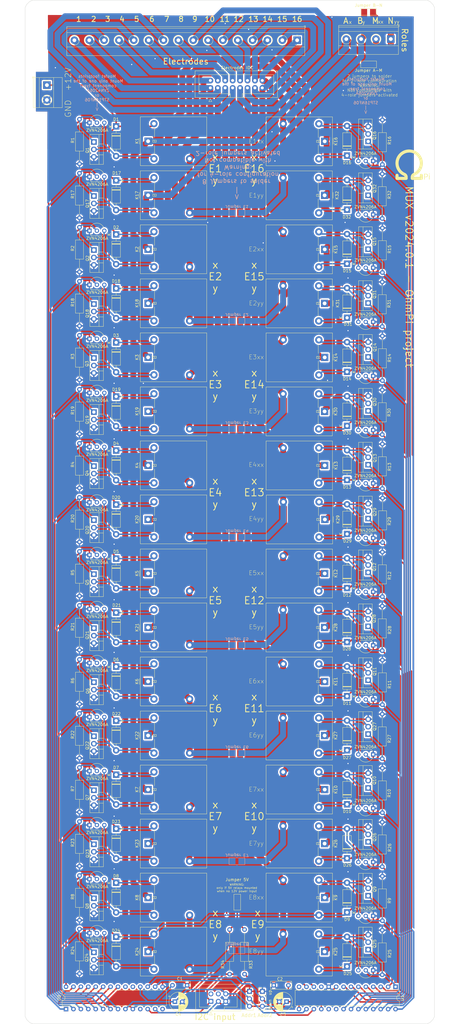
<source format=kicad_pcb>
(kicad_pcb (version 20240108) (generator "pcbnew") (generator_version "8.0")
  (layers (0 "F.Cu" signal) (31 "B.Cu" signal) (34 "B.Paste" user) (35 "F.Paste" user) (36 "B.SilkS" user "B.Silkscreen") (37 "F.SilkS" user "F.Silkscreen") (38 "B.Mask" user) (39 "F.Mask" user) (44 "Edge.Cuts" user))
  (net 0 "")
  (net 1 "12V")
  (net 2 "Net-(D1-Pad2)")
  (net 3 "Net-(D2-Pad2)")
  (net 4 "Net-(D3-Pad2)")
  (net 5 "Net-(D4-Pad2)")
  (net 6 "Net-(D5-Pad2)")
  (net 7 "Net-(D6-Pad2)")
  (net 8 "Net-(D7-Pad2)")
  (net 9 "Net-(D8-Pad2)")
  (net 10 "Net-(D9-Pad2)")
  (net 11 "Net-(D10-Pad2)")
  (net 12 "Net-(D11-Pad2)")
  (net 13 "Net-(D12-Pad2)")
  (net 14 "Net-(D13-Pad2)")
  (net 15 "Net-(D14-Pad2)")
  (net 16 "Net-(D15-Pad2)")
  (net 17 "Net-(D16-Pad2)")
  (net 18 "GND")
  (net 19 "SCL1")
  (net 21 "SD1")
  (net 23 "+5V")
  (net 24 "Net-(D17-Pad2)")
  (net 25 "Net-(D18-Pad2)")
  (net 26 "Net-(D19-Pad2)")
  (net 27 "Net-(D20-Pad2)")
  (net 28 "Electrode 1")
  (net 29 "Electrode 2")
  (net 30 "Electrode 3")
  (net 31 "Electrode 4")
  (net 32 "Electrode 5")
  (net 33 "Electrode 6")
  (net 34 "Electrode 7")
  (net 35 "Electrode 8")
  (net 36 "Electrode 9")
  (net 37 "Electrode 10")
  (net 38 "Electrode 11")
  (net 39 "Electrode 12")
  (net 40 "Electrode 13")
  (net 41 "Electrode 14")
  (net 42 "Electrode 15")
  (net 43 "Electrode 16")
  (net 44 "Addr2")
  (net 45 "Addr1")
  (net 46 "Net-(D21-Pad2)")
  (net 47 "Net-(D22-Pad2)")
  (net 48 "Net-(D23-Pad2)")
  (net 49 "Net-(D24-Pad2)")
  (net 50 "Net-(D25-Pad2)")
  (net 51 "Net-(D26-Pad2)")
  (net 52 "Net-(D27-Pad2)")
  (net 53 "Net-(D28-Pad2)")
  (net 54 "Net-(D29-Pad2)")
  (net 55 "Net-(D30-Pad2)")
  (net 56 "Net-(D31-Pad2)")
  (net 57 "Net-(D32-Pad2)")
  (net 58 "Role x")
  (net 59 "Role y")
  (net 60 "Role xx")
  (net 61 "Role yy")
  (net 62 "E1x")
  (net 67 "E2x")
  (net 68 "E3x")
  (net 69 "E4x")
  (net 70 "E5x")
  (net 71 "E6x")
  (net 72 "E7x")
  (net 73 "E8x")
  (net 74 "E9x")
  (net 75 "E10x")
  (net 76 "E11x")
  (net 77 "E12x")
  (net 78 "E13x")
  (net 79 "E14x")
  (net 80 "E15x")
  (net 81 "E16x")
  (net 82 "E1y")
  (net 83 "E2y")
  (net 84 "E3y")
  (net 85 "E4y")
  (net 86 "E5y")
  (net 87 "E6y")
  (net 88 "E7y")
  (net 89 "E8y")
  (net 90 "E9y")
  (net 91 "E10y")
  (net 92 "E11y")
  (net 93 "E12y")
  (net 94 "E13y")
  (net 95 "E14y")
  (net 96 "E15y")
  (net 97 "E16y")
  (footprint "relay:Relay_SPDT_Omron-G5LE-1-VD" (layer "F.Cu") (at 133.460241 88.266676 -90)
    (property "Reference" "K16")
    (property "Value" "G5LE-1-VD")
  )
  (footprint "ZVN4206A:ZVN4206A" (layer "F.Cu") (at 150.038992 279.1 180)
    (property "Reference" "ZVN4206A")
    (property "Value" "ZVN4206A")
  )
  (footprint "ZVN4206A:ZVN4206A" (layer "F.Cu") (at 52.995241 340.494)
    (property "Reference" "ZVN4206A")
    (property "Value" "ZVN4206A")
  )
  (footprint "Resistor_THT:R_Axial_DIN0207_L6.3mm_D2.5mm_P15.24mm_Horizontal" (layer "F.Cu") (at 49.585241 228.483328 -90)
    (property "Reference" "R5")
    (property "Value" "100k")
  )
  (footprint "relay:Relay_SPDT_Omron-G5LE-1-VD" (layer "F.Cu") (at 73.051491 328.361658 90)
    (property "Reference" "K23")
    (property "Value" "G5LE-1-VD")
  )
  (footprint "relay:Relay_SPDT_Omron-G5LE-1-VD" (layer "F.Cu") (at 133.460241 236.016892 -90)
    (property "Reference" "K12")
    (property "Value" "G5LE-1-VD")
  )
  (footprint "Connector_PinHeader_2.54mm:PinHeader_1x03_P2.54mm_Vertical" (layer "F.Cu") (at 107.735866 378.895)
    (property "Reference" "Addr1")
    (property "Value" "Addr 1")
  )
  (footprint "relay:Relay_SPDT_Omron-G5LE-1-VD" (layer "F.Cu") (at 73.051491 88.23 90)
    (property "Reference" "K1")
    (property "Value" "G5LE-1-VD")
  )
  (footprint "Package_TO_SOT_THT:TO-220-3_Vertical" (layer "F.Cu") (at 54.500241 143.904998 -90)
    (property "Reference" "Q18")
    (property "Value" "STP16NF06L")
  )
  (footprint "ZVN4206A:ZVN4206A" (layer "F.Cu") (at 150.038992 150 180)
    (property "Reference" "ZVN4206A")
    (property "Value" "ZVN4206A")
  )
  (footprint "Diode_THT:D_DO-41_SOD81_P10.16mm_Horizontal" (layer "F.Cu") (at 141.098991 296.449886 90)
    (property "Reference" "D27")
    (property "Value" "1N_E4007")
  )
  (footprint "MountingHole:MountingHole_3.2mm_M3_ISO7380" (layer "F.Cu") (at 166.4 385.1)
    (property "Reference" "REF**" (hide yes))
    (property "Value" "MountingHole_3.2mm_M3_ISO7380")
  )
  (footprint "Resistor_THT:R_Axial_DIN0207_L6.3mm_D2.5mm_P15.24mm_Horizontal" (layer "F.Cu") (at 153.183991 133.12423 90)
    (property "Reference" "R15")
    (property "Value" "100k")
  )
  (footprint "Diode_THT:D_DO-41_SOD81_P10.16mm_Horizontal" (layer "F.Cu") (at 62.120241 138.564998 -90)
    (property "Reference" "D18")
    (property "Value" "1N_E4007")
  )
  (footprint "Connector_PinHeader_2.54mm:PinHeader_1x03_P2.54mm_Vertical" (layer "F.Cu") (at 112.135866 378.895)
    (property "Reference" "Addr2")
    (property "Value" "Addr 2")
  )
  (footprint "Diode_THT:D_DO-41_SOD81_P10.16mm_Horizontal" (layer "F.Cu") (at 62.120241 286.338326 -90)
    (property "Reference" "D22")
    (property "Value" "1N_E4007")
  )
  (footprint "Capacitor_THT:C_Disc_D7.0mm_W2.5mm_P5.00mm" (layer "F.Cu") (at 81.391343 376.8)
    (property "Reference" "C1")
    (property "Value" "100nF")
  )
  (footprint "Capacitor_THT:CP_Radial_D6.3mm_P2.50mm" (layer "F.Cu") (at 82.220482 382.43)
    (property "Reference" "C4")
    (property "Value" "10uF")
  )
  (footprint "Package_TO_SOT_THT:TO-220-3_Vertical" (layer "F.Cu") (at 54.500241 162.376664 -90)
    (property "Reference" "Q3")
    (property "Value" "STP16NF06L")
  )
  (footprint "Package_TO_SOT_THT:TO-220-3_Vertical" (layer "F.Cu") (at 148.333992 364.615795 90)
    (property "Reference" "Q25")
    (property "Value" "STP16NF06L")
  )
  (footprint "Package_TO_SOT_THT:TO-220-3_Vertical" (layer "F.Cu") (at 148.333992 180.410162 90)
    (property "Reference" "Q30")
    (property "Value" "STP16NF06L")
  )
  (footprint "ZVN4206A:ZVN4206A" (layer "F.Cu") (at 150.038992 131.5 180)
    (property "Reference" "ZVN4206A")
    (property "Value" "ZVN4206A")
  )
  (footprint "Package_TO_SOT_THT:TO-220-3_Vertical" (layer "F.Cu") (at 148.333992 125.148476 90)
    (property "Reference" "Q15")
    (property "Value" "STP16NF06L")
  )
  (footprint "Resistor_THT:R_Axial_DIN0207_L6.3mm_D2.5mm_P15.24mm_Horizontal" (layer "F.Cu") (at 153.143991 373.218334 90)
    (property "Reference" "R25")
    (property "Value" "100k")
  )
  (footprint "relay:Relay_SPDT_Omron-G5LE-1-VD" (layer "F.Cu") (at 73.051491 365.305 90)
    (property "Reference" "K24")
    (property "Value" "G5LE-1-VD")
  )
  (footprint "ZVN4206A:ZVN4206A" (layer "F.Cu") (at 52.995241 192.726)
    (property "Reference" "ZVN4206A")
    (property "Value" "ZVN4206A")
  )
  (footprint "Package_TO_SOT_THT:TO-220-3_Vertical" (layer "F.Cu") (at 148.333992 143.569038 90)
    (property "Reference" "Q31")
    (property "Value" "STP16NF06L")
  )
  (footprint "MountingHole:MountingHole_3.2mm_M3_ISO7380" (layer "F.Cu") (at 166.4 345.1)
    (property "Reference" "REF**" (hide yes))
    (property "Value" "MountingHole_3.2mm_M3_ISO7380")
  )
  (footprint "ZVN4206A:ZVN4206A" (layer "F.Cu") (at 52.995241 118.842)
    (property "Reference" "ZVN4206A")
    (property "Value" "ZVN4206A")
  )
  (footprint "Diode_THT:D_DO-41_SOD81_P10.16mm_Horizontal" (layer "F.Cu") (at 141.098991 93.146676 90)
    (property "Reference" "D16")
    (property "Value" "1N_E4007")
  )
  (footprint "Package_TO_SOT_THT:TO-220-3_Vertical" (layer "F.Cu") (at 54.500241 328.621658 -90)
    (property "Reference" "Q23")
    (property "Value" "STP16NF06L")
  )
  (footprint "Package_TO_SOT_THT:TO-220-3_Vertical" (layer "F.Cu") (at 54.500241 291.678326 -90)
    (property "Reference" "Q22")
    (property "Value" "STP16NF06L")
  )
  (footprint "Package_DIP:DIP-28_W7.62mm" (layer "F.Cu") (at 44.978991 384.935 90)
    (property "Reference" "U2")
    (property "Value" "MCP23017_SP")
  )
  (footprint "Diode_THT:D_DO-41_SOD81_P10.16mm_Horizontal" (layer "F.Cu") (at 62.120241 101.621666 -90)
    (property "Reference" "D17")
    (property "Value" "1N_E4007")
  )
  (footprint "relay:Relay_SPDT_Omron-G5LE-1-VD" (layer "F.Cu") (at 133.420241 365.298334 -90)
    (property "Reference" "K25")
    (property "Value" "G5LE-1-VD")
  )
  (footprint "ZVN4206A:ZVN4206A" (layer "F.Cu") (at 52.995241 100.371)
    (property "Reference" "ZVN4206A")
    (property "Value" "ZVN4206A")
  )
  (footprint "Diode_THT:D_DO-41_SOD81_P10.16mm_Horizontal" (layer "F.Cu") (at 141.098991 277.967776 90)
    (property "Reference" "D11")
    (property "Value" "1N_E4007")
  )
  (footprint "MountingHole:MountingHole_3.2mm_M3_ISO7380" (layer "F.Cu") (at 35.4 385.1)
    (property "Reference" "REF**" (hide yes))
    (property "Value" "MountingHole_3.2mm_M3_ISO7380")
  )
  (footprint "Diode_THT:D_DO-41_SOD81_P10.16mm_Horizontal" (layer "F.Cu") (at 62.120241 120.093332 -90)
    (property "Reference" "D2")
    (property "Value" "1N_E4007")
  )
  (footprint "Diode_THT:D_DO-41_SOD81_P10.16mm_Horizontal" (layer "F.Cu") (at 141.098991 259.485666 90)
    (property "Reference" "D28")
    (property "Value" "1N_E4007")
  )
  (footprint "Diode_THT:D_DO-41_SOD81_P10.16mm_Horizontal" (layer "F.Cu") (at 141.098991 111.628786 90)
    (property "Reference" "D32")
    (property "Value" "1N_E4007")
  )
  (footprint "MountingHole:MountingHole_3.2mm_M3_ISO7380" (layer "F.Cu") (at 35.4 195.1)
    (property "Reference" "REF**" (hide yes))
    (property "Value" "MountingHole_3.2mm_M3_ISO7380")
  )
  (footprint "Diode_THT:D_DO-41_SOD81_P10.16mm_Horizontal" (layer "F.Cu") (at 62.120241 360.225 -90)
    (property "Reference" "D24")
    (property "Value" "1N_E4007")
  )
  (footprint "relay:Relay_SPDT_Omron-G5LE-1-VD" (layer "F.Cu") (at 73.051491 272.94666 90)
    (property "Reference" "K6")
    (property "Value" "G5LE-1-VD")
  )
  (footprint "Package_TO_SOT_THT:TO-220-3_Vertical" (layer "F.Cu") (at 148.333992 290.933534 90)
    (property "Reference" "Q27")
    (property "Value" "STP16NF06L")
  )
  (footprint "ZVN4206A:ZVN4206A" (layer "F.Cu") (at 52.995241 248.139)
    (property "Reference" "ZVN4206A")
    (property "Value" "ZVN4206A")
  )
  (footprint "Package_TO_SOT_THT:TO-220-3_Vertical" (layer "F.Cu") (at 54.500241 125.433332 -90)
    (property "Reference" "Q2")
    (property "Value" "STP16NF06L")
  )
  (footprint "Resistor_THT:R_Axial_DIN0207_L6.3mm_D2.5mm_P15.24mm_Horizontal" (layer "F.Cu") (at 153.183991 96.186676 90)
    (property "Reference" "R16")
    (property "Value" "100k")
  )
  (footprint "Package_DIP:DIP-28_W7.62mm" (layer "F.Cu") (at 157.692741 377.335 -90)
    (property "Reference" "U1")
    (property "Value" "MCP23017_SP")
  )
  (footprint "relay:Relay_SPDT_Omron-G5LE-1-VD" (layer "F.Cu") (at 133.420241 328.360777 -90)
    (property "Reference" "K26")
    (property "Value" "G5LE-1-VD")
  )
  (footprint "ZVN4206A:ZVN4206A" (layer "F.Cu") (at 52.995241 174.255)
    (property "Reference" "ZVN4206A")
    (property "Value" "ZVN4206A")
  )
  (footprint "Diode_THT:D_DO-41_SOD81_P10.16mm_Horizontal" (layer "F.Cu") (at 141.098991 130.110896 90)
    (property "Reference" "D15")
    (property "Value" "1N_E4007")
  )
  (footprint "Diode_THT:D_DO-41_SOD81_P10.16mm_Horizontal" (layer "F.Cu") (at 141.098991 333.414106 90)
    (property "Reference" "D26")
    (property "Value" "1N_E4007")
  )
  (footprint "Resistor_THT:R_Axial_DIN0207_L6.3mm_D2.5mm_P15.24mm_Horizontal" (layer "F.Cu") (at 49.585241 302.369992 -90)
    (property "Reference" "R7")
    (property "Value" "100k")
  )
  (footprint "Package_TO_SOT_THT:TO-220-3_Vertical" (layer "F.Cu") (at 54.500241 217.791662 -90)
    (property "Reference" "Q20")
    (property "Value" "STP16NF06L")
  )
  (footprint "Diode_THT:D_DO-41_SOD81_P10.16mm_Horizontal" (layer "F.Cu") (at 62.120241 175.50833 -90)
    (property "Reference" "D19")
    (property "Value" "1N_E4007")
  )
  (footprint "Package_TO_SOT_THT:TO-220-3_Vertical" (layer "F.Cu") (at 54.500241 365.565 -90)
    (property "Reference" "Q24")
    (property "Value" "STP16NF06L")
  )
  (footprint "relay:Relay_SPDT_Omron-G5LE-1-VD" (layer "F.Cu") (at 73.051491 309.889992 90)
    (property "Reference" "K7")
    (property "Value" "G5LE-1-VD")
  )
  (footprint "Resistor_THT:R_Axial_DIN0207_L6.3mm_D2.5mm_P15.24mm_Horizontal" (layer "F.Cu") (at 153.183991 170.061784 90)
    (property "Reference" "R14")
    (property "Value" "100k")
  )
  (footprint "Package_TO_SOT_THT:TO-220-3_Vertical" (layer "F.Cu") (at 54.500241 310.149992 -90)
    (property "Reference" "Q7")
    (property "Value" "STP16NF06L")
  )
  (footprint "Resistor_THT:R_Axial_DIN0207_L6.3mm_D2.5mm_P15.24mm_Horizontal" (layer "F.Cu") (at 153.143991 151.593007 90)
    (property "Reference" "R31")
    (property "Value" "100k")
  )
  (footprint "Diode_THT:D_DO-41_SOD81_P10.16mm_Horizontal" (layer "F.Cu") (at 62.120241 341.753324 -90)
    (property "Reference" "D8")
    (property "Value" "1N_E4007")
  )
  (footprint "ZVN4206A:ZVN4206A" (layer "F.Cu") (at 150.038992 297.9 180)
    (property "Reference" "ZVN4206A")
    (property "Value" "ZVN4206A")
  )
  (footprint "Package_TO_SOT_THT:TO-220-3_Vertical" (layer "F.Cu") (at 148.333992 88.307352 90)
    (property "Reference" "Q16")
    (property "Value" "STP16NF06L")
  )
  (footprint "MountingHole:MountingHole_3.2mm_M3_ISO7380" (layer "F.Cu") (at 166.4 195.1)
    (property "Reference" "REF**" (hide yes))
    (property "Value" "MountingHole_3.2mm_M3_ISO7380")
  )
  (footprint "Capacitor_THT:CP_Radial_D6.3mm_P2.50mm" (layer "F.Cu") (at 120.420482 382.43 180)
    (property "Reference" "C3")
    (property "Value" "10uF")
  )
  (footprint "Solder_jumper:Soder_jumper" (layer "F.Cu") (at 103.335241 348.4 90)
    (property "Reference" "Jumper 5V")
    (property "Value" "SolderJumper_2_Open")
  )
  (footprint "Resistor_THT:R_Axial_DIN0207_L6.3mm_D2.5mm_P15.24mm_Horizontal" (layer "F.Cu") (at 153.143991 262.405669 90)
    (property "Reference" "R28")
    (property "Value" "100k")
  )
  (footprint "Diode_THT:D_DO-41_SOD81_P10.16mm_Horizontal" (layer "F.Cu") (at 141.098991 185.557226 90)
    (property "Reference" "D30")
    (property "Value" "1N_E4007")
  )
  (footprint "Diode_THT:D_DO-41_SOD81_P10.16mm_Horizontal" (layer "F.Cu") (at 141.098991 351.896216 90)
    (property "Reference" "D9")
    (property "Value" "1N_E4007")
  )
  (footprint "relay:Relay_SPDT_Omron-G5LE-1-VD" (layer "F.Cu") (at 73.051491 180.58833 90)
    (property "Reference" "K19")
    (property "Value" "G5LE-1-VD")
  )
  (footprint "Connector_IDC:IDC-Header_2x08_P2.54mm_Vertical" (layer "F.Cu") (at 94.335241 70 90)
    (property "Reference" "Electrodes IDC")
    (property "Value" "Conn_02x08_Odd_Even")
  )
  (footprint "relay:Relay_SPDT_Omron-G5LE-1-VD" (layer "F.Cu") (at 133.460241 125.20423 -90)
    (property "Reference" "K15")
    (property "Value" "G5LE-1-VD")
  )
  (footprint "Diode_THT:D_DO-41_SOD81_P10.16mm_Horizontal" (layer "F.Cu") (at 141.098991 148.593006 90)
    (property "Reference" "D31")
    (property "Value" "1N_E4007")
  )
  (footprint "Resistor_THT:R_Axial_DIN0207_L6.3mm_D2.5mm_P15.24mm_Horizontal" (layer "F.Cu") (at 153.143991 114.655453 90)
    (property "Reference" "R32")
    (property "Value" "100k")
  )
  (footprint "TerminalBlock_Phoenix:TerminalBlock_Phoenix_MKDS-1,5-16-5.08_1x16_P5.08mm_Horizontal" (layer "F.Cu") (at 124.035241 53.7 180)
    (property "Reference" "Electrodes")
    (property "Value" "Screw_Terminal_01x16")
  )
  (footprint "Package_TO_SOT_THT:TO-220-3_Vertical" (layer "F.Cu") (at 148.333992 217.251286 90)
    (property "Reference" "Q29")
    (property "Value" "STP16NF06L")
  )
  (footprint "Solder_jumper:Soder_jumper" (layer "F.Cu") (at 148.470241 43.82)
    (property "Reference" "Jumper B-N")
    (property "Value" "SolderJumper_2_Open")
  )
  (footprint "Diode_THT:D_DO-41_SOD81_P10.16mm_Horizontal" (layer "F.Cu") (at 62.120241 193.979996 -90)
    (property "Reference" "D4")
    (property "Value" "1N_E4007")
  )
  (footprint "ohmpi_logo:ohmpi_logo" (layer "F.Cu") (at 163.6 96.1)
    (property "Reference" "G***" (hide yes))
    (property "Value" "LOGO" (hide yes))
  )
  (footprint "MountingHole:MountingHole_3.2mm_M3_ISO7380" (layer "F.Cu") (at 35.4 85.1)
    (property "Reference" "REF**" (hide yes))
    (property "Value" "MountingHole_3.2mm_M3_ISO7380")
  )
  (footprint "ZVN4206A:ZVN4206A" (layer "F.Cu") (at 52.995241 285.081)
    (property "Reference" "ZVN4206A")
    (property "Value" "ZVN4206A")
  )
  (footprint "ZVN4206A:ZVN4206A" (layer "F.Cu") (at 52.995241 211.697)
    (property "Reference" "ZVN4206A")
    (property "Value" "ZVN4206A")
  )
  (footprint "MountingHole:MountingHole_3.2mm_M3_ISO7380" (layer "F.Cu") (at 166.4 45.1)
    (property "Reference" "REF**" (hide yes))
    (property "Value" "MountingHole_3.2mm_M3_ISO7380")
  )
  (footprint "relay:Relay_SPDT_Omron-G5LE-1-VD" (layer "F.Cu") (at 133.420241 143.673007 -90)
    (property "Reference" "K31")
    (property "Value" "G5LE-1-VD")
  )
  (footprint "Resistor_THT:R_Axial_DIN0207_L6.3mm_D2.5mm_P15.24mm_Horizontal" (layer "F.Cu") (at 49.585241 80.71 -90)
    (property "Reference" "R1")
    (property "Value" "100k")
  )
  (footprint "Resistor_THT:R_Axial_DIN0207_L6.3mm_D2.5mm_P15.24mm_Horizontal" (layer "F.Cu") (at 153.183992 354.749554 90)
    (property "Reference" "R9")
    (property "Value" "100k")
  )
  (footprint "Resistor_THT:R_Axial_DIN0207_L6.3mm_D2.5mm_P15.24mm_Horizontal" (layer "F.Cu") (at 49.585241 320.841658 -90)
    (property "Reference" "R23")
    (property "Value" "100k")
  )
  (footprint "Package_TO_SOT_THT:TO-220-3_Vertical" (layer "F.Cu") (at 54.500241 106.961666 -90)
    (property "Reference" "Q17")
    (property "Value" "STP16NF06L")
  )
  (footprint "Diode_THT:D_DO-41_SOD81_P10.16mm_Horizontal" (layer "F.Cu") (at 62.120241 157.036664 -90)
    (property "Reference" "D3")
    (property "Value" "1N_E4007")
  )
  (footprint "ZVN4206A:ZVN4206A" (layer "F.Cu") (at 150.038992 205.2 180)
    (property "Reference" "ZVN4206A")
    (property "Value" "ZVN4206A")
  )
  (footprint "relay:Relay_SPDT_Omron-G5LE-1-VD" (layer "F.Cu") (at 133.460241 199.079338 -90)
    (property "Reference" "K13")
    (property "Value" "G5LE-1-VD")
  )
  (footprint "Resistor_THT:R_Axial_DIN0207_L6.3mm_D2.5mm_P15.24mm_Horizontal" (layer "F.Cu") (at 153.143991 336.280777 90)
    (property "Reference" "R26")
    (property "Value" "100k")
  )
  (footprint "ZVN4206A:ZVN4206A" (layer "F.Cu") (at 150.038992 187 180)
    (property "Reference" "ZVN4206A")
    (property "Value" "ZVN4206A")
  )
  (footprint "relay:Relay_SPDT_Omron-G5LE-1-VD" (layer "F.Cu") (at 73.051491 346.833324 90)
    (property "Reference" "K8")
    (property "Value" "G5LE-1-VD")
  )
  (footprint "Package_TO_SOT_THT:TO-220-3_Vertical" (layer "F.Cu") (at 148.333992 254.09241 90)
    (property "Reference" "Q28")
    (property "Value" "STP16NF06L")
  )
  (footprint "Resistor_THT:R_Axial_DIN0207_L6.3mm_D2.5mm_P15.24mm_Horizontal" (layer "F.Cu") (at 100.926491 357.76 -90)
    (property "Reference" "R34")
    (property "Value" "100k")
  )
  (footprint "ZVN4206A:ZVN4206A" (layer "F.Cu") (at 150.038992 95 180)
    (property "Reference" "ZVN4206A")
    (property "Value" "ZVN4206A")
  )
  (footprint "Resistor_THT:R_Axial_DIN0207_L6.3mm_D2.5mm_P15.24mm_Horizontal" (layer "F.Cu") (at 153.183992 317.812 90)
    (property "Reference" "R10")
    (property "Value" "100k")
  )
  (footprint "Package_TO_SOT_THT:TO-220-3_Vertical" (layer "F.Cu") (at 148.333992 161.9896 90)
    (property "Reference" "Q14")
    (property "Value" "STP16NF06L")
  )
  (footprint "relay:Relay_SPDT_Omron-G5LE-1-VD" (layer "F.Cu") (at 73.051491 291.418326 90)
    (property "Reference" "K22")
    (property "Value" "G5LE-1-VD")
  )
  (footprint "Diode_THT:D_DO-41_SOD81_P10.16mm_Horizontal" (layer "F.Cu") (at 62.120241 249.394994 -90)
    (property "Reference" "D21")
    (property "Value" "1N_E4007")
  )
  (footprint "Package_TO_SOT_THT:TO-220-3_Vertical" (layer "F.Cu") (at 54.500241 88.49 -90)
    (property "Reference" "Q1")
    (property "Value" "STP16NF06L")
  )
  (footprint "ZVN4206A:ZVN4206A" (layer "F.Cu") (at 150.038992 168.5 180)
    (property "Reference" "ZVN4206A")
    (property "Value" "ZVN4206A")
  )
  (footprint "Resistor_THT:R_Axial_DIN0207_L6.3mm_D2.5mm_P15.24mm_Horizontal" (layer "F.Cu") (at 153.143991 299.343223 90)
    (property "Reference" "R27")
    (property "Value" "100k")
  )
  (footprint "Resistor_THT:R_Axial_DIN0207_L6.3mm_D2.5mm_P15.24mm_Horizontal" (layer "F.Cu") (at 49.585241 191.539996 -90)
    (property "Reference" "R4")
    (property "Value" "100k")
  )
  (footprint "relay:Relay_SPDT_Omron-G5LE-1-VD" (layer "F.Cu") (at 133.460242 346.829554 -90)
    (property "Reference" "K9")
    (property "Value" "G5LE-1-VD")
  )
  (footprint "ZVN4206A:ZVN4206A" (layer "F.Cu") (at 52.995241 303.552)
    (property "Reference" "ZVN4206A")
    (property "Value" "ZVN4206A")
  )
  (footprint "MountingHole:MountingHole_3.2mm_M3_ISO7380" (layer "F.Cu") (at 35.4 345.1)
    (property "Reference" "REF**" (hide yes))
    (property "Value" "MountingHole_3.2mm_M3_ISO7380")
  )
  (footprint "ZVN4206A:ZVN4206A" (layer "F.Cu") (at 150.038992 242.3 180)
    (property "Reference" "ZVN4206A")
    (property "Value" "ZVN4206A")
  )
  (footprint "relay:Relay_SPDT_Omron-G5LE-1-VD" (layer "F.Cu") (at 133.460242 309.892 -90)
    (property "Reference" "K10")
    (property "Value" "G5LE-1-VD")
  )
  (footprint "ZVN4206A:ZVN4206A" (layer "F.Cu") (at 150.038992 223.9 180)
    (property "Reference" "ZVN4206A")
    (property "Value" "ZVN4206A")
  )
  (footprint "Resistor_THT:R_Axial_DIN0207_L6.3mm_D2.5mm_P15.24mm_Horizontal" (layer "F.Cu") (at 49.585241 173.06833 -90)
    (property "Reference" "R19")
    (property "Value" "100k")
  )
  (footprint "Package_TO_SOT_THT:TO-220-3_Vertical" (layer "F.Cu") (at 148.333992 106.727914 90)
    (property "Reference" "Q32")
    (property "Value" "STP16NF06L")
  )
  (footprint "Package_TO_SOT_THT:TO-220-3_Vertical" (layer "F.Cu") (at 54.500241 199.319996 -90)
    (property "Reference" "Q4")
    (property "Value" "STP16NF06L")
  )
  (footprint "Resistor_THT:R_Axial_DIN0207_L6.3mm_D2.5mm_P15.24mm_Horizontal" (layer "F.Cu") (at 153.143991 188.530561 90)
    (property "Reference" "R30")
    (property "Value" "100k")
  )
  (footprint "ZVN4206A:ZVN4206A" (layer "F.Cu") (at 150.038992 334.7 180)
    (property "Reference" "ZVN4206A")
    (property "Value" "ZVN4206A")
  )
  (footprint "Diode_THT:D_DO-41_SOD81_P10.16mm_Horizontal" (layer "F.Cu") (at 62.120241 267.86666 -90)
    (property "Reference" "D6")
    (property "Value" "1N_E4007")
  )
  (footprint "Resistor_THT:R_Axial_DIN0207_L6.3mm_D2.5mm_P15.24mm_Horizontal" (layer "F.Cu") (at 153.183991 243.936892 90)
    (property "Reference" "R12")
    (property "Value" "100k")
  )
  (footprint "MountingHole:MountingHole_3.2mm_M3_ISO7380" (layer "F.Cu") (at 35.4 235.1)
    (property "Reference" "REF**" (hide yes))
    (property "Value" "MountingHole_3.2mm_M3_ISO7380")
  )
  (footprint "ZVN4206A:ZVN4206A" (layer "F.Cu") (at 52.995241 358.965)
    (property "Reference" "ZVN4206A")
    (property "Value" "ZVN4206A")
  )
  (footprint "ZVN4206A:ZVN4206A" (layer "F.Cu") (at 52.995241 266.61)
    (property "Reference" "ZVN4206A")
    (property "Value" "ZVN4206A")
  )
  (footprint "ZVN4206A:ZVN4206A" (layer "F.Cu") (at 150.038992 113.3 180)
    (property "Reference" "ZVN4206A")
    (property "Value" "ZVN4206A")
  )
  (footprint "MountingHole:MountingHole_3.2mm_M3_ISO7380" (layer "F.Cu") (at 166.4 235.1)
    (property "Reference" "REF**" (hide yes))
    (property "Value" "MountingHole_3.2mm_M3_ISO7380")
  )
  (footprint "ZVN4206A:ZVN4206A" (layer "F.Cu") (at 150.038992 353.1 180)
    (property "Reference" "ZVN4206A")
    (property "Value" "ZVN4206A")
  )
  (footprint "TerminalBlock_Phoenix:TerminalBlock_Phoenix_MKDS-1,5-4-5.08_1x04_P5.08mm_Horizontal" (layer "F.Cu") (at 156.070241 53.3 180)
    (property "Reference" "A  B  M  N")
    (property "Value" "Screw_Terminal_01x04")
  )
  (footprint "Diode_THT:D_DO-41_SOD81_P10.16mm_Horizontal" (layer "F.Cu") (at 141.098991 167.075116 90)
    (property "Reference" "D14")
    (property "Value" "1N_E4007")
  )
  (footprint "Diode_THT:D_DO-41_SOD81_P10.16mm_Horizontal" (layer "F.Cu") (at 141.098991 222.521446 90)
    (property "Reference" "D29")
    (property "Value" "1N_E4007")
  )
  (footprint "Resistor_THT:R_Axial_DIN0207_L6.3mm_D2.5mm_P15.24mm_Horizontal" (layer "F.Cu") (at 153.243991 225.468115 90)
    (property "Reference" "R29")
    (property "Value" "100k")
  )
  (footprint "relay:Relay_SPDT_Omron-G5LE-1-VD" (layer "F.Cu") (at 73.051491 217.531662 90)
    (property "Reference" "K20")
    (property "Value" "G5LE-1-VD")
  )
  (footprint "Resistor_THT:R_Axial_DIN0207_L6.3mm_D2.5mm_P15.24mm_Horizontal" (layer "F.Cu") (at 49.585241 136.124998 -90)
    (property "Reference" "R18")
    (property "Value" "100k")
  )
  (footprint "relay:Relay_SPDT_Omron-G5LE-1-VD" (layer "F.Cu") (at 73.051491 106.701666 90)
    (property "Reference" "K17")
    (property "Value" "G5LE-1-VD")
  )
  (footprint "relay:Relay_SPDT_Omron-G5LE-1-VD" (layer "F.Cu") (at 133.420241 106.735453 -90)
    (property "Reference" "K32")
    (property "Value" "G5LE-1-VD")
  )
  (footprint "Resistor_THT:R_Axial_DIN0207_L6.3mm_D2.5mm_P15.24mm_Horizontal" (layer "F.Cu") (at 49.585241 117.653332 -90)
    (property "Reference" "R2")
    (property "Value" "100k")
  )
  (footprint "Package_TO_SOT_THT:TO-220-3_Vertical" (layer "F.Cu") (at 148.333992 235.671848 90)
    (property "Reference" "Q12")
    (property "Value" "STP16NF06L")
  )
  (footprint "ZVN4206A:ZVN4206A" (layer "F.Cu") (at 150.038992 316.3 180)
    (property "Reference" "ZVN4206A")
    (property "Value" "ZVN4206A")
  )
  (footprint "relay:Relay_SPDT_Omron-G5LE-1-VD" (layer "F.Cu") (at 133.460242 272.954446 -90)
    (property "Reference" "K11")
    (property "Value" "G5LE-1-VD")
  )
  (footprint "relay:Relay_SPDT_Omron-G5LE-1-VD" (layer "F.Cu") (at 133.420241 254.485669 -90)
    (property "Reference" "K28")
    (property "Value" "G5LE-1-VD")
  )
  (footprint "ZVN4206A:ZVN4206A" (layer "F.Cu") (at 52.995241 229.668)
    (property "Reference" "ZVN4206A")
    (property "Value" "ZVN4206A")
  )
  (footprint "relay:Relay_SPDT_Omron-G5LE-1-VD" (layer "F.Cu") (at 73.051491 125.173332 90)
    (property "Reference" "K2")
    (property "Value" "G5LE-1-VD")
  )
  (footprint "ZVN4206A:ZVN4206A" (layer "F.Cu") (at 52.995241 81.9)
    (property "Reference" "ZVN4206A")
    (property "Value" "ZVN4206A")
  )
  (footprint "Package_TO_SOT_THT:TO-220-3_Vertical" (layer "F.Cu") (at 148.333992 346.19522 90)
    (property "Reference" "Q9")
    (property "Value" "STP16NF06L")
  )
  (footprint "Resistor_THT:R_Axial_DIN0207_L6.3mm_D2.5mm_P15.24mm_Horizontal" (layer "F.Cu") (at 153.183992 280.874446 90)
    (property "Reference" "R11")
    (property "Value" "100k")
  )
  (footprint "Capacitor_THT:C_Disc_D7.0mm_W2.5mm_P5.00mm" (layer "F.Cu") (at 121.035241 376.8 180)
    (property "Reference" "C2")
    (property "Value" "100nF")
  )
  (footprint "Diode_THT:D_DO-41_SOD81_P10.16mm_Horizontal" (layer "F.Cu") (at 62.120241 304.809992 -90)
    (property "Reference" "D7")
    (property "Value" "1N_E4007")
  )
  (footprint "Resistor_THT:R_Axial_DIN0207_L6.3mm_D2.5mm_P15.24mm_Horizontal" (layer "F.Cu") (at 49.585241 339.313324 -90)
    (property "Reference" "R8")
    (property "Value" "100k")
  )
  (footprint "Resistor_THT:R_Axial_DIN0207_L6.3mm_D2.5mm_P15.24mm_Horizontal" (layer "F.Cu") (at 49.585241 357.585 -90)
    (property "Reference" "R24")
    (property "Value" "100k")
  )
  (footprint "Resistor_THT:R_Axial_DIN0207_L6.3mm_D2.5mm_P15.24mm_Horizontal" (layer "F.Cu") (at 49.585241 246.954994 -90)
    (property "Reference" "R21")
    (property "Value" "100k")
  )
  (footprint "Diode_THT:D_DO-41_SOD81_P10.16mm_Horizontal" (layer "F.Cu") (at 62.120241 230.923328 -90)
    (property "Reference" "D5")
    (property "Value" "1N_E4007")
  )
  (footprint "Package_TO_SOT_THT:TO-220-3_Vertical" (layer "F.Cu") (at 148.333992 327.774658 90)
    (property "Reference" "Q26")
    (property "Value" "STP16NF06L")
  )
  (footprint "Solder_jumper:Soder_jumper" (layer "F.Cu") (at 148.470241 61.77)
    (property "Reference" "Jumper A-M")
    (property "Value" "SolderJumper_2_Open")
  )
  (footprint "Package_TO_SOT_THT:TO-220-3_Vertical" (layer "F.Cu") (at 148.333992 198.830724 90)
    (property "Reference" "Q13")
    (property "Value" "STP16NF06L")
  )
  (footprint "relay:Relay_SPDT_Omron-G5LE-1-VD" (layer "F.Cu") (at 73.051491 236.003328 90)
    (property "Reference" "K5")
    (property "Value" "G5LE-1-VD")
  )
  (footprint "TerminalBlock_Phoenix:TerminalBlock_Phoenix_MKDS-1,5-2-5.08_1x02_P5.08mm_Horizontal" (layer "F.Cu") (at 38.435241 69.05 -90)
    (property "Reference" "GND  +12V")
    (property "Value" "Relays Pwr")
  )
  (footprint "ZVN4206A:ZVN4206A" (layer "F.Cu") (at 150.038992 371.7 180)
    (property "Reference" "ZVN4206A")
    (property "Value" "ZVN4206A")
  )
  (footprint "relay:Relay_SPDT_Omron-G5LE-1-VD" (layer "F.Cu") (at 73.051491 254.474994 90)
    (property "Reference" "K21")
    (property "Value" "G5LE-1-VD")
  )
  (footprint "MountingHole:MountingHole_3.2mm_M3_ISO7380" (layer "F.Cu") (at 166.4 85.1)
    (property "Reference" "REF**" (hide yes))
    (property "Value" "MountingHole_3.2mm_M3_ISO7380")
  )
  (footprint "Resistor_THT:R_Axial_DIN0207_L6.3mm_D2.5mm_P15.24mm_Horizontal" (layer "F.Cu") (at 49.585241 283.898326 -90)
    (property "Reference" "R22")
    (property "Value" "100k")
  )
  (footprint "Resistor_THT:R_Axial_DIN0207_L6.3mm_D2.5mm_P15.24mm_Horizontal" (layer "F.Cu") (at 49.585241 210.011662 -90)
    (property "Reference" "R20")
    (property "Value" "100k")
  )
  (footprint "MountingHole:MountingHole_3.2mm_M3_ISO7380" (layer "F.Cu") (at 35.4 45.1)
    (property "Reference" "REF**" (hide yes))
    (property "Value" "MountingHole_3.2mm_M3_ISO7380")
  )
  (footprint "Resistor_THT:R_Axial_DIN0207_L6.3mm_D2.5mm_P15.24mm_Horizontal" (layer "F.Cu") (at 49.585241 265.42666 -90)
    (property "Reference" "R6")
    (property "Value" "100k")
  )
  (footprint "Package_TO_SOT_THT:TO-220-3_Vertical" (layer "F.Cu") (at 148.333992 309.354096 90)
    (property "Reference" "Q10")
    (property "Value" "STP16NF06L")
  )
  (footprint "Diode_THT:D_DO-41_SOD81_P10.16mm_Horizontal" (layer "F.Cu") (at 62.120241 323.281658 -90)
    (property "Reference" "D23")
    (property "Value" "1N_E4007")
  )
  (footprint "relay:Relay_SPDT_Omron-G5LE-1-VD" (layer "F.Cu") (at 73.051491 199.059996 90)
    (property "Reference" "K4")
    (property "Value" "G5LE-1-VD")
  )
  (footprint "relay:Relay_SPDT_Omron-G5LE-1-VD" (layer "F.Cu") (at 133.520241 217.548115 -90)
    (property "Reference" "K29")
    (property "Value" "G5LE-1-VD")
  )
  (footprint "Resistor_THT:R_Axial_DIN0207_L6.3mm_D2.5mm_P15.24mm_Horizontal" (layer "F.Cu") (at 106.036491 357.76 -90)
    (property "Reference" "R33")
    (property "Value" "100k")
  )
  (footprint "Diode_THT:D_DO-41_SOD81_P10.16mm_Horizontal" (layer "F.Cu") (at 141.098991 204.039336 90)
    (property "Reference" "D13")
    (property "Value" "1N_E4007")
  )
  (footprint "relay:Relay_SPDT_Omron-G5LE-1-VD" (layer "F.Cu") (at 73.051491 162.116664 90)
    (property "Reference" "K3")
    (property "Value" "G5LE-1-VD")
  )
  (footprint "Resistor_THT:R_Axial_DIN0207_L6.3mm_D2.5mm_P15.24mm_Horizontal" (layer "F.Cu") (at 49.585241 99.181666 -90)
    (property "Reference" "R17")
    (property "Value" "100k")
  )
  (footprint "Package_TO_SOT_THT:TO-220-3_Vertical" (layer "F.Cu") (at 54.500241 347.093324 -90)
    (property "Reference" "Q8")
    (property "Value" "STP16NF06L")
  )
  (footprint "Diode_THT:D_DO-41_SOD81_P10.16mm_Horizontal" (layer "F.Cu") (at 62.120241 212.451662 -90)
    (property "Reference" "D20")
    (property "Value" "1N_E4007")
  )
  (footprint "ZVN4206A:ZVN4206A" (layer "F.Cu") (at 150.038992 260.6 180)
    (property "Reference" "ZVN4206A")
    (property "Value" "ZVN4206A")
  )
  (footprint "ZVN4206A:ZVN4206A" (layer "F.Cu") (at 52.995241 322.023)
    (property "Reference" "ZVN4206A")
    (property "Value" "ZVN4206A")
  )
  (footprint "Connector_IDC:IDC-Header_2x03_P2.54mm_Vertical" (layer "F.Cu") (at 94.535241 382.3 90)
    (property "Reference" "I2C input")
    (property "Value" "I2C")
  )
  (footprint "relay:Relay_SPDT_Omron-G5LE-1-VD" (layer "F.Cu") (at 133.420241 291.423223 -90)
    (property "Reference" "K27")
    (property "Value" "G5LE-1-VD")
  )
  (footprint "Resistor_THT:R_Axial_DIN0207_L6.3mm_D2.5mm_P15.24mm_Horizontal" (layer "F.Cu") (at 153.183991 206.999338 90)
    (property "Reference" "R13")
    (property "Value" "100k")
  )
  (footprint "Package_TO_SOT_THT:TO-220-3_Vertical" (layer "F.Cu") (at 54.500241 273.20666 -90)
    (property "Reference" "Q6")
    (property "Value" "STP16NF06L")
  )
  (footprint "Package_TO_SOT_THT:TO-220-3_Vertical" (layer "F.Cu") (at 54.500241 254.734994 -90)
    (property "Reference" "Q21")
    (property "Value" "STP16NF06L")
  )
  (footprint "Diode_THT:D_DO-41_SOD81_P10.16mm_Horizontal" (layer "F.Cu") (at 62.120241 83.15 -90)
    (property "Reference" "D1")
    (property "Value" "1N_E4007")
  )
  (footprint "Diode_THT:D_DO-41_SOD81_P10.16mm_Horizontal" (layer "F.Cu") (at 141.098991 314.931996 90)
    (property "Reference" "D10")
    (property "Value" "1N_E4007")
  )
  (footprint "relay:Relay_SPDT_Omron-G5LE-1-VD" (layer "F.Cu") (at 133.420241 180.610561 -90)
    (property "Reference" "K30")
    (property "Value" "G5LE-1-VD")
  )
  (footprint "Package_TO_SOT_THT:TO-220-3_Vertical" (layer "F.Cu") (at 54.500241 180.84833 -90)
    (property "Reference" "Q19")
    (property "Value" "STP16NF06L")
  )
  (footprint "relay:Relay_SPDT_Omron-G5LE-1-VD" (layer "F.Cu") (at 133.460241 162.141784 -90)
    (property "Reference" "K14")
    (property "Value" "G5LE-1-VD")
  )
  (footprint "Resistor_THT:R_Axial_DIN0207_L6.3mm_D2.5mm_P15.24mm_Horizontal" (layer "F.Cu") (at 49.585241 154.596664 -90)
    (property "Reference" "R3")
    (property "Value" "100k")
  )
  (footprint "relay:Relay_SPDT_Omron-G5LE-1-VD" (layer "F.Cu") (at 73.051491 143.644998 90)
    (property "Reference" "K18")
    (property "Value" "G5LE-1-VD")
  )
  (footprint "Diode_THT:D_DO-41_SOD81_P10.16mm_Horizontal" (layer "F.Cu") (at 141.098991 241.003556 90)
    (property "Reference" "D12")
    (property "Value" "1N_E4007")
  )
  (footprint "ZVN4206A:ZVN4206A" (layer "F.Cu") (at 52.995241 155.784)
    (property "Reference" "ZVN4206A")
    (property "Value" "ZVN4206A")
  )
  (footprint "Package_TO_SOT_THT:TO-220-3_Vertical" (layer "F.Cu") (at 54.500241 236.263328 -90)
    (property "Reference" "Q5")
    (property "Value" "STP16NF06L")
  )
  (footprint "ZVN4206A:ZVN4206A" (layer "F.Cu") (at 52.995241 137.313)
    (property "Reference" "ZVN4206A")
    (property "Value" "ZVN4206A")
  )
  (footprint "Diode_THT:D_DO-41_SOD81_P10.16mm_Horizontal" (layer "F.Cu") (at 141.098991 370.378334 90)
    (property "Reference" "D25")
    (property "Value" "1N_E4007")
  )
  (footprint "Package_TO_SOT_THT:TO-220-3_Vertical" (layer "F.Cu") (at 148.333992 272.512972 90)
    (property "Reference" "Q11")
    (property "Value" "STP16NF06L")
  )
  (footprint "Solder_jumper:Soder_jumper" (layer "B.Cu") (at 103.435866 149.85)
    (property "Reference" "Jumper E2")
    (property "Value" "SolderJumper_2_Open")
  )
  (footprint "Solder_jumper:Soder_jumper" (layer "B.Cu") (at 103.435866 365.05)
    (property "Reference" "Jumper E8")
    (property "Value" "SolderJumper_2_Open")
  )
  (footprint "Solder_jumper:Soder_jumper" (layer "B.Cu") (at 103.435866 186.8)
    (property "Reference" "Jumper E3")
    (property "Value" "SolderJumper_2_Open")
  )
  (footprint "Solder_jumper:Soder_jumper" (layer "B.Cu") (at 103.435866 334.6)
    (property "Reference" "Jumper E7")
    (property "Value" "SolderJumper_2_Open")
  )
  (footprint "Solder_jumper:Soder_jumper" (layer "B.Cu") (at 103.435866 297.65)
    (property "Reference" "Jumper E6")
    (property "Value" "SolderJumper_2_Open")
  )
  (footprint "Solder_jumper:Soder_jumper" (layer "B.Cu") (at 103.435866 223.75)
    (property "Reference" "Jumper E4")
    (property "Value" "SolderJumper_2_Open")
  )
  (footprint "Solder_jumper:Soder_jumper" (layer "B.Cu") (at 103.435866 112.9)
    (property "Reference" "Jumper E1")
    (property "Value" "SolderJumper_2_Open")
  )
  (footprint "Solder_jumper:Soder_jumper" (layer "B.Cu") (at 103.435866 260.7)
    (property "Reference" "Jumper E5")
    (property "Value" "SolderJumper_2_Open")
  )
  (gr_line (start 32.5 389.5) (end 31.5 388.5) (stroke (width 0.1)) (layer "Edge.Cuts"))
  (gr_line (start 170.5 388.5) (end 171 387.5) (stroke (width 0.1)) (layer "Edge.Cuts"))
  (gr_line (start 170.5 41.5) (end 169.5 40.5) (stroke (width 0.1)) (layer "Edge.Cuts"))
  (gr_line (start 31 387.5) (end 31 42.5) (stroke (width 0.1)) (layer "Edge.Cuts"))
  (gr_line (start 169.5 40.5) (end 168.5 40) (stroke (width 0.1)) (layer "Edge.Cuts"))
  (gr_line (start 33.5 390) (end 32.5 389.5) (stroke (width 0.1)) (layer "Edge.Cuts"))
  (gr_line (start 171 387.5) (end 171 42.5) (stroke (width 0.1)) (layer "Edge.Cuts"))
  (gr_line (start 31.5 388.5) (end 31 387.5) (stroke (width 0.1)) (layer "Edge.Cuts"))
  (gr_line (start 168.5 390) (end 33.5 390) (stroke (width 0.1)) (layer "Edge.Cuts"))
  (gr_line (start 169.5 389.5) (end 170.5 388.5) (stroke (width 0.1)) (layer "Edge.Cuts"))
  (gr_line (start 32.5 40.5) (end 31.5 41.5) (stroke (width 0.1)) (layer "Edge.Cuts"))
  (gr_line (start 31.5 41.5) (end 31 42.5) (stroke (width 0.1)) (layer "Edge.Cuts"))
  (gr_line (start 168.5 40) (end 33.5 40) (stroke (width 0.1)) (layer "Edge.Cuts"))
  (gr_line (start 171 42.5) (end 170.5 41.5) (stroke (width 0.1)) (layer "Edge.Cuts"))
  (gr_line (start 33.5 40) (end 32.5 40.5) (stroke (width 0.1)) (layer "Edge.Cuts"))
  (gr_line (start 168.5 390) (end 169.5 389.5) (stroke (width 0.1)) (layer "Edge.Cuts"))
  (gr_text "Mosfet footprints\nMount only one of the \ncomponent type: \nZVN4206A \nor\nSTP16NF06\n|\nV" (at 147.5 78.9 0) (layer "B.SilkS") (effects (font (size 1 1)) (justify bottom mirror)))
  (gr_text "Mosfet footprints\nMount only one of the \ncomponent type: \nZVN4206A \nor\nSTP16NF06\n|\nV" (at 55.6 77.9 0) (layer "B.SilkS") (effects (font (size 1 1)) (justify bottom mirror)))
  (gr_text "|\nV" (at 103.399999 106.1 0) (layer "B.SilkS") (effects (font (size 1.5 1.5) (thickness 0.2)) (justify mirror)))
  (gr_text "8 Jumpers to solder \nfor 4-role configuration\nWarning:\nNot compatible with\n2-role jumpers activated\n" (at 103.8 97.2 180) (layer "B.SilkS") (effects (font (size 1.5 1.5) (thickness 0.2)) (justify mirror)))
  (gr_text "E1yy" (at 110.063813 106.735453 0) (layer "F.SilkS") (effects (font (size 1.5 1.5) (thickness 0.1))))
  (gr_text "down" (at 115.3 385.5 90) (layer "F.SilkS") (effects (font (size 1 1)) (justify left bottom)))
  (gr_text "E2xx" (at 110.063813 125.131223 0) (layer "F.SilkS") (effects (font (size 1.5 1.5) (thickness 0.1))))
  (gr_text "E4yy" (at 110.063813 217.3 0) (layer "F.SilkS") (effects (font (size 1.5 1.5) (thickness 0.1))))
  (gr_text "E7xx" (at 110.063813 309.831223 0) (layer "F.SilkS") (effects (font (size 1.5 1.5) (thickness 0.1))))
  (gr_text "x\nE15\ny" (at 109.335241 134.514285 0) (layer "F.SilkS") (effects (font (size 2.5 2.5) (thickness 0.3))))
  (gr_text "E8yy" (at 110.063813 365.2 0) (layer "F.SilkS") (effects (font (size 1.5 1.5) (thickness 0.1))))
  (gr_text "14" (at 113.935241 46.5 0) (layer "F.SilkS") (effects (font (size 1.8 1.8) (thickness 0.3))))
  (gr_text "xx    yy" (at 155.3 47.4 0) (layer "F.SilkS") (effects (font (size 1.2 1.2))))
  (gr_text "MUX v2024.0.1 - OhmPi project" (at 162.335241 134.6 -90) (layer "F.SilkS") (effects (font (size 2.5 2.5) (thickness 0.3))))
  (gr_text "9" (at 89.035241 46.5 0) (layer "F.SilkS") (effects (font (size 1.8 1.8) (thickness 0.3))))
  (gr_text "15" (at 118.935241 46.5 0) (layer "F.SilkS") (effects (font (size 1.8 1.8) (thickness 0.3))))
  (gr_text "x\nE7\ny" (at 96.035241 319.08571 0) (layer "F.SilkS") (effects (font (size 2.5 2.5) (thickness 0.3))))
  (gr_text "x    y" (at 144.5 47.5 0) (layer "F.SilkS") (effects (font (size 1.2 1.2))))
  (gr_text "x\nE8\ny" (at 96.035241 356 0) (layer "F.SilkS") (effects (font (size 2.5 2.5) (thickness 0.3))))
  (gr_text "13" (at 109.035241 46.5 0) (layer "F.SilkS") (effects (font (size 1.8 1.8) (thickness 0.3))))
  (gr_text "E2yy" (at 110.063813 143.6 0) (layer "F.SilkS") (effects (font (size 1.5 1.5) (thickness 0.1))))
  (gr_text "x\nE14\ny" (at 109.335241 171.42857 0) (layer "F.SilkS") (effects (font (size 2.5 2.5) (thickness 0.3))))
  (gr_text "3" (at 59.235241 46.5 0) (layer "F.SilkS") (effects (font (size 1.8 1.8) (thickness 0.3))))
  (gr_text "x\nE3\ny" (at 96.035241 171.42857 0) (layer "F.SilkS") (effects (font (size 2.5 2.5) (thickness 0.3))))
  (gr_text "x\nE1\ny" (at 96.035241 97.6 0) (layer "F.SilkS") (effects (font (size 2.5 2.5) (thickness 0.3))))
  (gr_text "E6xx" (at 110.063813 272.831223 0) (layer "F.SilkS") (effects (font (size 1.5 1.5) (thickness 0.1))))
  (gr_text "E5xx" (at 110.063813 235.831223 0) (layer "F.SilkS") (effects (font (size 1.5 1.5) (thickness 0.1))))
  (gr_text "E5yy" (at 110.063813 254.3 0) (layer "F.SilkS") (effects (font (size 1.5 1.5) (thickness 0.1))))
  (gr_text "5" (at 69.135241 46.5 0) (layer "F.SilkS") (effects (font (size 1.8 1.8) (thickness 0.3))))
  (gr_text "2" (at 54.435241 46.5 0) (layer "F.SilkS") (effects (font (size 1.8 1.8) (thickness 0.3))))
  (gr_text "E3xx" (at 110.063813 162.031223 0) (layer "F.SilkS") (effects (font (size 1.5 1.5) (thickness 0.1))))
  (gr_text "x\nE2\ny" (at 96.035241 134.514285 0) (layer "F.SilkS") (effects (font (size 2.5 2.5) (thickness 0.3))))
  (gr_text "x\nE13\ny" (at 109.335241 208.342855 0) (layer "F.SilkS") (effects (font (size 2.5 2.5) (thickness 0.3))))
  (gr_text "11" (at 99.235241 46.5 0) (layer "F.SilkS") (effects (font (size 1.8 1.8) (thickness 0.3))))
  (gr_text "x\nE16\ny" (at 109.335241 97.6 0) (layer "F.SilkS") (effects (font (size 2.5 2.5) (thickness 0.3))))
  (gr_text "1" (at 49.335241 46.5 0) (layer "F.SilkS") (effects (font (size 1.8 1.8) (thickness 0.3))))
  (gr_text "E4xx" (at 110.063813 198.831223 0) (layer "F.SilkS") (effects (font (size 1.5 1.5) (thickness 0.1))))
  (gr_text "10" (at 94.135241 46.5 0) (layer "F.SilkS") (effects (font (size 1.8 1.8) (thickness 0.3))))
  (gr_text "E3yy" (at 110.063813 180.5 0) (layer "F.SilkS") (effects (font (size 1.5 1.5) (thickness 0.1))))
  (gr_text "6" (at 74.335241 46.5 0) (layer "F.SilkS") (effects (font (size 1.8 1.8) (thickness 0.3))))
  (gr_text "WARNING:\nonly if 5V relays mounted\nwhen no 12V power input" (at 103.401491 345.033324 0) (layer "F.SilkS") (effects (font (size 0.7 0.7) (thickness 0.1)) (justify bottom)))
  (gr_text "12" (at 104.035241 46.5 0) (layer "F.SilkS") (effects (font (size 1.8 1.8) (thickness 0.3))))
  (gr_text "up" (at 115.3 380.3 90) (layer "F.SilkS") (effects (font (size 1 1)) (justify left bottom)))
  (gr_text "x\nE11\ny" (at 109.335241 282.171425 0) (layer "F.SilkS") (effects (font (size 2.5 2.5) (thickness 0.3))))
  (gr_text "x\nE5\ny" (at 96.035241 245.25714 0) (layer "F.SilkS") (effects (font (size 2.5 2.5) (thickness 0.3))))
  (gr_text "7" (at 79.435241 46.5 0) (layer "F.SilkS") (effects (font (size 1.8 1.8) (thickness 0.3))))
  (gr_text "x\nE4\ny" (at 96.035241 208.342855 0) (layer "F.SilkS") (effects (font (size 2.5 2.5) (thickness 0.3))))
  (gr_text "2 jumpers to solder\nfor 2-role configuration\nWARNING:\nNot compatible with\n4-role jumpers activated" (at 148.8 69.2 0) (layer "F.SilkS") (effects (font (size 1 1) (thickness 0.1))))
  (gr_text "x\nE6\ny" (at 96.035241 282.171425 0) (layer "F.SilkS") (effects (font (size 2.5 2.5) (thickness 0.3))))
  (gr_text "E1xx" (at 110.063813 88.266676 0) (layer "F.SilkS") (effects (font (size 1.5 1.5) (thickness 0.1))))
  (gr_text "16" (at 124.035241 46.5 0) (layer "F.SilkS") (effects (font (size 1.8 1.8) (thickness 0.3))))
  (gr_text "E7yy" (at 110.063813 328.3 0) (layer "F.SilkS") (effects (font (size 1.5 1.5) (thickness 0.1))))
  (gr_text "x\nE9\ny" (at 110.525717 356 0) (layer "F.SilkS") (effects (font (size 2.5 2.5) (thickness 0.3))))
  (gr_text "E8xx" (at 110.063813 346.731223 0) (layer "F.SilkS") (effects (font (size 1.5 1.5) (thickness 0.1))))
  (gr_text "8" (at 84.335241 46.5 0) (layer "F.SilkS") (effects (font (size 1.8 1.8) (thickness 0.3))))
  (gr_text "x\nE10\ny" (at 109.335241 319.08571 0) (layer "F.SilkS") (effects (font (size 2.5 2.5) (thickness 0.3))))
  (gr_text "E6yy" (at 110.063813 291.3 0) (layer "F.SilkS") (effects (font (size 1.5 1.5) (thickness 0.1))))
  (gr_text "Roles" (at 160.835241 53.7 270) (layer "F.SilkS") (effects (font (size 2 2) (thickness 0.3))))
  (gr_text "x\nE12\ny" (at 109.335241 245.25714 0) (layer "F.SilkS") (effects (font (size 2.5 2.5) (thickness 0.3))))
  (gr_text "4" (at 64.135241 46.5 0) (layer "F.SilkS") (effects (font (size 1.8 1.8) (thickness 0.3))))
  (segment (start 59.7 283.9) (end 59.7 264.9) (width 0.5) (layer "F.Cu") (net 1))
  (segment (start 141.098991 314.931996) (end 142.268004 314.931996) (width 0.5) (layer "F.Cu") (net 1))
  (segment (start 59.7 117.3) (end 59.7 99.7) (width 0.5) (layer "F.Cu") (net 1))
  (segment (start 141.098991 222.521446) (end 142.078554 222.521446) (width 0.5) (layer "F.Cu") (net 1))
  (segment (start 143.3 332.6) (end 143.3 313.9) (width 0.5) (layer "F.Cu") (net 1))
  (segment (start 59.7 191.5) (end 59.7 172.5) (width 0.5) (layer "F.Cu") (net 1))
  (segment (start 141.098991 333.414106) (end 142.485894 333.414106) (width 0.5) (layer "F.Cu") (net 1))
  (segment (start 62.120241 304.809992) (end 61.909992 304.809992) (width 0.5) (layer "F.Cu") (net 1))
  (segment (start 141.896444 241.003556) (end 143.3 239.6) (width 0.5) (layer "F.Cu") (net 1))
  (segment (start 143.3 128.4) (end 143.3 109.9) (width 0.5) (layer "F.Cu") (net 1))
  (segment (start 141.098991 148.593006) (end 141.406994 148.593006) (width 0.5) (layer "F.Cu") (net 1))
  (segment (start 62.120241 156.120241) (end 59.7 153.7) (width 0.5) (layer "F.Cu") (net 1))
  (segment (start 62.120241 212.451662) (end 62.120241 211.920241) (width 0.5) (layer "F.Cu") (net 1))
  (segment (start 143.3 313.9) (end 143.3 295.1) (width 0.5) (layer "F.Cu") (net 1))
  (segment (start 141.098991 111.628786) (end 141.571214 111.628786) (width 0.5) (layer "F.Cu") (net 1))
  (segment (start 143.3 295.1) (end 143.3 275.8) (width 0.5) (layer "F.Cu") (net 1))
  (segment (start 61.621666 101.621666) (end 59.7 99.7) (width 0.5) (layer "F.Cu") (net 1))
  (segment (start 59.7 320.4) (end 59.7 302.6) (width 0.5) (layer "F.Cu") (net 1))
  (segment (start 62.120241 120.093332) (end 62.120241 119.720241) (width 0.5) (layer "F.Cu") (net 1))
  (segment (start 59.7 339.333083) (end 59.7 339.1) (width 0.5) (layer "F.Cu") (net 1))
  (segment (start 143.3 95.347685) (end 141.098991 93.146676) (width 0.5) (layer "F.Cu") (net 1))
  (segment (start 59.7 172.5) (end 59.7 153.7) (width 0.5) (layer "F.Cu") (net 1))
  (segment (start 62.120241 119.720241) (end 59.7 117.3) (width 0.5) (layer "F.Cu") (net 1))
  (segment (start 62.120241 230.420241) (end 59.7 228) (width 0.5) (layer "F.Cu") (net 1))
  (segment (start 141.914334 259.485666) (end 143.3 258.1) (width 0.5) (layer "F.Cu") (net 1))
  (segment (start 61.909992 304.809992) (end 59.7 302.6) (width 0.5) (layer "F.Cu") (net 1))
  (segment (start 143.3 146.7) (end 143.3 128.4) (width 0.5) (layer "F.Cu") (net 1))
  (segment (start 62.120241 360.225) (end 59.7 357.804759) (width 0.5) (layer "F.Cu") (net 1))
  (segment (start 141.950114 296.449886) (end 143.3 295.1) (width 0.5) (layer "F.Cu") (net 1))
  (segment (start 142.078554 222.521446) (end 143.3 221.3) (width 0.5) (layer "F.Cu") (net 1))
  (segment (start 141.924884 167.075116) (end 143.2 165.8) (width 0.5) (layer "F.Cu") (net 1))
  (segment (start 141.403784 351.896216) (end 143.3 350) (width 0.5) (layer "F.Cu") (net 1))
  (segment (start 141.589104 130.110896) (end 143.3 128.4) (width 0.5) (layer "F.Cu") (net 1))
  (segment (start 143.3 368.177325) (end 143.3 350) (width 0.5) (layer "F.Cu") (net 1))
  (segment (start 62.120241 175.50833) (end 62.120241 174.920241) (width 0.5) (layer "F.Cu") (net 1))
  (segment (start 59.7 264.9) (end 59.7 247.5) (width 0.5) (layer "F.Cu") (net 1))
  (segment (start 62.120241 323.281658) (end 62.120241 322.820241) (width 0.5) (layer "F.Cu") (net 1))
  (segment (start 59.7 85.570241) (end 62.120241 83.15) (width 0.5) (layer "F.Cu") (net 1))
  (segment (start 62.120241 267.320241) (end 59.7 264.9) (width 0.5) (layer "F.Cu") (net 1))
  (segment (start 59.7 357.804759) (end 59.7 339.1) (width 0.5) (layer "F.Cu") (net 1))
  (segment (start 141.098991 185.501009) (end 143.3 183.3) (width 0.5) (layer "F.Cu") (net 1))
  (segment (start 59.7 247.5) (end 59.7 228) (width 0.5) (layer "F.Cu") (net 1))
  (segment (start 61.594994 249.394994) (end 59.7 247.5) (width 0.5) (layer "F.Cu") (net 1))
  (segment (start 143.3 203.5) (end 143.3 183.3) (width 0.5) (layer "F.Cu") (net 1))
  (segment (start 142.485894 333.414106) (end 143.3 332.6) (width 0.5) (layer "F.Cu") (net 1))
  (segment (start 143.3 221.3) (end 143.3 203.5) (width 0.5) (layer "F.Cu") (net 1))
  (segment (start 141.098991 296.449886) (end 141.950114 296.449886) (width 0.5) (layer "F.Cu") (net 1))
  (segment (start 141.098991 167.075116) (end 141.924884 167.075116) (width 0.5) (layer "F.Cu") (net 1))
  (segment (start 62.120241 174.920241) (end 59.7 172.5) (width 0.5) (layer "F.Cu") (net 1))
  (segment (start 59.7 228) (end 59.7 209.5) (width 0.5) (layer "F.Cu") (net 1))
  (segment (start 62.120241 138.564998) (end 62.120241 137.920241) (width 0.5) (layer "F.Cu") (net 1))
  (segment (start 62.120241 249.394994) (end 61.594994 249.394994) (width 0.5) (layer "F.Cu") (net 1))
  (segment (start 99.935241 350.5) (end 99.935241 352.7) (width 0.5) (layer "F.Cu") (net 1))
  (segment (start 143.3 109.9) (end 143.3 95.347685) (width 0.5) (layer "F.Cu") (net 1))
  (segment (start 62.120241 101.621666) (end 61.621666 101.621666) (width 0.5) (layer "F.Cu") (net 1))
  (segment (start 62.120241 193.920241) (end 59.7 191.5) (width 0.5) (layer "F.Cu") (net 1))
  (segment (start 143.3 258.1) (end 143.3 239.6) (width 0.5) (layer "F.Cu") (net 1))
  (segment (start 141.098991 185.557226) (end 141.098991 185.501009) (width 0.5) (layer "F.Cu") (net 1))
  (segment (start 59.7 99.7) (end 59.7 85.570241) (width 0.5) (layer "F.Cu") (net 1))
  (segment (start 141.132224 277.967776) (end 143.3 275.8) (width 0.5) (layer "F.Cu") (net 1))
  (segment (start 142.268004 314.931996) (end 143.3 313.9) (width 0.5) (layer "F.Cu") (net 1))
  (segment (start 59.7 153.7) (end 59.7 135.5) (width 0.5) (layer "F.Cu") (net 1))
  (segment (start 141.098991 351.896216) (end 141.403784 351.896216) (width 0.5) (layer "F.Cu") (net 1))
  (segment (start 141.571214 111.628786) (end 143.3 109.9) (width 0.5) (layer "F.Cu") (net 1))
  (segment (start 143.3 239.6) (end 143.3 221.3) (width 0.5) (layer "F.Cu") (net 1))
  (segment (start 51.15 69.05) (end 62.120241 80.020241) (width 0.5) (layer "F.Cu") (net 1))
  (segment (start 62.120241 157.036664) (end 62.120241 156.120241) (width 0.5) (layer "F.Cu") (net 1))
  (segment (start 143.3 183.3) (end 143.3 146.7) (width 0.5) (layer "F.Cu") (net 1))
  (segment (start 142.760664 204.039336) (end 143.3 203.5) (width 0.5) (layer "F.Cu") (net 1))
  (segment (start 141.098991 370.378334) (end 143.3 368.177325) (width 0.5) (layer "F.Cu") (net 1))
  (segment (start 141.098991 277.967776) (end 141.132224 277.967776) (width 0.5) (layer "F.Cu") (net 1))
  (segment (start 59.7 302.6) (end 59.7 283.9) (width 0.5) (layer "F.Cu") (net 1))
  (segment (start 141.406994 148.593006) (end 143.3 146.7) (width 0.5) (layer "F.Cu") (net 1))
  (segment (start 62.120241 83.15) (end 74.131491 83.15) (width 0.5) (layer "F.Cu") (net 1))
  (segment (start 62.120241 80.020241) (end 62.120241 83.15) (width 0.5) (layer "F.Cu") (net 1))
  (segment (start 141.098991 204.039336) (end 142.760664 204.039336) (width 0.5) (layer "F.Cu") (net 1))
  (segment (start 103.535241 346.9) (end 99.935241 350.5) (width 0.5) (layer "F.Cu") (net 1))
  (segment (start 39.335241 69.05) (end 51.15 69.05) (width 0.5) (layer "F.Cu") (net 1))
  (segment (start 141.098991 351.896216) (end 141.539025 351.896216) (width 0.5) (layer "F.Cu") (net 1))
  (segment (start 74.131491 83.15) (end 75.051491 82.23) (width 0.5) (layer "F.Cu") (net 1))
  (segment (start 59.7 135.5) (end 59.7 117.3) (width 0.5) (layer "F.Cu") (net 1))
  (segment (start 59.7 209.5) (end 59.7 191.5) (width 0.5) (layer "F.Cu") (net 1))
  (segment (start 62.120241 211.920241) (end 59.7 209.5) (width 0.5) (layer "F.Cu") (net 1))
  (segment (start 62.120241 322.820241) (end 59.7 320.4) (width 0.5) (layer "F.Cu") (net 1))
  (segment (start 141.098991 259.485666) (end 141.914334 259.485666) (width 0.5) (layer "F.Cu") (net 1))
  (segment (start 143.3 275.8) (end 143.3 258.1) (width 0.5) (layer "F.Cu") (net 1))
  (segment (start 62.120241 267.86666) (end 62.120241 267.320241) (width 0.5) (layer "F.Cu") (net 1))
  (segment (start 62.120241 230.923328) (end 62.120241 230.420241) (width 0.5) (layer "F.Cu") (net 1))
  (segment (start 141.098991 241.003556) (end 141.896444 241.003556) (width 0.5) (layer "F.Cu") (net 1))
  (segment (start 143.3 350) (end 143.3 332.6) (width 0.5) (layer "F.Cu") (net 1))
  (segment (start 59.7 339.1) (end 59.7 320.4) (width 0.5) (layer "F.Cu") (net 1))
  (segment (start 141.098991 130.110896) (end 141.589104 130.110896) (width 0.5) (layer "F.Cu") (net 1))
  (segment (start 62.120241 341.753324) (end 59.7 339.333083) (width 0.5) (layer "F.Cu") (net 1))
  (segment (start 62.120241 286.320241) (end 59.7 283.9) (width 0.5) (layer "F.Cu") (net 1))
  (segment (start 62.120241 137.920241) (end 59.7 135.5) (width 0.5) (layer "F.Cu") (net 1))
  (segment (start 62.120241 286.338326) (end 62.120241 286.320241) (width 0.5) (layer "F.Cu") (net 1))
  (segment (start 62.120241 193.979996) (end 62.120241 193.920241) (width 0.5) (layer "F.Cu") (net 1))
  (via (at 99.935241 352.7) (size 0.8) (drill 0.4) (layers "F.Cu" "B.Cu") (net 1))
  (segment (start 62.120241 157.036664) (end 74.131491 157.036664) (width 0.5) (layer "B.Cu") (net 1))
  (segment (start 141.098991 241.003556) (end 132.473577 241.003556) (width 0.5) (layer "B.Cu") (net 1))
  (segment (start 141.098991 259.485666) (end 132.420244 259.485666) (width 0.5) (layer "B.Cu") (net 1))
  (segment (start 140.01899 149.673007) (end 141.098991 148.593006) (width 0.5) (layer "B.Cu") (net 1))
  (segment (start 141.098991 111.628786) (end 132.526908 111.628786) (width 0.5) (layer "B.Cu") (net 1))
  (segment (start 74.131491 175.50833) (end 75.051491 174.58833) (width 0.5) (layer "B.Cu") (net 1))
  (segment (start 140.165653 352.829554) (end 141.098991 351.896216) (width 0.5) (layer "B.Cu") (net 1))
  (segment (start 74.131491 267.86666) (end 75.051491 266.94666) (width 0.5) (layer "B.Cu") (net 1))
  (segment (start 74.131491 323.281658) (end 75.051491 322.361658) (width 0.5) (layer "B.Cu") (net 1))
  (segment (start 131.420241 371.298334) (end 140.178991 371.298334) (width 0.5) (layer "B.Cu") (net 1))
  (segment (start 74.131491 249.394994) (end 75.051491 248.474994) (width 0.5) (layer "B.Cu") (net 1))
  (segment (start 62.120241 360.225) (end 74.131491 360.225) (width 0.5) (layer "B.Cu") (net 1))
  (segment (start 74.131491 230.923328) (end 75.051491 230.003328) (width 0.5) (layer "B.Cu") (net 1))
  (segment (start 74.131491 101.621666) (end 75.051491 100.701666) (width 0.5) (layer "B.Cu") (net 1))
  (segment (start 132.420244 259.485666) (end 131.420241 260.485669) (width 0.5) (layer "B.Cu") (net 1))
  (segment (start 74.131491 304.809992) (end 75.051491 303.889992) (width 0.5) (layer "B.Cu") (net 1))
  (segment (start 140.178991 371.298334) (end 141.098991 370.378334) (width 0.5) (layer "B.Cu") (net 1))
  (segment (start 131.420241 186.610561) (end 140.045656 186.610561) (width 0.5) (layer "B.Cu") (net 1))
  (segment (start 62.120241 341.753324) (end 74.131491 341.753324) (width 0.5) (layer "B.Cu") (net 1))
  (segment (start 90.935241 356) (end 94.135241 352.8) (width 0.5) (layer "B.Cu") (net 1))
  (segment (start 62.120241 138.564998) (end 74.131491 138.564998) (width 0.5) (layer "B.Cu") (net 1))
  (segment (start 94.135241 352.8) (end 94.164795 352.829554) (width 0.5) (layer "B.Cu") (net 1))
  (segment (start 141.098991 204.039336) (end 132.500243 204.039336) (width 0.5) (layer "B.Cu") (net 1))
  (segment (start 132.366912 333.414106) (end 131.420241 334.360777) (width 0.5) (layer "B.Cu") (net 1))
  (segment (start 132.526908 111.628786) (end 131.420241 112.735453) (width 0.5) (layer "B.Cu") (net 1))
  (segment (start 131.460242 352.829554) (end 140.165653 352.829554) (width 0.5) (layer "B.Cu") (net 1))
  (segment (start 62.120241 212.451662) (end 74.131491 212.451662) (width 0.5) (layer "B.Cu") (net 1))
  (segment (start 141.098991 277.967776) (end 132.446912 277.967776) (width 0.5) (layer "B.Cu") (net 1))
  (segment (start 78.356491 356) (end 90.935241 356) (width 0.5) (layer "B.Cu") (net 1))
  (segment (start 140.125654 297.423223) (end 141.098991 296.449886) (width 0.5) (layer "B.Cu") (net 1))
  (segment (start 62.120241 193.979996) (end 74.131491 193.979996) (width 0.5) (layer "B.Cu") (net 1))
  (segment (start 132.473577 241.003556) (end 131.460241 242.016892) (width 0.5) (layer "B.Cu") (net 1))
  (segment (start 62.120241 323.281658) (end 74.131491 323.281658) (width 0.5) (layer "B.Cu") (net 1))
  (segment (start 62.120241 304.809992) (end 74.131491 304.809992) (width 0.5) (layer "B.Cu") (net 1))
  (segment (start 75.051491 359.305) (end 78.356491 356) (width 0.5) (layer "B.Cu") (net 1))
  (segment (start 132.420246 314.931996) (end 131.460242 315.892) (width 0.5) (layer "B.Cu") (net 1))
  (segment (start 140.045656 186.610561) (end 141.098991 185.557226) (width 0.5) (layer "B.Cu") (net 1))
  (segment (start 132.500243 204.039336) (end 131.460241 205.079338) (width 0.5) (layer "B.Cu") (net 1))
  (segment (start 132.446912 277.967776) (end 131.460242 278.954446) (width 0.5) (layer "B.Cu") (net 1))
  (segment (start 62.120241 175.50833) (end 74.131491 175.50833) (width 0.5) (layer "B.Cu") (net 1))
  (segment (start 141.098991 93.146676) (end 132.580241 93.146676) (width 0.5) (layer "B.Cu") (net 1))
  (segment (start 141.098991 167.075116) (end 132.526909 167.075116) (width 0.5) (layer "B.Cu") (net 1))
  (segment (start 62.120241 286.338326) (end 74.131491 286.338326) (width 0.5) (layer "B.Cu") (net 1))
  (segment (start 74.131491 138.564998) (end 75.051491 137.644998) (width 0.5) (layer "B.Cu") (net 1))
  (segment (start 141.098991 333.414106) (end 132.366912 333.414106) (width 0.5) (layer "B.Cu") (net 1))
  (segment (start 132.526909 167.075116) (end 131.460241 168.141784) (width 0.5) (layer "B.Cu") (net 1))
  (segment (start 140.072322 223.548115) (end 141.098991 222.521446) (width 0.5) (layer "B.Cu") (net 1))
  (segment (start 131.520241 223.548115) (end 140.072322 223.548115) (width 0.5) (layer "B.Cu") (net 1))
  (segment (start 141.098991 314.931996) (end 132.420246 314.931996) (width 0.5) (layer "B.Cu") (net 1))
  (segment (start 131.420241 297.423223) (end 140.125654 297.423223) (width 0.5) (layer "B.Cu") (net 1))
  (segment (start 132.553575 130.110896) (end 131.460241 131.20423) (width 0.5) (layer "B.Cu") (net 1))
  (segment (start 74.131491 193.979996) (end 75.051491 193.059996) (width 0.5) (layer "B.Cu") (net 1))
  (segment (start 132.580241 93.146676) (end 131.460241 94.266676) (width 0.5) (layer "B.Cu") (net 1))
  (segment (start 74.131491 120.093332) (end 75.051491 119.173332) (width 0.5) (layer "B.Cu") (net 1))
  (segment (start 74.131491 212.451662) (end 75.051491 211.531662) (width 0.5) (layer "B.Cu") (net 1))
  (segment (start 74.131491 157.036664) (end 75.051491 156.116664) (width 0.5) (layer "B.Cu") (net 1))
  (segment (start 131.420241 149.673007) (end 140.01899 149.673007) (width 0.5) (layer "B.Cu") (net 1))
  (segment (start 141.098991 130.110896) (end 132.553575 130.110896) (width 0.5) (layer "B.Cu") (net 1))
  (segment (start 74.131491 360.225) (end 75.051491 359.305) (width 0.5) (layer "B.Cu") (net 1))
  (segment (start 62.120241 249.394994) (end 74.131491 249.394994) (width 0.5) (layer "B.Cu") (net 1))
  (segment (start 94.164795 352.829554) (end 131.460242 352.829554) (width 0.5) (layer "B.Cu") (net 1))
  (segment (start 62.120241 230.923328) (end 74.131491 230.923328) (width 0.5) (layer "B.Cu") (net 1))
  (segment (start 74.131491 286.338326) (end 75.051491 285.418326) (width 0.5) (layer "B.Cu") (net 1))
  (segment (start 74.131491 341.753324) (end 75.051491 340.833324) (width 0.5) (layer "B.Cu") (net 1))
  (segment (start 62.120241 267.86666) (end 74.131491 267.86666) (width 0.5) (layer "B.Cu") (net 1))
  (segment (start 62.120241 120.093332) (end 74.131491 120.093332) (width 0.5) (layer "B.Cu") (net 1))
  (segment (start 62.120241 101.621666) (end 74.131491 101.621666) (width 0.5) (layer "B.Cu") (net 1))
  (segment (start 57.995241 81.9) (end 57.995241 89.185) (width 0.5) (layer "B.Cu") (net 2))
  (segment (start 74.131491 93.31) (end 75.051491 94.23) (width 0.5) (layer "B.Cu") (net 2))
  (segment (start 54.500241 91.03) (end 59.840241 91.03) (width 0.5) (layer "B.Cu") (net 2))
  (segment (start 62.120241 93.31) (end 74.131491 93.31) (width 0.5) (layer "B.Cu") (net 2))
  (segment (start 57.995241 89.185) (end 62.120241 93.31) (width 0.5) (layer "B.Cu") (net 2))
  (segment (start 59.840241 91.03) (end 62.120241 93.31) (width 0.5) (layer "B.Cu") (net 2))
  (segment (start 57.995241 126.128332) (end 62.120241 130.253332) (width 0.5) (layer "B.Cu") (net 3))
  (segment (start 62.120241 130.253332) (end 74.131491 130.253332) (width 0.5) (layer "B.Cu") (net 3))
  (segment (start 74.131491 130.253332) (end 75.051491 131.173332) (width 0.5) (layer "B.Cu") (net 3))
  (segment (start 59.840241 127.973332) (end 62.120241 130.253332) (width 0.5) (layer "B.Cu") (net 3))
  (segment (start 54.500241 127.973332) (end 59.840241 127.973332) (width 0.5) (layer "B.Cu") (net 3))
  (segment (start 57.995241 118.842) (end 57.995241 126.128332) (width 0.5) (layer "B.Cu") (net 3))
  (segment (start 63.040241 168.116664) (end 62.120241 167.196664) (width 0.5) (layer "B.Cu") (net 4))
  (segment (start 57.995241 163.071664) (end 62.120241 167.196664) (width 0.5) (layer "B.Cu") (net 4))
  (segment (start 59.840241 164.916664) (end 62.120241 167.196664) (width 0.5) (layer "B.Cu") (net 4))
  (segment (start 57.995241 155.784) (end 57.995241 163.071664) (width 0.5) (layer "B.Cu") (net 4))
  (segment (start 75.051491 168.116664) (end 63.040241 168.116664) (width 0.5) (layer "B.Cu") (net 4))
  (segment (start 54.500241 164.916664) (end 59.840241 164.916664) (width 0.5) (layer "B.Cu") (net 4))
  (segment (start 57.995241 192.726) (end 57.995241 200.014997) (width 0.5) (layer "B.Cu") (net 5))
  (segment (start 54.500241 201.859996) (end 59.840241 201.859996) (width 0.5) (layer "B.Cu") (net 5))
  (segment (start 59.840241 201.859996) (end 61.090122 203.109878) (width 0.5) (layer "B.Cu") (net 5))
  (segment (start 63.040241 205.059996) (end 62.120241 204.139996) (width 0.5) (layer "B.Cu") (net 5))
  (segment (start 57.995241 200.014997) (end 61.090122 203.109878) (width 0.5) (layer "B.Cu") (net 5))
  (segment (start 75.051491 205.059996) (end 63.040241 205.059996) (width 0.5) (layer "B.Cu") (net 5))
  (segment (start 61.090122 203.109878) (end 62.120241 204.139996) (width 0.5) (layer "B.Cu") (net 5))
  (segment (start 59.9 238.9) (end 62.18 241.18) (width 0.5) (layer "B.Cu") (net 6))
  (segment (start 74.131491 241.083328) (end 75.051491 242.003328) (width 0.5) (layer "B.Cu") (net 6))
  (segment (start 54.56 238.9) (end 59.9 238.9) (width 0.5) (layer "B.Cu") (net 6))
  (segment (start 62.120241 241.083328) (end 74.131491 241.083328) (width 0.5) (layer "B.Cu") (net 6))
  (segment (start 57.995241 236.958328) (end 62.120241 241.083328) (width 0.5) (layer "B.Cu") (net 6))
  (segment (start 57.995241 229.668) (end 57.995241 236.958328) (width 0.5) (layer "B.Cu") (net 6))
  (segment (start 74.131491 278.02666) (end 75.051491 278.94666) (width 0.5) (layer "B.Cu") (net 7))
  (segment (start 59.9 275.7) (end 62.18 277.98) (width 0.5) (layer "B.Cu") (net 7))
  (segment (start 62.120241 278.02666) (end 74.131491 278.02666) (width 0.5) (layer "B.Cu") (net 7))
  (segment (start 57.995241 266.61) (end 57.995241 273.90166) (width 0.5) (layer "B.Cu") (net 7))
  (segment (start 54.56 275.7) (end 59.9 275.7) (width 0.5) (layer "B.Cu") (net 7))
  (segment (start 57.995241 273.90166) (end 62.120241 278.02666) (width 0.5) (layer "B.Cu") (net 7))
  (segment (start 59.72 312.82) (end 62 315.1) (width 0.5) (layer "B.Cu") (net 8))
  (segment (start 57.995241 310.844992) (end 62.120241 314.969992) (width 0.5) (layer "B.Cu") (net 8))
  (segment (start 54.38 312.82) (end 59.72 312.82) (width 0.5) (layer "B.Cu") (net 8))
  (segment (start 74.131491 314.969992) (end 75.051491 315.889992) (width 0.5) (layer "B.Cu") (net 8))
  (segment (start 62.120241 314.969992) (end 74.131491 314.969992) (width 0.5) (layer "B.Cu") (net 8))
  (segment (start 57.995241 303.552) (end 57.995241 310.844992) (width 0.5) (layer "B.Cu") (net 8))
  (segment (start 57.995241 347.788324) (end 62.120241 351.913324) (width 0.5) (layer "B.Cu") (net 9))
  (segment (start 59.840241 349.633324) (end 62.120241 351.913324) (width 0.5) (layer "B.Cu") (net 9))
  (segment (start 74.131491 351.913324) (end 75.051491 352.833324) (width 0.5) (layer "B.Cu") (net 9))
  (segment (start 54.500241 349.633324) (end 59.840241 349.633324) (width 0.5) (layer "B.Cu") (net 9))
  (segment (start 62.120241 351.913324) (end 74.131491 351.913324) (width 0.5) (layer "B.Cu") (net 9))
  (segment (start 57.995241 340.494) (end 57.995241 347.788324) (width 0.5) (layer "B.Cu") (net 9))
  (segment (start 141.098991 341.736216) (end 132.366904 341.736216) (width 0.5) (layer "B.Cu") (net 10))
  (segment (start 145.038992 345.676217) (end 141.098991 341.736216) (width 0.5) (layer "B.Cu") (net 10))
  (segment (start 145.038992 353.1) (end 145.038992 345.676217) (width 0.5) (layer "B.Cu") (net 10))
  (segment (start 146.414988 341.736216) (end 148.333992 343.65522) (width 0.5) (layer "B.Cu") (net 10))
  (segment (start 141.098991 341.736216) (end 146.414988 341.736216) (width 0.5) (layer "B.Cu") (net 10))
  (segment (start 132.366904 341.736216) (end 131.460242 340.829554) (width 0.5) (layer "B.Cu") (net 10))
  (segment (start 141.098991 304.771996) (end 146.291892 304.771996) (width 0.5) (layer "B.Cu") (net 11))
  (segment (start 132.340238 304.771996) (end 131.460242 303.892) (width 0.5) (layer "B.Cu") (net 11))
  (segment (start 141.098991 304.771996) (end 132.340238 304.771996) (width 0.5) (layer "B.Cu") (net 11))
  (segment (start 145.038992 316.3) (end 145.038992 308.711997) (width 0.5) (layer "B.Cu") (net 11))
  (segment (start 146.291892 304.771996) (end 148.333992 306.814096) (width 0.5) (layer "B.Cu") (net 11))
  (segment (start 145.038992 308.711997) (end 141.098991 304.771996) (width 0.5) (layer "B.Cu") (net 11))
  (segment (start 141.098991 267.807776) (end 146.168796 267.807776) (width 0.5) (layer "B.Cu") (net 12))
  (segment (start 145.038992 271.747777) (end 141.098991 267.807776) (width 0.5) (layer "B.Cu") (net 12))
  (segment (start 144.958992 279.1) (end 145.038992 279.02) (width 0.5) (layer "B.Cu") (net 12))
  (segment (start 145.038992 279.02) (end 145.038992 271.747777) (width 0.5) (layer "B.Cu") (net 12))
  (segment (start 132.313572 267.807776) (end 131.460242 266.954446) (width 0.5) (layer "B.Cu") (net 12))
  (segment (start 141.098991 267.807776) (end 132.313572 267.807776) (width 0.5) (layer "B.Cu") (net 12))
  (segment (start 146.168796 267.807776) (end 148.333992 269.972972) (width 0.5) (layer "B.Cu") (net 12))
  (segment (start 141.098991 230.843556) (end 146.0457 230.843556) (width 0.5) (layer "B.Cu") (net 13))
  (segment (start 132.286905 230.843556) (end 131.460241 230.016892) (width 0.5) (layer "B.Cu") (net 13))
  (segment (start 146.0457 230.843556) (end 148.333992 233.131848) (width 0.5) (layer "B.Cu") (net 13))
  (segment (start 144.958992 242.72) (end 144.958992 234.703557) (width 0.5) (layer "B.Cu") (net 13))
  (segment (start 144.958992 234.703557) (end 141.098991 230.843556) (width 0.5) (layer "B.Cu") (net 13))
  (segment (start 141.098991 230.843556) (end 132.286905 230.843556) (width 0.5) (layer "B.Cu") (net 13))
  (segment (start 145.922604 193.879336) (end 148.333992 196.290724) (width 0.5) (layer "B.Cu") (net 14))
  (segment (start 144.958992 205.62) (end 144.958992 197.739337) (width 0.5) (layer "B.Cu") (net 14))
  (segment (start 144.958992 197.739337) (end 141.098991 193.879336) (width 0.5) (layer "B.Cu") (net 14))
  (segment (start 140.298993 193.079338) (end 141.098991 193.879336) (width 0.5) (layer "B.Cu") (net 14))
  (segment (start 141.098991 193.879336) (end 145.922604 193.879336) (width 0.5) (layer "B.Cu") (net 14))
  (segment (start 131.460241 193.079338) (end 140.298993 193.079338) (width 0.5) (layer "B.Cu") (net 14))
  (segment (start 141.098991 156.915116) (end 145.799508 156.915116) (width 0.5) (layer "B.Cu") (net 15))
  (segment (start 144.958992 160.775117) (end 144.958992 168.92) (width 0.5) (layer "B.Cu") (net 15))
  (segment (start 141.098991 156.915116) (end 132.233573 156.915116) (width 0.5) (layer "B.Cu") (net 15))
  (segment (start 145.799508 156.915116) (end 148.333992 159.4496) (width 0.5) (layer "B.Cu") (net 15))
  (segment (start 141.098991 156.915116) (end 144.958992 160.775117) (width 0.5) (layer "B.Cu") (net 15))
  (segment (start 132.233573 156.915116) (end 131.460241 156.141784) (width 0.5) (layer "B.Cu") (net 15))
  (segment (start 144.958992 123.810897) (end 141.098991 119.950896) (width 0.5) (layer "B.Cu") (net 16))
  (segment (start 144.958992 131.92) (end 144.958992 123.810897) (width 0.5) (layer "B.Cu") (net 16))
  (segment (start 132.206907 119.950896) (end 131.460241 119.20423) (width 0.5) (layer "B.Cu") (net 16))
  (segment (start 141.098991 119.950896) (end 145.676412 119.950896) (width 0.5) (layer "B.Cu") (net 16))
  (segment (start 145.676412 119.950896) (end 148.333992 122.608476) (width 0.5) (layer "B.Cu") (net 16))
  (segment (start 141.098991 119.950896) (end 132.206907 119.950896) (width 0.5) (layer "B.Cu") (net 16))
  (segment (start 144.958992 95.42) (end 144.958992 86.846677) (width 0.5) (layer "B.Cu") (net 17))
  (segment (start 141.098991 82.986676) (end 132.180241 82.986676) (width 0.5) (layer "B.Cu") (net 17))
  (segment (start 145.553316 82.986676) (end 148.333992 85.767352) (width 0.5) (layer "B.Cu") (net 17))
  (segment (start 144.958992 86.846677) (end 141.098991 82.986676) (width 0.5) (layer "B.Cu") (net 17))
  (segment (start 132.180241 82.986676) (end 131.460241 82.266676) (width 0.5) (layer "B.Cu") (net 17))
  (segment (start 141.098991 82.986676) (end 145.553316 82.986676) (width 0.5) (layer "B.Cu") (net 17))
  (via (at 141.435241 153) (size 0.8) (drill 0.4) (layers "F.Cu" "B.Cu") (net 18))
  (via (at 99.435241 48) (size 0.8) (drill 0.4) (layers "F.Cu" "B.Cu") (net 18))
  (via (at 61.435241 152) (size 0.8) (drill 0.4) (layers "F.Cu" "B.Cu") (net 18))
  (via (at 115.435241 57) (size 0.8) (drill 0.4) (layers "F.Cu" "B.Cu") (net 18))
  (via (at 61.435241 319) (size 0.8) (drill 0.4) (layers "F.Cu" "B.Cu") (net 18))
  (via (at 61.435241 245) (size 0.8) (drill 0.4) (layers "F.Cu" "B.Cu") (net 18))
  (via (at 112.435241 123) (size 0.8) (drill 0.4) (layers "F.Cu" "B.Cu") (net 18))
  (via (at 115.435241 85) (size 0.8) (drill 0.4) (layers "F.Cu" "B.Cu") (net 18))
  (via (at 61.435241 97) (size 0.8) (drill 0.4) (layers "F.Cu" "B.Cu") (net 18))
  (via (at 61.435241 115) (size 0.8) (drill 0.4) (layers "F.Cu" "B.Cu") (net 18))
  (via (at 141.435241 135) (size 0.8) (drill 0.4) (layers "F.Cu" "B.Cu") (net 18))
  (via (at 61.435241 171) (size 0.8) (drill 0.4) (layers "F.Cu" "B.Cu") (net 18))
  (via (at 141.435241 246) (size 0.8) (drill 0.4) (layers "F.Cu" "B.Cu") (net 18))
  (via (at 141.435241 264) (size 0.8) (drill 0.4) (layers "F.Cu" "B.Cu") (net 18))
  (via (at 141.435241 338) (size 0.8) (drill 0.4) (layers "F.Cu" "B.Cu") (net 18))
  (via (at 41.335241 63.1) (size 0.8) (drill 0.4) (layers "F.Cu" "B.Cu") (net 18))
  (via (at 61.435241 226) (size 0.8) (drill 0.4) (layers "F.Cu" "B.Cu") (net 18))
  (via (at 141.435241 227) (size 0.8) (drill 0.4) (layers "F.Cu" "B.Cu") (net 18))
  (via (at 61.435241 300) (size 0.8) (drill 0.4) (layers "F.Cu" "B.Cu") (net 18))
  (via (at 61.435241 337) (size 0.8) (drill 0.4) (layers "F.Cu" "B.Cu") (net 18))
  (via (at 61.435241 263) (size 0.8) (drill 0.4) (layers "F.Cu" "B.Cu") (net 18))
  (via (at 71.435241 171) (size 0.8) (drill 0.4) (layers "F.Cu" "B.Cu") (net 18))
  (via (at 93.135241 57.2) (size 0.8) (drill 0.4) (layers "F.Cu" "B.Cu") (net 18))
  (via (at 61.435241 208) (size 0.8) (drill 0.4) (layers "F.Cu" "B.Cu") (net 18))
  (via (at 75.435241 60) (size 0.8) (drill 0.4) (layers "F.Cu" "B.Cu") (net 18))
  (via (at 135.935241 45.8) (size 0.8) (drill 0.4) (layers "F.Cu" "B.Cu") (net 18))
  (via (at 61.435241 134) (size 0.8) (drill 0.4) (layers "F.Cu" "B.Cu") (net 18))
  (via (at 141.435241 320) (size 0.8) (drill 0.4) (layers "F.Cu" "B.Cu") (net 18))
  (via (at 141.435241 172) (size 0.8) (drill 0.4) (layers "F.Cu" "B.Cu") (net 18))
  (via (at 61.435241 282) (size 0.8) (drill 0.4) (layers "F.Cu" "B.Cu") (net 18))
  (via (at 140.435241 116) (size 0.8) (drill 0.4) (layers "F.Cu" "B.Cu") (net 18))
  (via (at 61.435241 190) (size 0.8) (drill 0.4) (layers "F.Cu" "B.Cu") (net 18))
  (via (at 61.435241 355) (size 0.8) (drill 0.4) (layers "F.Cu" "B.Cu") (net 18))
  (via (at 134.435241 170) (size 0.8) (drill 0.4) (layers "F.Cu" "B.Cu") (net 18))
  (via (at 93.435241 116) (size 0.8) (drill 0.4) (layers "F.Cu" "B.Cu") (net 18))
  (via (at 141.435241 283) (size 0.8) (drill 0.4) (layers "F.Cu" "B.Cu") (net 18))
  (via (at 141.435241 190) (size 0.8) (drill 0.4) (layers "F.Cu" "B.Cu") (net 18))
  (via (at 107.435241 50) (size 0.8) (drill 0.4) (layers "F.Cu" "B.Cu") (net 18))
  (via (at 141.435241 301) (size 0.8) (drill 0.4) (layers "F.Cu" "B.Cu") (net 18))
  (via (at 139.835241 70.9) (size 0.8) (drill 0.4) (layers "F.Cu" "B.Cu") (net 18))
  (via (at 67.435241 62) (size 0.8) (drill 0.4) (layers "F.Cu" "B.Cu") (net 18))
  (via (at 116.435241 95) (size 0.8) (drill 0.4) (layers "F.Cu" "B.Cu") (net 18))
  (segment (start 129.752741 377.335) (end 124.00823 371.590489) (width 0.5) (layer "F.Cu") (net 19))
  (segment (start 74.168502 386.184511) (end 72.918991 384.935) (width 0.5) (layer "F.Cu") (net 19))
  (segment (start 124.00823 371.590489) (end 104.909511 371.590489) (width 0.5) (layer "F.Cu") (net 19))
  (segment (start 93.23573 378.76427) (end 93.23573 381.000489) (width 0.5) (layer "F.Cu") (net 19))
  (segment (start 90.65073 386.184511) (end 74.168502 386.184511) (width 0.5) (layer "F.Cu") (net 19))
  (segment (start 103.5 373) (end 104.909511 371.590489) (width 0.5) (layer "F.Cu") (net 19))
  (segment (start 99 373) (end 93.23573 378.76427) (width 0.5) (layer "F.Cu") (net 19))
  (segment (start 100.926491 373) (end 99 373) (width 0.5) (layer "F.Cu") (net 19))
  (segment (start 93.23573 381.000489) (end 94.535241 382.3) (width 0.5) (layer "F.Cu") (net 19))
  (segment (start 94.535241 382.3) (end 90.65073 386.184511) (width 0.5) (layer "F.Cu") (net 19))
  (segment (start 100.926491 373) (end 103.5 373) (width 0.5) (layer "F.Cu") (net 19))
  (segment (start 108.699511 375.550489) (end 125.42823 375.550489) (width 0.5) (layer "F.Cu") (net 21))
  (segment (start 102.3 382.9) (end 102.3 379.7) (width 0.5) (layer "F.Cu") (net 21))
  (segment (start 97.075241 382.3) (end 99.075241 384.3) (width 0.5) (layer "F.Cu") (net 21))
  (segment (start 100.9 384.3) (end 102.3 382.9) (width 0.5) (layer "F.Cu") (net 21))
  (segment (start 108.58698 375.550489) (end 108.699511 375.550489) (width 0.5) (layer "F.Cu") (net 21))
  (segment (start 106.036491 373) (end 108.58698 375.550489) (width 0.5) (layer "F.Cu") (net 21))
  (segment (start 125.42823 375.550489) (end 127.212741 377.335) (width 0.5) (layer "F.Cu") (net 21))
  (segment (start 102.3 379.7) (end 106.449511 375.550489) (width 0.5) (layer "F.Cu") (net 21))
  (segment (start 106.449511 375.550489) (end 108.699511 375.550489) (width 0.5) (layer "F.Cu") (net 21))
  (segment (start 99.075241 384.3) (end 100.9 384.3) (width 0.5) (layer "F.Cu") (net 21))
  (segment (start 76.708502 386.184511) (end 75.458991 384.935) (width 0.5) (layer "B.Cu") (net 21))
  (segment (start 97.075241 382.3) (end 93.19073 386.184511) (width 0.5) (layer "B.Cu") (net 21))
  (segment (start 93.19073 386.184511) (end 76.708502 386.184511) (width 0.5) (layer "B.Cu") (net 21))
  (segment (start 124.57 382.43) (end 120.420482 382.43) (width 0.5) (layer "F.Cu") (net 23))
  (segment (start 124.672741 382.532741) (end 124.57 382.43) (width 0.5) (layer "F.Cu") (net 23))
  (segment (start 124.672741 384.955) (end 124.672741 382.532741) (width 0.5) (layer "F.Cu") (net 23))
  (segment (start 107.735866 383.975) (end 112.135866 383.975) (width 0.5) (layer "F.Cu") (net 23))
  (segment (start 121.035241 376.8) (end 121.035241 378.535241) (width 0.5) (layer "F.Cu") (net 23))
  (segment (start 87 380.1) (end 84.550482 380.1) (width 0.5) (layer "F.Cu") (net 23))
  (segment (start 100.926491 357.76) (end 103.427741 355.25875) (width 0.5) (layer "F.Cu") (net 23))
  (segment (start 132.292741 382.415) (end 132.277741 382.43) (width 0.5) (layer "F.Cu") (net 23))
  (segment (start 100.926491 366.173509) (end 87 380.1) (width 0.5) (layer "F.Cu") (net 23))
  (segment (start 132.292741 384.955) (end 132.292741 382.415) (width 0.5) (layer "F.Cu") (net 23))
  (segment (start 103.535241 355.25875) (end 106.036491 357.76) (width 0.5) (layer "F.Cu") (net 23))
  (segment (start 124.93 382.43) (end 124.57 382.43) (width 0.5) (layer "F.Cu") (net 23))
  (segment (start 132.292741 382.415) (end 137.372741 377.335) (width 0.5) (layer "F.Cu") (net 23))
  (segment (start 132.277741 382.43) (end 124.93 382.43) (width 0.5) (layer "F.Cu") (net 23))
  (segment (start 121.035241 378.535241) (end 124.93 382.43) (width 0.5) (layer "F.Cu") (net 23))
  (segment (start 103.427741 355.25875) (end 103.535241 355.25875) (width 0.5) (layer "F.Cu") (net 23))
  (segment (start 103.535241 349.9) (end 103.535241 355.25875) (width 0.5) (layer "F.Cu") (net 23))
  (segment (start 100.926491 357.76) (end 100.926491 366.173509) (width 0.5) (layer "F.Cu") (net 23))
  (segment (start 84.550482 380.1) (end 82.220482 382.43) (width 0.5) (layer "F.Cu") (net 23))
  (segment (start 103.520866 379.76) (end 107.735866 383.975) (width 0.5) (layer "B.Cu") (net 23))
  (segment (start 72.6 382.21) (end 70.378991 379.988991) (width 0.5) (layer "B.Cu") (net 23))
  (segment (start 65.298991 384.935) (end 67.803992 382.43) (width 0.5) (layer "B.Cu") (net 23))
  (segment (start 72.6 382.4) (end 72.6 382.21) (width 0.5) (layer "B.Cu") (net 23))
  (segment (start 99.615241 379.76) (end 103.520866 379.76) (width 0.5) (layer "B.Cu") (net 23))
  (segment (start 118.875482 383.975) (end 120.420482 382.43) (width 0.5) (layer "B.Cu") (net 23))
  (segment (start 75.761343 382.43) (end 81.391343 376.8) (width 0.5) (layer "B.Cu") (net 23))
  (segment (start 67.803992 382.43) (end 82.220482 382.43) (width 0.5) (layer "B.Cu") (net 23))
  (segment (start 98.155241 378.3) (end 99.615241 379.76) (width 0.5) (layer "B.Cu") (net 23))
  (segment (start 112.135866 383.975) (end 118.875482 383.975) (width 0.5) (layer "B.Cu") (net 23))
  (segment (start 86.350482 378.3) (end 98.155241 378.3) (width 0.5) (layer "B.Cu") (net 23))
  (segment (start 82.220482 382.43) (end 86.350482 378.3) (width 0.5) (layer "B.Cu") (net 23))
  (segment (start 70.378991 379.988991) (end 70.378991 377.315) (width 0.5) (layer "B.Cu") (net 23))
  (segment (start 54.500241 109.501666) (end 59.840241 109.501666) (width 0.5) (layer "B.Cu") (net 24))
  (segment (start 59.840241 109.501666) (end 62.120241 111.781666) (width 0.5) (layer "B.Cu") (net 24))
  (segment (start 74.131491 111.781666) (end 75.051491 112.701666) (width 0.5) (layer "B.Cu") (net 24))
  (segment (start 62.120241 111.781666) (end 74.131491 111.781666) (width 0.5) (layer "B.Cu") (net 24))
  (segment (start 57.995241 100.371) (end 57.995241 107.656666) (width 0.5) (layer "B.Cu") (net 24))
  (segment (start 57.995241 107.656666) (end 62.120241 111.781666) (width 0.5) (layer "B.Cu") (net 24))
  (segment (start 74.131491 148.724998) (end 75.051491 149.644998) (width 0.5) (layer "B.Cu") (net 25))
  (segment (start 59.840241 146.444998) (end 62.120241 148.724998) (width 0.5) (layer "B.Cu") (net 25))
  (segment (start 57.995241 144.599998) (end 62.120241 148.724998) (width 0.5) (layer "B.Cu") (net 25))
  (segment (start 54.500241 146.444998) (end 59.840241 146.444998) (width 0.5) (layer "B.Cu") (net 25))
  (segment (start 62.120241 148.724998) (end 74.131491 148.724998) (width 0.5) (layer "B.Cu") (net 25))
  (segment (start 57.995241 137.313) (end 57.995241 144.599998) (width 0.5) (layer "B.Cu") (net 25))
  (segment (start 75.051491 186.58833) (end 63.040241 186.58833) (width 0.5) (layer "B.Cu") (net 26))
  (segment (start 54.500241 183.38833) (end 59.840241 183.38833) (width 0.5) (layer "B.Cu") (net 26))
  (segment (start 59.840241 183.38833) (end 62.120241 185.66833) (width 0.5) (layer "B.Cu") (net 26))
  (segment (start 57.995241 181.54333) (end 62.120241 185.66833) (width 0.5) (layer "B.Cu") (net 26))
  (segment (start 57.995241 174.255) (end 57.995241 181.54333) (width 0.5) (layer "B.Cu") (net 26))
  (segment (start 63.040241 186.58833) (end 62.120241 185.66833) (width 0.5) (layer "B.Cu") (net 26))
  (segment (start 57.995241 211.197) (end 57.995241 218.486662) (width 0.5) (layer "B.Cu") (net 27))
  (segment (start 74.131491 222.611662) (end 75.051491 223.531662) (width 0.5) (layer "B.Cu") (net 27))
  (segment (start 59.8 220.3) (end 62.08 222.58) (width 0.5) (layer "B.Cu") (net 27))
  (segment (start 62.120241 222.611662) (end 74.131491 222.611662) (width 0.5) (layer "B.Cu") (net 27))
  (segment (start 54.46 220.3) (end 59.8 220.3) (width 0.5) (layer "B.Cu") (net 27))
  (segment (start 57.995241 218.486662) (end 62.120241 222.611662) (width 0.5) (layer "B.Cu") (net 27))
  (segment (start 94.365866 87.115625) (end 87.251491 94.23) (width 2) (layer "F.Cu") (net 28))
  (segment (start 94.365866 70.035) (end 94.365866 87.115625) (width 2) (layer "F.Cu") (net 28))
  (segment (start 87.251491 112.701666) (end 87.251491 94.23) (width 2) (layer "F.Cu") (net 28))
  (segment (start 64.170241 70.035) (end 47.835241 53.7) (width 2) (layer "B.Cu") (net 28))
  (segment (start 64.170241 70.035) (end 94.365866 70.035) (width 2) (layer "B.Cu") (net 28))
  (segment (start 87.253157 112.7) (end 87.251491 112.701666) (width 2) (layer "B.Cu") (net 28))
  (segment (start 101.935866 112.7) (end 87.253157 112.7) (width 2) (layer "B.Cu") (net 28))
  (segment (start 92.340241 67.495) (end 91.966346 67.868895) (width 2) (layer "F.Cu") (net 29))
  (segment (start 84.60198 111.604202) (end 84.60198 113.79913) (width 2) (layer "F.Cu") (net 29))
  (segment (start 84.60198 113.79913) (end 87.251491 116.448641) (width 2) (layer "F.Cu") (net 29))
  (segment (start 91.966346 67.868895) (end 91.966346 83.968895) (width 2) (layer "F.Cu") (net 29))
  (segment (start 94.365866 67.495) (end 92.340241 67.495) (width 2) (layer "F.Cu") (net 29))
  (segment (start 84.751971 111.454211) (end 84.60198 111.604202) (width 2) (layer "F.Cu") (net 29))
  (segment (start 87.251491 116.448641) (end 87.251491 131.173332) (width 2) (layer "F.Cu") (net 29))
  (segment (start 91.966346 83.968895) (end 84.60198 91.333261) (width 2) (layer "F.Cu") (net 29))
  (segment (start 84.60198 106.426686) (end 84.751971 106.576677) (width 2) (layer "F.Cu") (net 29))
  (segment (start 87.251491 149.644998) (end 87.251491 131.173332) (width 2) (layer "F.Cu") (net 29))
  (segment (start 84.60198 91.333261) (end 84.60198 106.426686) (width 2) (layer "F.Cu") (net 29))
  (segment (start 84.751971 106.576677) (end 84.751971 111.454211) (width 2) (layer "F.Cu") (net 29))
  (segment (start 101.935866 149.65) (end 87.256493 149.65) (width 2) (layer "B.Cu") (net 29))
  (segment (start 66.710241 67.495) (end 52.915241 53.7) (width 2) (layer "B.Cu") (net 29))
  (segment (start 94.365866 67.495) (end 66.710241 67.495) (width 2) (layer "B.Cu") (net 29))
  (segment (start 87.256493 149.65) (end 87.251491 149.644998) (width 2) (layer "B.Cu") (net 29))
  (segment (start 87.151491 186.58833) (end 87.151491 168.116664) (width 2) (layer "F.Cu") (net 30))
  (segment (start 96.905866 70.035) (end 96.905866 158.462289) (width 2) (layer "F.Cu") (net 30))
  (segment (start 96.905866 158.462289) (end 87.251491 168.116664) (width 2) (layer "F.Cu") (net 30))
  (segment (start 101.935866 186.6) (end 87.263161 186.6) (width 2) (layer "B.Cu") (net 30))
  (segment (start 62.369762 72.434521) (end 44.435241 54.5) (width 2) (layer "B.Cu") (net 30))
  (segment (start 44.435241 54.5) (end 44.435241 52.5) (width 2) (layer "B.Cu") (net 30))
  (segment (start 46.13573 50.799511) (end 55.094752 50.799511) (width 2) (layer "B.Cu") (net 30))
  (segment (start 87.263161 186.6) (end 87.251491 186.58833) (width 2) (layer "B.Cu") (net 30))
  (segment (start 44.435241 52.5) (end 46.13573 50.799511) (width 2) (layer "B.Cu") (net 30))
  (segment (start 95.61388 72.434521) (end 62.369762 72.434521) (width 2) (layer "B.Cu") (net 30))
  (segment (start 55.094752 50.799511) (end 57.995241 53.7) (width 2) (layer "B.Cu") (net 30))
  (segment (start 96.905866 71.142535) (end 95.61388 72.434521) (width 2) (layer "B.Cu") (net 30))
  (segment (start 96.905866 70.035) (end 96.905866 71.142535) (width 2) (layer "B.Cu") (net 30))
  (segment (start 89.566835 66.874986) (end 89.566836 67.907824) (width 2) (layer "F.Cu") (net 31))
  (segment (start 84.026899 116.617483) (end 84.026899 201.835404) (width 2) (layer "F.Cu") (net 31))
  (segment (start 82.20246 110.310306) (end 82.352451 110.460297) (width 2) (layer "F.Cu") (net 31))
  (segment (start 82.20246 110.610288) (end 82.20246 114.793043) (width 2) (layer "F.Cu") (net 31))
  (segment (start 82.20246 89.332781) (end 82.20246 110.310306) (width 2) (layer "F.Cu") (net 31))
  (segment (start 87.251491 223.531662) (end 87.251491 205.059996) (width 2) (layer "F.Cu") (net 31))
  (segment (start 91.84731 65.095489) (end 91.346331 65.09549) (width 2) (layer "F.Cu") (net 31))
  (segment (start 82.20246 114.793043) (end 84.026899 116.617483) (width 2) (layer "F.Cu") (net 31))
  (segment (start 96.905866 66.641567) (end 95.359779 65.09548) (width 2) (layer "F.Cu") (net 31))
  (segment (start 84.026899 201.835404) (end 87.251491 205.059996) (width 2) (layer "F.Cu") (net 31))
  (segment (start 95.359779 65.09548) (end 91.847319 65.09548) (width 2) (layer "F.Cu") (net 31))
  (segment (start 91.346331 65.09549) (end 89.566835 66.874986) (width 2) (layer "F.Cu") (net 31))
  (segment (start 91.847319 65.09548) (end 91.84731 65.095489) (width 2) (layer "F.Cu") (net 31))
  (segment (start 89.566826 81.968415) (end 82.20246 89.332781) (width 2) (layer "F.Cu") (net 31))
  (segment (start 89.566826 67.907834) (end 89.566826 81.968415) (width 2) (layer "F.Cu") (net 31))
  (segment (start 96.905866 67.495) (end 96.905866 66.641567) (width 2) (layer "F.Cu") (net 31))
  (segment (start 82.352451 110.460297) (end 82.20246 110.610288) (width 2) (layer "F.Cu") (net 31))
  (segment (start 89.566836 67.907824) (end 89.566826 67.907834) (width 2) (layer "F.Cu") (net 31))
  (segment (start 96.905866 66.641567) (end 94.964299 64.7) (width 2) (layer "B.Cu") (net 31))
  (segment (start 96.905866 67.495) (end 96.905866 66.641567) (width 2) (layer "B.Cu") (net 31))
  (segment (start 101.917528 223.531662) (end 101.935866 223.55) (width 2) (layer "B.Cu") (net 31))
  (segment (start 94.964299 64.7) (end 74.075241 64.7) (width 2) (layer "B.Cu") (net 31))
  (segment (start 87.251491 223.531662) (end 101.917528 223.531662) (width 2) (layer "B.Cu") (net 31))
  (segment (start 74.075241 64.7) (end 63.075241 53.7) (width 2) (layer "B.Cu") (net 31))
  (segment (start 87.151491 260.474994) (end 87.151491 242.003328) (width 2) (layer "F.Cu") (net 32))
  (segment (start 99.445866 70.035) (end 99.445866 229.808953) (width 2) (layer "F.Cu") (net 32))
  (segment (start 99.445866 229.808953) (end 87.251491 242.003328) (width 2) (layer "F.Cu") (net 32))
  (segment (start 99.445866 71.995955) (end 99.445866 70.035) (width 2) (layer "B.Cu") (net 32))
  (segment (start 62.855242 48.400001) (end 68.155241 53.7) (width 2) (layer "B.Cu") (net 32))
  (segment (start 87.276497 260.5) (end 87.251491 260.474994) (width 2) (layer "B.Cu") (net 32))
  (segment (start 96.60779 74.834031) (end 99.445866 71.995955) (width 2) (layer "B.Cu") (net 32))
  (segment (start 42.035731 55.49391) (end 61.375853 74.834032) (width 2) (layer "B.Cu") (net 32))
  (segment (start 42.03573 51.506091) (end 42.035731 55.49391) (width 2) (layer "B.Cu") (net 32))
  (segment (start 45.14182 48.400001) (end 42.03573 51.506091) (width 2) (layer "B.Cu") (net 32))
  (segment (start 61.375853 74.834032) (end 96.60779 74.834031) (width 2) (layer "B.Cu") (net 32))
  (segment (start 45.14182 48.400001) (end 62.855242 48.400001) (width 2) (layer "B.Cu") (net 32))
  (segment (start 101.935866 260.5) (end 87.276497 260.5) (width 2) (layer "B.Cu") (net 32))
  (segment (start 90.853399 62.69598) (end 90.352417 62.695981) (width 2) (layer "F.Cu") (net 33))
  (segment (start 79.802949 87.132292) (end 79.802949 116.784395) (width 2) (layer "F.Cu") (net 33))
  (segment (start 79.802949 116.784395) (end 80.134751 117.116197) (width 2) (layer "F.Cu") (net 33))
  (segment (start 90.853409 62.69597) (end 90.853399 62.69598) (width 2) (layer "F.Cu") (net 33))
  (segment (start 89.649617 63.398784) (end 87.167323 65.881079) (width 2) (layer "F.Cu") (net 33))
  (segment (start 90.352417 62.695981) (end 89.649617 63.398784) (width 2) (layer "F.Cu") (net 33))
  (segment (start 80.134751 271.82992) (end 87.251491 278.94666) (width 2) (layer "F.Cu") (net 33))
  (segment (start 96.353688 62.695969) (end 90.853409 62.69597) (width 2) (layer "F.Cu") (net 33))
  (segment (start 87.251491 278.94666) (end 87.251491 297.418326) (width 2) (layer "F.Cu") (net 33))
  (segment (start 87.167325 66.913915) (end 87.167315 66.913925) (width 2) (layer "F.Cu") (net 33))
  (segment (start 99.445866 67.495) (end 99.445866 65.788145) (width 2) (layer "F.Cu") (net 33))
  (segment (start 87.167323 65.881079) (end 87.167325 66.913915) (width 2) (layer "F.Cu") (net 33))
  (segment (start 87.167315 66.913925) (end 87.167315 79.767926) (width 2) (layer "F.Cu") (net 33))
  (segment (start 87.167315 79.767926) (end 79.802949 87.132292) (width 2) (layer "F.Cu") (net 33))
  (segment (start 99.445866 65.788145) (end 96.353688 62.695969) (width 2) (layer "F.Cu") (net 33))
  (segment (start 80.134751 117.116197) (end 80.134751 271.82992) (width 2) (layer "F.Cu") (net 33))
  (segment (start 101.935866 297.45) (end 87.283165 297.45) (width 2) (layer "B.Cu") (net 33))
  (segment (start 95.75723 62.099511) (end 81.634752 62.099511) (width 2) (layer "B.Cu") (net 33))
  (segment (start 87.283165 297.45) (end 87.251491 297.418326) (width 2) (layer "B.Cu") (net 33))
  (segment (start 81.634752 62.099511) (end 73.235241 53.7) (width 2) (layer "B.Cu") (net 33))
  (segment (start 99.445866 65.788147) (end 95.75723 62.099511) (width 2) (layer "B.Cu") (net 33))
  (segment (start 99.445866 67.495) (end 99.445866 65.788147) (width 2) (layer "B.Cu") (net 33))
  (segment (start 101.985866 301.155617) (end 87.251491 315.889992) (width 2) (layer "F.Cu") (net 34))
  (segment (start 101.985866 70.035) (end 101.985866 301.155617) (width 2) (layer "F.Cu") (net 34))
  (segment (start 87.151491 315.889992) (end 87.151491 334.361658) (width 2) (layer "F.Cu") (net 34))
  (segment (start 39.63622 50.499021) (end 44.635241 45.5) (width 2) (layer "B.Cu") (net 34))
  (segment (start 101.935866 334.4) (end 87.289833 334.4) (width 2) (layer "B.Cu") (net 34))
  (segment (start 101.985866 72.849375) (end 97.335241 77.5) (width 2) (layer "B.Cu") (net 34))
  (segment (start 97.335241 77.5) (end 60.6484 77.5) (width 2) (layer "B.Cu") (net 34))
  (segment (start 101.985866 70.035) (end 101.985866 72.849375) (width 2) (layer "B.Cu") (net 34))
  (segment (start 70.115241 45.5) (end 78.315241 53.7) (width 2) (layer "B.Cu") (net 34))
  (segment (start 44.635241 45.5) (end 70.115241 45.5) (width 2) (layer "B.Cu") (net 34))
  (segment (start 39.63622 56.48782) (end 39.63622 50.499021) (width 2) (layer "B.Cu") (net 34))
  (segment (start 87.289833 334.4) (end 87.251491 334.361658) (width 2) (layer "B.Cu") (net 34))
  (segment (start 60.6484 77.5) (end 39.63622 56.48782) (width 2) (layer "B.Cu") (net 34))
  (segment (start 87.251491 371.305) (end 87.251491 352.833324) (width 2) (layer "F.Cu") (net 35))
  (segment (start 69.35573 84.879511) (end 77.85573 84.879511) (width 2) (layer "F.Cu") (net 35))
  (segment (start 70.40198 367.954511) (end 65.235241 362.787772) (width 2) (layer "F.Cu") (net 35))
  (segment (start 65.235241 89) (end 69.35573 84.879511) (width 2) (layer "F.Cu") (net 35))
  (segment (start 87.251491 371.305) (end 83.901002 367.954511) (width 2) (layer "F.Cu") (net 35))
  (segment (start 84.735241 78) (end 84.735241 65.8) (width 2) (layer "F.Cu") (net 35))
  (segment (start 65.235241 362.787772) (end 65.235241 89) (width 2) (layer "F.Cu") (net 35))
  (segment (start 83.901002 367.954511) (end 70.40198 367.954511) (width 2) (layer "F.Cu") (net 35))
  (segment (start 77.85573 84.879511) (end 84.735241 78) (width 2) (layer "F.Cu") (net 35))
  (segment (start 101.955241 64.22) (end 101.955241 67.46) (width 2) (layer "F.Cu") (net 35))
  (segment (start 89.859488 60.296471) (end 89.859506 60.296453) (width 2) (layer "F.Cu") (net 35))
  (segment (start 84.767812 65.767429) (end 84.767812 64.887163) (width 2) (layer "F.Cu") (net 35))
  (segment (start 84.767812 64.887163) (end 89.358503 60.296472) (width 2) (layer "F.Cu") (net 35))
  (segment (start 98.031694 60.296453) (end 101.955241 64.22) (width 2) (layer "F.Cu") (net 35))
  (segment (start 89.358503 60.296472) (end 89.859488 60.296471) (width 2) (layer "F.Cu") (net 35))
  (segment (start 89.859506 60.296453) (end 98.031694 60.296453) (width 2) (layer "F.Cu") (net 35))
  (segment (start 84.735241 65.8) (end 84.767812 65.767429) (width 2) (layer "F.Cu") (net 35))
  (segment (start 87.251491 371.305) (end 95.480866 371.305) (width 2) (layer "B.Cu") (net 35))
  (segment (start 83.395241 53.7) (end 89.395241 59.7) (width 2) (layer "B.Cu") (net 35))
  (segment (start 95.480866 371.305) (end 101.935866 364.85) (width 2) (layer "B.Cu") (net 35))
  (segment (start 89.395241 59.7) (end 96.751139 59.7) (width 2) (layer "B.Cu") (net 35))
  (segment (start 96.751139 59.7) (end 101.985866 64.934727) (width 2) (layer "B.Cu") (net 35))
  (segment (start 101.985866 64.934727) (end 101.985866 67.495) (width 2) (layer "B.Cu") (net 35))
  (segment (start 104.525866 326.095179) (end 104.525866 70.035) (width 2) (layer "F.Cu") (net 36))
  (segment (start 119.260242 340.829554) (end 119.260242 359.258333) (width 2) (layer "F.Cu") (net 36))
  (segment (start 119.260242 359.258333) (end 119.220241 359.298334) (width 2) (layer "F.Cu") (net 36))
  (segment (start 104.525866 326.095178) (end 119.260242 340.829554) (width 2) (layer "F.Cu") (net 36))
  (segment (start 134.635241 47.61316) (end 134.635241 58.98026) (width 2) (layer "B.Cu") (net 36))
  (segment (start 116.655241 364.85) (end 104.935866 364.85) (width 2) (layer "B.Cu") (net 36))
  (segment (start 104.525866 73.490625) (end 104.525866 70.035) (width 2) (layer "B.Cu") (net 36))
  (segment (start 88.475241 53.7) (end 98.673772 43.501469) (width 2) (layer "B.Cu") (net 36))
  (segment (start 130.523549 43.501468) (end 134.635241 47.61316) (width 2) (layer "B.Cu") (net 36))
  (segment (start 98.673772 43.501469) (end 130.523549 43.501468) (width 2) (layer "B.Cu") (net 36))
  (segment (start 108.335241 77.3) (end 104.525866 73.490625) (width 2) (layer "B.Cu") (net 36))
  (segment (start 119.220241 362.285) (end 116.655241 364.85) (width 2) (layer "B.Cu") (net 36))
  (segment (start 119.220241 362.285) (end 119.220241 359.298334) (width 2) (layer "B.Cu") (net 36))
  (segment (start 116.315501 77.3) (end 108.335241 77.3) (width 2) (layer "B.Cu") (net 36))
  (segment (start 134.635241 58.98026) (end 116.315501 77.3) (width 2) (layer "B.Cu") (net 36))
  (segment (start 127.235731 70.013622) (end 127.235731 141.38635) (width 2) (layer "F.Cu") (net 37))
  (segment (start 124.43575 144.186331) (end 124.43575 298.716492) (width 2) (layer "F.Cu") (net 37))
  (segment (start 119.260242 303.892) (end 119.260242 322.320776) (width 2) (layer "F.Cu") (net 37))
  (segment (start 104.525866 64.9347) (end 109.164126 60.29644) (width 2) (layer "F.Cu") (net 37))
  (segment (start 104.525866 67.495) (end 104.525866 64.9347) (width 2) (layer "F.Cu") (net 37))
  (segment (start 124.43575 298.716492) (end 119.260242 303.892) (width 2) (layer "F.Cu") (net 37))
  (segment (start 109.164126 60.29644) (end 117.518549 60.29644) (width 2) (layer "F.Cu") (net 37))
  (segment (start 119.260242 322.320776) (end 119.220241 322.360777) (width 2) (layer "F.Cu") (net 37))
  (segment (start 117.518549 60.29644) (end 127.235731 70.013622) (width 2) (layer "F.Cu") (net 37))
  (segment (start 127.235731 141.38635) (end 124.43575 144.186331) (width 2) (layer "F.Cu") (net 37))
  (segment (start 104.495241 67.46) (end 104.495241 64.050675) (width 2) (layer "B.Cu") (net 37))
  (segment (start 113.175243 334.4) (end 104.935866 334.4) (width 2) (layer "B.Cu") (net 37))
  (segment (start 119.220241 328.355002) (end 119.220241 322.360777) (width 2) (layer "B.Cu") (net 37))
  (segment (start 94.144566 53.7) (end 93.555241 53.7) (width 2) (layer "B.Cu") (net 37))
  (segment (start 113.175243 334.4) (end 119.220241 328.355002) (width 2) (layer "B.Cu") (net 37))
  (segment (start 104.495241 64.050675) (end 94.144566 53.7) (width 2) (layer "B.Cu") (net 37))
  (segment (start 119.220241 285.423223) (end 119.220241 266.994447) (width 2) (layer "F.Cu") (net 38))
  (segment (start 119.220241 266.994447) (end 119.260242 266.954446) (width 2) (layer "F.Cu") (net 38))
  (segment (start 107.065866 254.76007) (end 119.260242 266.954446) (width 2) (layer "F.Cu") (net 38))
  (segment (start 107.065866 70.035) (end 107.065866 254.760071) (width 2) (layer "F.Cu") (net 38))
  (segment (start 109.469272 74.834031) (end 107.065866 72.430625) (width 2) (layer "B.Cu") (net 38))
  (segment (start 106.333773 46.001468) (end 129.530129 46.001468) (width 2) (layer "B.Cu") (net 38))
  (segment (start 129.530129 46.001468) (end 132.135241 48.60658) (width 2) (layer "B.Cu") (net 38))
  (segment (start 132.135241 57.685916) (end 114.987126 74.834031) (width 2) (layer "B.Cu") (net 38))
  (segment (start 104.935866 297.45) (end 113.181911 297.45) (width 2) (layer "B.Cu") (net 38))
  (segment (start 114.987126 74.834031) (end 109.469272 74.834031) (width 2) (layer "B.Cu") (net 38))
  (segment (start 132.135241 48.60658) (end 132.135241 57.685916) (width 2) (layer "B.Cu") (net 38))
  (segment (start 107.065866 72.430625) (end 107.065866 70.035) (width 2) (layer "B.Cu") (net 38))
  (segment (start 113.181911 297.45) (end 119.220241 291.41167) (width 2) (layer "B.Cu") (net 38))
  (segment (start 119.220241 291.41167) (end 119.220241 285.423223) (width 2) (layer "B.Cu") (net 38))
  (segment (start 98.635241 53.7) (end 106.333773 46.001468) (width 2) (layer "B.Cu") (net 38))
  (segment (start 119.220241 230.056892) (end 119.260241 230.016892) (width 2) (layer "F.Cu") (net 39))
  (segment (start 122.036219 143.192442) (end 124.836218 140.392443) (width 2) (layer "F.Cu") (net 39))
  (segment (start 110.158039 62.69596) (end 107.065866 65.788133) (width 2) (layer "F.Cu") (net 39))
  (segment (start 124.836218 71.007543) (end 116.524635 62.69596) (width 2) (layer "F.Cu") (net 39))
  (segment (start 122.036219 227.240914) (end 122.036219 143.192442) (width 2) (layer "F.Cu") (net 39))
  (segment (start 119.260241 230.016892) (end 122.036219 227.240914) (width 2) (layer "F.Cu") (net 39))
  (segment (start 116.524635 62.69596) (end 110.158039 62.69596) (width 2) (layer "F.Cu") (net 39))
  (segment (start 124.836218 140.392443) (end 124.836218 71.007543) (width 2) (layer "F.Cu") (net 39))
  (segment (start 107.065866 65.788133) (end 107.065866 67.495) (width 2) (layer "F.Cu") (net 39))
  (segment (start 119.220241 248.485669) (end 119.220241 230.056892) (width 2) (layer "F.Cu") (net 39))
  (segment (start 113.188579 260.5) (end 119.220241 254.468338) (width 2) (layer "B.Cu") (net 39))
  (segment (start 103.715241 53.7) (end 106.935241 56.92) (width 2) (layer "B.Cu") (net 39))
  (segment (start 106.935241 57) (end 107.035241 57.1) (width 2) (layer "B.Cu") (net 39))
  (segment (start 119.220241 254.468338) (end 119.220241 248.485669) (width 2) (layer "B.Cu") (net 39))
  (segment (start 106.935241 56.92) (end 106.935241 57) (width 2) (layer "B.Cu") (net 39))
  (segment (start 107.035241 57.1) (end 107.035241 67.46) (width 2) (layer "B.Cu") (net 39))
  (segment (start 104.935866 260.5) (end 113.188579 260.5) (width 2) (layer "B.Cu") (net 39))
  (segment (start 119.260241 211.488115) (end 119.320241 211.548115) (width 2) (layer "F.Cu") (net 40))
  (segment (start 119.260241 193.079338) (end 119.260241 211.488115) (width 2) (layer "F.Cu") (net 40))
  (segment (start 109.605866 183.424963) (end 109.605866 70.035) (width 2) (layer "F.Cu") (net 40))
  (segment (start 109.605866 183.424963) (end 119.260241 193.079338) (width 2) (layer "F.Cu") (net 40))
  (segment (start 113.993199 72.43452) (end 110.803305 72.43452) (width 2) (layer "B.Cu") (net 40))
  (segment (start 129.534751 49.49951) (end 129.534751 56.892968) (width 2) (layer "B.Cu") (net 40))
  (segment (start 113.785241 223.55) (end 104.935866 223.55) (width 2) (layer "B.Cu") (net 40))
  (segment (start 109.605866 71.237081) (end 109.605866 70.035) (width 2) (layer "B.Cu") (net 40))
  (segment (start 119.320241 211.548115) (end 119.320241 218.015) (width 2) (layer "B.Cu") (net 40))
  (segment (start 114.094262 48.400979) (end 128.43622 48.400979) (width 2) (layer "B.Cu") (net 40))
  (segment (start 129.534751 56.892968) (end 113.993199 72.43452) (width 2) (layer "B.Cu") (net 40))
  (segment (start 119.320241 218.015) (end 113.785241 223.55) (width 2) (layer "B.Cu") (net 40))
  (segment (start 128.43622 48.400979) (end 129.534751 49.49951) (width 2) (layer "B.Cu") (net 40))
  (segment (start 110.803305 72.43452) (end 109.605866 71.237081) (width 2) (layer "B.Cu") (net 40))
  (segment (start 108.795241 53.7) (end 114.094262 48.400979) (width 2) (layer "B.Cu") (net 40))
  (segment (start 119.220241 174.610561) (end 117.970242 173.360562) (width 2) (layer "F.Cu") (net 41))
  (segment (start 122.436706 72.001451) (end 115.530735 65.09548) (width 2) (layer "F.Cu") (net 41))
  (segment (start 115.530735 65.09548) (end 111.151953 65.09548) (width 2) (layer "F.Cu") (net 41))
  (segment (start 119.260241 156.141784) (end 119.260241 141.379982) (width 2) (layer "F.Cu") (net 41))
  (segment (start 117.970242 157.431783) (end 119.260241 156.141784) (width 2) (layer "F.Cu") (net 41))
  (segment (start 119.260241 141.379982) (end 122.436706 138.203517) (width 2) (layer "F.Cu") (net 41))
  (segment (start 117.970242 173.360562) (end 117.970242 157.431783) (width 2) (layer "F.Cu") (net 41))
  (segment (start 111.151953 65.09548) (end 109.605866 66.641567) (width 2) (layer "F.Cu") (net 41))
  (segment (start 109.605866 66.641567) (end 109.605866 67.495) (width 2) (layer "F.Cu") (net 41))
  (segment (start 122.436706 138.203517) (end 122.436706 72.001451) (width 2) (layer "F.Cu") (net 41))
  (segment (start 119.220241 180.625006) (end 119.220241 174.610561) (width 2) (layer "B.Cu") (net 41))
  (segment (start 109.605866 67.495) (end 109.605866 58.029375) (width 2) (layer "B.Cu") (net 41))
  (segment (start 109.605866 58.029375) (end 114.135241 53.5) (width 2) (layer "B.Cu") (net 41))
  (segment (start 113.245247 186.6) (end 119.220241 180.625006) (width 2) (layer "B.Cu") (net 41))
  (segment (start 104.935866 186.6) (end 113.245247 186.6) (width 2) (layer "B.Cu") (net 41))
  (segment (start 112.145866 70.035) (end 112.145866 112.089855) (width 2) (layer "F.Cu") (net 42))
  (segment (start 112.145866 112.089855) (end 119.260241 119.20423) (width 2) (layer "F.Cu") (net 42))
  (segment (start 119.220241 137.673007) (end 119.220241 119.24423) (width 2) (layer "F.Cu") (net 42))
  (segment (start 119.220241 119.24423) (end 119.260241 119.20423) (width 2) (layer "F.Cu") (net 42))
  (segment (start 112.145866 70.035) (end 112.286346 69.89452) (width 2) (layer "B.Cu") (net 42))
  (segment (start 113.139779 69.89452) (end 126.734752 56.299547) (width 2) (layer "B.Cu") (net 42))
  (segment (start 112.286346 69.89452) (end 113.139779 69.89452) (width 2) (layer "B.Cu") (net 42))
  (segment (start 104.935866 149.65) (end 113.385241 149.65) (width 2) (layer "B.Cu") (net 42))
  (segment (start 126.734752 51) (end 121.635241 51) (width 2) (layer "B.Cu") (net 42))
  (segment (start 119.220241 143.815) (end 119.220241 137.673007) (width 2) (layer "B.Cu") (net 42))
  (segment (start 113.385241 149.65) (end 119.220241 143.815) (width 2) (layer "B.Cu") (net 42))
  (segment (start 126.734752 56.299547) (end 126.734752 51) (width 2) (layer "B.Cu") (net 42))
  (segment (start 121.635241 51) (end 119.135241 53.5) (width 2) (layer "B.Cu") (net 42))
  (segment (start 112.287689 67.63548) (end 112.287689 67.495) (width 2) (layer "F.Cu") (net 43))
  (segment (start 112.287689 67.495) (end 112.145866 67.495) (width 2) (layer "F.Cu") (net 43))
  (segment (start 119.260241 82.266676) (end 119.260241 73.755942) (width 2) (layer "F.Cu") (net 43))
  (segment (start 119.220241 82.306676) (end 119.260241 82.266676) (width 2) (layer "F.Cu") (net 43))
  (segment (start 113.139779 67.63548) (end 112.287689 67.63548) (width 2) (layer "F.Cu") (net 43))
  (segment (start 119.220241 100.735453) (end 119.220241 82.306676) (width 2) (layer "F.Cu") (net 43))
  (segment (start 119.260241 73.755942) (end 113.139779 67.63548) (width 2) (layer "F.Cu") (net 43))
  (segment (start 119.340241 106.395) (end 119.340241 100.695) (width 2) (layer "B.Cu") (net 43))
  (segment (start 104.935866 112.7) (end 113.035241 112.7) (width 2) (layer "B.Cu") (net 43))
  (segment (start 112.145866 67.495) (end 112.145866 65.489375) (width 2) (layer "B.Cu") (net 43))
  (segment (start 113.035241 112.7) (end 119.340241 106.395) (width 2) (layer "B.Cu") (net 43))
  (segment (start 112.145866 65.489375) (end 124.135241 53.5) (width 2) (layer "B.Cu") (net 43))
  (segment (start 112.135866 381.435) (end 117.700866 387) (width 0.5) (layer "F.Cu") (net 44))
  (segment (start 117.700866 387) (end 127.707741 387) (width 0.5) (layer "F.Cu") (net 44))
  (segment (start 127.707741 387) (end 129.752741 384.955) (width 0.5) (layer "F.Cu") (net 44))
  (segment (start 110 378.560112) (end 107.739888 376.3) (width 0.5) (layer "B.Cu") (net 44))
  (segment (start 75.933501 374.30049) (end 72.918991 377.315) (width 0.5) (layer "B.Cu") (net 44))
  (segment (start 107.739888 376.3) (end 105.2 376.3) (width 0.5) (layer "B.Cu") (net 44))
  (segment (start 103.20049 374.30049) (end 75.933501 374.30049) (width 0.5) (layer "B.Cu") (net 44))
  (segment (start 105.2 376.3) (end 103.20049 374.30049) (width 0.5) (layer "B.Cu") (net 44))
  (segment (start 112.135866 381.435) (end 110 379.299134) (width 0.5) (layer "B.Cu") (net 44))
  (segment (start 110 379.299134) (end 110 378.560112) (width 0.5) (layer "B.Cu") (net 44))
  (segment (start 112.505377 386.204511) (end 125.96323 386.204511) (width 0.5) (layer "B.Cu") (net 45))
  (segment (start 107.735866 381.435) (end 112.505377 386.204511) (width 0.5) (layer "B.Cu") (net 45))
  (segment (start 77.573991 375.2) (end 101.500866 375.2) (width 0.5) (layer "B.Cu") (net 45))
  (segment (start 125.96323 386.204511) (end 127.212741 384.955) (width 0.5) (layer "B.Cu") (net 45))
  (segment (start 101.500866 375.2) (end 107.735866 381.435) (width 0.5) (layer "B.Cu") (net 45))
  (segment (start 75.458991 377.315) (end 77.573991 375.2) (width 0.5) (layer "B.Cu") (net 45))
  (segment (start 59.8 257.2) (end 62.08 259.48) (width 0.5) (layer "B.Cu") (net 46))
  (segment (start 54.46 257.2) (end 59.8 257.2) (width 0.5) (layer "B.Cu") (net 46))
  (segment (start 57.995241 248.139) (end 57.995241 255.429994) (width 0.5) (layer "B.Cu") (net 46))
  (segment (start 57.995241 255.429994) (end 62.120241 259.554994) (width 0.5) (layer "B.Cu") (net 46))
  (segment (start 74.131491 259.554994) (end 75.051491 260.474994) (width 0.5) (layer "B.Cu") (net 46))
  (segment (start 62.120241 259.554994) (end 74.131491 259.554994) (width 0.5) (layer "B.Cu") (net 46))
  (segment (start 57.995241 292.373326) (end 62.120241 296.498326) (width 0.5) (layer "B.Cu") (net 47))
  (segment (start 57.995241 285.081) (end 57.995241 292.373326) (width 0.5) (layer "B.Cu") (net 47))
  (segment (start 54.46 294.1) (end 59.8 294.1) (width 0.5) (layer "B.Cu") (net 47))
  (segment (start 59.8 294.1) (end 62.08 296.38) (width 0.5) (layer "B.Cu") (net 47))
  (segment (start 62.120241 296.498326) (end 74.131491 296.498326) (width 0.5) (layer "B.Cu") (net 47))
  (segment (start 74.131491 296.498326) (end 75.051491 297.418326) (width 0.5) (layer "B.Cu") (net 47))
  (segment (start 57.995241 329.316658) (end 62.120241 333.441658) (width 0.5) (layer "B.Cu") (net 48))
  (segment (start 62.120241 333.441658) (end 74.131491 333.441658) (width 0.5) (layer "B.Cu") (net 48))
  (segment (start 74.131491 333.441658) (end 75.051491 334.361658) (width 0.5) (layer "B.Cu") (net 48))
  (segment (start 57.995241 322.023) (end 57.995241 329.316658) (width 0.5) (layer "B.Cu") (net 48))
  (segment (start 54.500241 331.161658) (end 59.840241 331.161658) (width 0.5) (layer "B.Cu") (net 48))
  (segment (start 59.840241 331.161658) (end 62.120241 333.441658) (width 0.5) (layer "B.Cu") (net 48))
  (segment (start 57.995241 366.26) (end 62.120241 370.385) (width 0.5) (layer "B.Cu") (net 49))
  (segment (start 59.840241 368.105) (end 62.120241 370.385) (width 0.5) (layer "B.Cu") (net 49))
  (segment (start 74.131491 370.385) (end 75.051491 371.305) (width 0.5) (layer "B.Cu") (net 49))
  (segment (start 62.120241 370.385) (end 74.131491 370.385) (width 0.5) (layer "B.Cu") (net 49))
  (segment (start 54.500241 368.105) (end 59.840241 368.105) (width 0.5) (layer "B.Cu") (net 49))
  (segment (start 57.995241 358.965) (end 57.995241 366.26) (width 0.5) (layer "B.Cu") (net 49))
  (segment (start 141.098991 360.218334) (end 132.340241 360.218334) (width 0.5) (layer "B.Cu") (net 50))
  (segment (start 145.038992 364.158335) (end 141.098991 360.218334) (width 0.5) (layer "B.Cu") (net 50))
  (segment (start 132.340241 360.218334) (end 131.420241 359.298334) (width 0.5) (layer "B.Cu") (net 50))
  (segment (start 146.476531 360.218334) (end 148.333992 362.075795) (width 0.5) (layer "B.Cu") (net 50))
  (segment (start 145.038992 371.7) (end 145.038992 364.158335) (width 0.5) (layer "B.Cu") (net 50))
  (segment (start 141.098991 360.218334) (end 146.476531 360.218334) (width 0.5) (layer "B.Cu") (net 50))
  (segment (start 145.038992 331.317057) (end 145.038992 334.7) (width 0.5) (layer "B.Cu") (net 51))
  (segment (start 146.35344 323.254106) (end 148.333992 325.234658) (width 0.5) (layer "B.Cu") (net 51))
  (segment (start 141.098991 327.377056) (end 145.038992 331.317057) (width 0.5) (layer "B.Cu") (net 51))
  (segment (start 141.098991 323.254106) (end 146.35344 323.254106) (width 0.5) (layer "B.Cu") (net 51))
  (segment (start 132.31357 323.254106) (end 131.420241 322.360777) (width 0.5) (layer "B.Cu") (net 51))
  (segment (start 141.098991 323.254106) (end 141.098991 327.377056) (width 0.5) (layer "B.Cu") (net 51))
  (segment (start 141.098991 323.254106) (end 132.31357 323.254106) (width 0.5) (layer "B.Cu") (net 51))
  (segment (start 132.286904 286.289886) (end 131.420241 285.423223) (width 0.5) (layer "B.Cu") (net 52))
  (segment (start 145.038992 297.9) (end 145.038992 290.229887) (width 0.5) (layer "B.Cu") (net 52))
  (segment (start 146.230344 286.289886) (end 148.333992 288.393534) (width 0.5) (layer "B.Cu") (net 52))
  (segment (start 141.098991 286.289886) (end 146.230344 286.289886) (width 0.5) (layer "B.Cu") (net 52))
  (segment (start 141.098991 286.289886) (end 132.286904 286.289886) (width 0.5) (layer "B.Cu") (net 52))
  (segment (start 145.038992 290.229887) (end 141.098991 286.289886) (width 0.5) (layer "B.Cu") (net 52))
  (segment (start 144.958992 261.02) (end 144.958992 253.185667) (width 0.5) (layer "B.Cu") (net 53))
  (segment (start 146.107248 249.325666) (end 148.333992 251.55241) (width 0.5) (layer "B.Cu") (net 53))
  (segment (start 141.098991 249.325666) (end 146.107248 249.325666) (width 0.5) (layer "B.Cu") (net 53))
  (segment (start 132.260238 249.325666) (end 131.420241 248.485669) (width 0.5) (layer "B.Cu") (net 53))
  (segment (start 144.958992 253.185667) (end 141.098991 249.325666) (width 0.5) (layer "B.Cu") (net 53))
  (segment (start 141.098991 249.325666) (end 132.260238 249.325666) (width 0.5) (layer "B.Cu") (net 53))
  (segment (start 141.098991 212.361446) (end 132.333572 212.361446) (width 0.5) (layer "B.Cu") (net 54))
  (segment (start 132.333572 212.361446) (end 131.520241 211.548115) (width 0.5) (layer "B.Cu") (net 54))
  (segment (start 145.984152 212.361446) (end 148.333992 214.711286) (width 0.5) (layer "B.Cu") (net 54))
  (segment (start 141.098991 212.361446) (end 145.984152 212.361446) (width 0.5) (layer "B.Cu") (net 54))
  (segment (start 144.958992 216.221447) (end 144.958992 224.32) (width 0.5) (layer "B.Cu") (net 54))
  (segment (start 141.098991 212.361446) (end 144.958992 216.221447) (width 0.5) (layer "B.Cu") (net 54))
  (segment (start 144.958992 179.257227) (end 141.098991 175.397226) (width 0.5) (layer "B.Cu") (net 55))
  (segment (start 141.098991 175.397226) (end 132.206906 175.397226) (width 0.5) (layer "B.Cu") (net 55))
  (segment (start 141.098991 175.397226) (end 145.861056 175.397226) (width 0.5) (layer "B.Cu") (net 55))
  (segment (start 144.958992 187.42) (end 144.958992 179.257227) (width 0.5) (layer "B.Cu") (net 55))
  (segment (start 132.206906 175.397226) (end 131.420241 174.610561) (width 0.5) (layer "B.Cu") (net 55))
  (segment (start 145.861056 175.397226) (end 148.333992 177.870162) (width 0.5) (layer "B.Cu") (net 55))
  (segment (start 144.958992 150.42) (end 144.958992 142.293007) (width 0.5) (layer "B.Cu") (net 56))
  (segment (start 144.958992 142.293007) (end 141.098991 138.433006) (width 0.5) (layer "B.Cu") (net 56))
  (segment (start 141.098991 138.433006) (end 145.73796 138.433006) (width 0.5) (layer "B.Cu") (net 56))
  (segment (start 132.18024 138.433006) (end 131.420241 137.673007) (width 0.5) (layer "B.Cu") (net 56))
  (segment (start 141.098991 138.433006) (end 132.18024 138.433006) (width 0.5) (layer "B.Cu") (net 56))
  (segment (start 145.73796 138.433006) (end 148.333992 141.029038) (width 0.5) (layer "B.Cu") (net 56))
  (segment (start 132.153574 101.468786) (end 131.420241 100.735453) (width 0.5) (layer "B.Cu") (net 57))
  (segment (start 144.958992 113.72) (end 144.958992 105.328787) (width 0.5) (layer "B.Cu") (net 57))
  (segment (start 144.958992 105.328787) (end 141.098991 101.468786) (width 0.5) (layer "B.Cu") (net 57))
  (segment (start 141.098991 101.468786) (end 132.153574 101.468786) (width 0.5) (layer "B.Cu") (net 57))
  (segment (start 141.098991 101.468786) (end 145.614864 101.468786) (width 0.5) (layer "B.Cu") (net 57))
  (segment (start 145.614864 101.468786) (end 148.333992 104.187914) (width 0.5) (layer "B.Cu") (net 57))
  (segment (start 68.002469 93.279022) (end 68.002469 232.567228) (width 2) (layer "F.Cu") (net 58))
  (segment (start 73.051491 309.889992) (end 72.025233 309.889992) (width 2) (layer "F.Cu") (net 58))
  (segment (start 68.002469 232.567228) (end 68.002469 269.567228) (width 2) (layer "F.Cu") (net 58))
  (segment (start 73.051491 199.059996) (end 72.495237 199.059996) (width 2) (layer "F.Cu") (net 58))
  (segment (start 73.051491 236.003328) (end 71.438569 236.003328) (width 2) (layer "F.Cu") (net 58))
  (segment (start 68.002469 93.279022) (end 73.051491 88.23) (width 2) (layer "F.Cu") (net 58))
  (segment (start 68.002469 305.867228) (end 68.002469 341.784302) (width 2) (layer "F.Cu") (net 58))
  (segment (start 146.970241 59.44) (end 146.970241 61.97) (width 2) (layer "F.Cu") (net 58))
  (segment (start 71.381901 272.94666) (end 68.002469 269.567228) (width 2) (layer "F.Cu") (net 58))
  (segment (start 73.051491 125.173332) (end 68.002469 120.12431) (width 2) (layer "F.Cu") (net 58))
  (segment (start 68.002469 269.567228) (end 68.002469 305.867228) (width 2) (layer "F.Cu") (net 58))
  (segment (start 146.970241 59.44) (end 140.830241 53.3) (width 2) (layer "F.Cu") (net 58))
  (segment (start 72.495237 199.059996) (end 68.002469 194.567228) (width 2) (layer "F.Cu") (net 58))
  (segment (start 71.438569 236.003328) (end 68.002469 232.567228) (width 2) (layer "F.Cu") (net 58))
  (segment (start 73.051491 162.116664) (end 68.002469 157.067642) (width 2) (layer "F.Cu") (net 58))
  (segment (start 68.002469 341.784302) (end 73.051491 346.833324) (width 2) (layer "F.Cu") (net 58))
  (segment (start 72.025233 309.889992) (end 68.002469 305.867228) (width 2) (layer "F.Cu") (net 58))
  (segment (start 73.051491 272.94666) (end 71.381901 272.94666) (width 2) (layer "F.Cu") (net 58))
  (segment (start 108.878432 88.23) (end 140.830241 56.278191) (width 2) (layer "B.Cu") (net 58))
  (segment (start 73.051491 88.23) (end 108.878432 88.23) (width 2) (layer "B.Cu") (net 58))
  (segment (start 140.830241 53.3) (end 140.830241 56.278191) (width 2) (layer "B.Cu") (net 58))
  (segment (start 73.051491 254.474994) (end 74.460247 254.474994) (width 2) (layer "F.Cu") (net 59))
  (segment (start 73.051491 217.531662) (end 74.835101 217.531662) (width 2) (layer "F.Cu") (net 59))
  (segment (start 74.976311 115.351177) (end 72.719896 115.351177) (width 2) (layer "F.Cu") (net 59))
  (segment (start 77.701002 214.665761) (end 77.701002 251.234239) (width 2) (layer "F.Cu") (net 59))
  (segment (start 146.970241 52.24) (end 145.910241 53.3) (width 2) (layer "F.Cu") (net 59))
  (segment (start 77.701002 324.334239) (end 77.701002 360.402464) (width 2) (layer "F.Cu") (net 59))
  (segment (start 77.701002 178.265761) (end 77.701002 214.665761) (width 2) (layer "F.Cu") (net 59))
  (segment (start 73.051491 180.58833) (end 75.378433 180.58833) (width 2) (layer "F.Cu") (net 59))
  (segment (start 77.701002 178.265761) (end 77.701002 118.075868) (width 2) (layer "F.Cu") (net 59))
  (segment (start 77.701002 118.075868) (end 74.976311 115.351177) (width 2) (layer "F.Cu") (net 59))
  (segment (start 75.378433 180.58833) (end 77.701002 178.265761) (width 2) (layer "F.Cu") (net 59))
  (segment (start 77.701002 251.234239) (end 77.701002 324.334239) (width 2) (layer "F.Cu") (net 59))
  (segment (start 77.701002 360.402464) (end 73.051491 365.051975) (width 2) (layer "F.Cu") (net 59))
  (segment (start 74.460247 254.474994) (end 77.701002 251.234239) (width 2) (layer "F.Cu") (net 59))
  (segment (start 74.835101 217.531662) (end 77.701002 214.665761) (width 2) (layer "F.Cu") (net 59))
  (segment (start 73.673583 328.361658) (end 77.701002 324.334239) (width 2) (layer "F.Cu") (net 59))
  (segment (start 72.40198 115.033261) (end 72.40198 107.351177) (width 2) (layer "F.Cu") (net 59))
  (segment (start 73.051491 328.361658) (end 73.673583 328.361658) (width 2) (layer "F.Cu") (net 59))
  (segment (start 72.719896 115.351177) (end 72.40198 115.033261) (width 2) (layer "F.Cu") (net 59))
  (segment (start 77.701002 138.995487) (end 73.051491 143.644998) (width 2) (layer "F.Cu") (net 59))
  (segment (start 73.051491 365.051975) (end 73.051491 365.305) (width 2) (layer "F.Cu") (net 59))
  (segment (start 73.051491 291.418326) (end 77.701002 286.768815) (width 2) (layer "F.Cu") (net 59))
  (segment (start 146.970241 52.24) (end 146.970241 45.02) (width 2) (layer "F.Cu") (net 59))
  (segment (start 72.40198 107.351177) (end 73.051491 106.701666) (width 2) (layer "F.Cu") (net 59))
  (segment (start 94.935241 92.5) (end 112.773892 92.5) (width 2) (layer "B.Cu") (net 59))
  (segment (start 145.910241 53.3) (end 145.910241 59.243651) (width 2) (layer "B.Cu") (net 59))
  (segment (start 80.733575 106.701666) (end 94.935241 92.5) (width 2) (layer "B.Cu") (net 59))
  (segment (start 112.773892 92.5) (end 145.970241 59.303651) (width 2) (layer "B.Cu") (net 59))
  (segment (start 73.051491 106.701666) (end 80.733575 106.701666) (width 2) (layer "B.Cu") (net 59))
  (segment (start 134.110241 87.616676) (end 133.460241 88.266676) (width 2) (layer "F.Cu") (net 60))
  (segment (start 131.387951 337.010288) (end 136.069752 341.692089) (width 2) (layer "F.Cu") (net 60))
  (segment (start 135 112.5) (end 135 123.664471) (width 2) (layer "F.Cu") (net 60))
  (segment (start 128.735241 335.422752) (end 130.322777 337.010288) (width 2) (layer "F.Cu") (net 60))
  (segment (start 128.735241 143.28026) (end 128.735241 158.7) (width 2) (layer "F.Cu") (net 60))
  (segment (start 133.460241 88.266676) (end 134.110241 88.916676) (width 2) (layer "F.Cu") (net 60))
  (segment (start 130.5 109.5) (end 132 109.5) (width 2) (layer "F.Cu") (net 60))
  (segment (start 128.735241 306.7) (end 128.735241 335.422752) (width 2) (layer "F.Cu") (net 60))
  (segment (start 130.322777 337.010288) (end 131.387951 337.010288) (width 2) (layer "F.Cu") (net 60))
  (segment (start 150.990241 60.95) (end 149.970241 61.97) (width 2) (layer "F.Cu") (net 60))
  (segment (start 133.460241 162.141784) (end 132.177025 162.141784) (width 2) (layer "F.Cu") (net 60))
  (segment (start 131.414547 103.385453) (end 129.9 104.9) (width 2) (layer "F.Cu") (net 60))
  (segment (start 131.514579 199.079338) (end 128.735241 196.3) (width 2) (layer "F.Cu") (net 60))
  (segment (start 134.110241 88.916676) (end 134.110241 101.793119) (width 2) (layer "F.Cu") (net 60))
  (segment (start 133.460241 125.20423) (end 134.109752 125.853741) (width 2) (layer "F.Cu") (net 60))
  (segment (start 136.069752 341.692089) (end 136.069752 344.220044) (width 2) (layer "F.Cu") (net 60))
  (segment (start 132.517907 103.385453) (end 131.414547 103.385453) (width 2) (layer "F.Cu") (net 60))
  (segment (start 133.460242 309.892) (end 131.927241 309.892) (width 2) (layer "F.Cu") (net 60))
  (segment (start 133.460241 236.016892) (end 131.052133 236.016892) (width 2) (layer "F.Cu") (net 60))
  (segment (start 136.069752 344.220044) (end 133.460242 346.829554) (width 2) (layer "F.Cu") (net 60))
  (segment (start 134.109752 138.825489) (end 131.911745 141.023496) (width 2) (layer "F.Cu") (net 60))
  (segment (start 135 123.664471) (end 133.460241 125.20423) (width 2) (layer "F.Cu") (net 60))
  (segment (start 149.970241 63.770001) (end 134.110241 79.630001) (width 2) (layer "F.Cu") (net 60))
  (segment (start 150.990241 53.3) (end 150.990241 60.95) (width 2) (layer "F.Cu") (net 60))
  (segment (start 128.735241 270.3) (end 128.735241 306.7) (width 2) (layer "F.Cu") (net 60))
  (segment (start 132.177025 162.141784) (end 128.735241 158.7) (width 2) (layer "F.Cu") (net 60))
  (segment (start 129.9 104.9) (end 129.9 108.9) (width 2) (layer "F.Cu") (net 60))
  (segment (start 130.992005 141.023496) (end 128.735241 143.28026) (width 2) (layer "F.Cu") (net 60))
  (segment (start 134.109752 125.853741) (end 134.109752 138.825489) (width 2) (layer "F.Cu") (net 60))
  (segment (start 134.110241 101.793119) (end 132.517907 103.385453) (width 2) (layer "F.Cu") (net 60))
  (segment (start 131.052133 236.016892) (end 128.735241 233.7) (width 2) (layer "F.Cu") (net 60))
  (segment (start 132 109.5) (end 135 112.5) (width 2) (layer "F.Cu") (net 60))
  (segment (start 149.970241 61.97) (end 149.970241 63.770001) (width 2) (layer "F.Cu") (net 60))
  (segment (start 131.389687 272.954446) (end 128.735241 270.3) (width 2) (layer "F.Cu") (net 60))
  (segment (start 128.735241 196.3) (end 128.735241 233.7) (width 2) (layer "F.Cu") (net 60))
  (segment (start 128.735241 233.7) (end 128.735241 270.3) (width 2) (layer "F.Cu") (net 60))
  (segment (start 128.735241 158.7) (end 128.735241 196.3) (width 2) (layer "F.Cu") (net 60))
  (segment (start 131.911745 141.023496) (end 130.992005 141.023496) (width 2) (layer "F.Cu") (net 60))
  (segment (start 134.110241 79.630001) (end 134.110241 87.616676) (width 2) (layer "F.Cu") (net 60))
  (segment (start 129.9 108.9) (end 130.5 109.5) (width 2) (layer "F.Cu") (net 60))
  (segment (start 133.460241 199.079338) (end 131.514579 199.079338) (width 2) (layer "F.Cu") (net 60))
  (segment (start 131.927241 309.892) (end 128.735241 306.7) (width 2) (layer "F.Cu") (net 60))
  (segment (start 133.460242 272.954446) (end 131.389687 272.954446) (width 2) (layer "F.Cu") (net 60))
  (segment (start 135.362234 143.673007) (end 137.835241 141.2) (width 2) (layer "F.Cu") (net 61))
  (segment (start 133.420241 143.673007) (end 135.362234 143.673007) (width 2) (layer "F.Cu") (net 61))
  (segment (start 133.420241 106.735453) (end 136.510241 103.645453) (width 2) (layer "F.Cu") (net 61))
  (segment (start 138.469263 323.965978) (end 138.469263 287.034022) (width 2) (layer "F.Cu") (net 61))
  (segment (start 138.469263 287.034022) (end 138.469263 250.034022) (width 2) (layer "F.Cu") (net 61))
  (segment (start 134.080062 291.423223) (end 138.469263 287.034022) (width 2) (layer "F.Cu") (net 61))
  (segment (start 156.070241 51.12) (end 149.970241 45.02) (width 2) (layer "F.Cu") (net 61))
  (segment (start 134.074464 328.360777) (end 138.469263 323.965978) (width 2) (layer "F.Cu") (net 61))
  (segment (start 133.420241 365.298334) (end 138.469263 360.249312) (width 2) (layer "F.Cu") (net 61))
  (segment (start 133.420241 254.485669) (end 134.017616 254.485669) (width 2) (layer "F.Cu") (net 61))
  (segment (start 138.469263 250.034022) (end 138.469263 213.034022) (width 2) (layer "F.Cu") (net 61))
  (segment (start 138.469263 213.034022) (end 138.469263 174.965978) (width 2) (layer "F.Cu") (net 61))
  (segment (start 149.970241 44.02) (end 149.970241 45.02) (width 2) (layer "F.Cu") (net 61))
  (segment (start 156.070241 53.3) (end 156.070241 51.12) (width 2) (layer "F.Cu") (net 61))
  (segment (start 133.420241 328.360777) (end 134.074464 328.360777) (width 2) (layer "F.Cu") (net 61))
  (segment (start 136.510241 103.645453) (end 136.510241 80.624113) (width 2) (layer "F.Cu") (net 61))
  (segment (start 133.420241 180.015) (end 138.469263 174.965978) (width 2) (layer "F.Cu") (net 61))
  (segment (start 156.070241 61.064113) (end 156.070241 53.3) (width 2) (layer "F.Cu") (net 61))
  (segment (start 136.670241 106.735453) (end 133.420241 106.735453) (width 2) (layer "F.Cu") (net 61))
  (segment (start 138.469263 174.965978) (end 138.469263 141.834022) (width 2) (layer "F.Cu") (net 61))
  (segment (start 138.469263 360.249312) (end 138.469263 323.965978) (width 2) (layer "F.Cu") (net 61))
  (segment (start 133.520241 217.548115) (end 133.95517 217.548115) (width 2) (layer "F.Cu") (net 61))
  (segment (start 133.420241 180.610561) (end 133.420241 180.015) (width 2) (layer "F.Cu") (net 61))
  (segment (start 136.510241 80.624113) (end 156.070241 61.064113) (width 2) (layer "F.Cu") (net 61))
  (segment (start 134.017616 254.485669) (end 138.469263 250.034022) (width 2) (layer "F.Cu") (net 61))
  (segment (start 133.420241 291.423223) (end 134.080062 291.423223) (width 2) (layer "F.Cu") (net 61))
  (segment (start 133.95517 217.548115) (end 138.469263 213.034022) (width 2) (layer "F.Cu") (net 61))
  (segment (start 137.835241 107.900453) (end 136.670241 106.735453) (width 2) (layer "F.Cu") (net 61))
  (segment (start 137.835241 141.2) (end 137.835241 107.900453) (width 2) (layer "F.Cu") (net 61))
  (segment (start 138.469263 141.834022) (end 137.835241 141.2) (width 2) (layer "F.Cu") (net 61))
  (segment (start 57.126925 382.947066) (end 62.758991 377.315) (width 0.5) (layer "F.Cu") (net 62))
  (segment (start 39 91.795241) (end 39 380) (width 0.5) (layer "F.Cu") (net 62))
  (segment (start 41.947066 382.947066) (end 57.126925 382.947066) (width 0.5) (layer "F.Cu") (net 62))
  (segment (start 49.585241 80.71) (end 49.585241 81.21) (width 0.5) (layer "F.Cu") (net 62))
  (segment (start 39 380) (end 41.947066 382.947066) (width 0.5) (layer "F.Cu") (net 62))
  (segment (start 49.585241 81.21) (end 39 91.795241) (width 0.5) (layer "F.Cu") (net 62))
  (segment (start 50.38524 79.910001) (end 53.545242 79.910001) (width 0.5) (layer "B.Cu") (net 62))
  (segment (start 49.6 80.724759) (end 49.585241 80.71) (width 0.5) (layer "B.Cu") (net 62))
  (segment (start 53.545242 79.910001) (end 55.535241 81.9) (width 0.5) (layer "B.Cu") (net 62))
  (segment (start 49.585241 80.71) (end 50.38524 79.910001) (width 0.5) (layer "B.Cu") (net 62))
  (segment (start 49.6 83.589759) (end 49.6 80.724759) (width 0.5) (layer "B.Cu") (net 62))
  (segment (start 54.500241 88.49) (end 49.6 83.589759) (width 0.5) (layer "B.Cu") (net 62))
  (segment (start 42.301262 382.247555) (end 39.699511 379.645804) (width 0.5) (layer "F.Cu") (net 67))
  (segment (start 60.218991 377.315) (end 55.286436 382.247555) (width 0.5) (layer "F.Cu") (net 67))
  (segment (start 49.585241 118.153332) (end 49.585241 117.653332) (width 0.5) (layer "F.Cu") (net 67))
  (segment (start 39.699511 379.645804) (end 39.699511 128.039062) (width 0.5) (layer "F.Cu") (net 67))
  (segment (start 39.699511 128.039062) (end 49.585241 118.153332) (width 0.5) (layer "F.Cu") (net 67))
  (segment (start 55.286436 382.247555) (end 42.301262 382.247555) (width 0.5) (layer "F.Cu") (net 67))
  (segment (start 54.500241 125.433332) (end 49.6 120.533091) (width 0.5) (layer "B.Cu") (net 67))
  (segment (start 53.546574 116.853333) (end 55.535241 118.842) (width 0.5) (layer "B.Cu") (net 67))
  (segment (start 49.6 117.668091) (end 49.585241 117.653332) (width 0.5) (layer "B.Cu") (net 67))
  (segment (start 49.585241 117.653332) (end 50.38524 116.853333) (width 0.5) (layer "B.Cu") (net 67))
  (segment (start 50.38524 116.853333) (end 53.546574 116.853333) (width 0.5) (layer "B.Cu") (net 67))
  (segment (start 49.6 120.533091) (end 49.6 117.668091) (width 0.5) (layer "B.Cu") (net 67))
  (segment (start 57.678991 377.315) (end 53.445947 381.548044) (width 0.5) (layer "F.Cu") (net 68))
  (segment (start 40.399022 379.356056) (end 40.399022 164.282883) (width 0.5) (layer "F.Cu") (net 68))
  (segment (start 53.445947 381.548044) (end 42.59101 381.548044) (width 0.5) (layer "F.Cu") (net 68))
  (segment (start 40.399022 164.282883) (end 49.585241 155.096664) (width 0.5) (layer "F.Cu") (net 68))
  (segment (start 49.585241 155.096664) (end 49.585241 154.596664) (width 0.5) (layer "F.Cu") (net 68))
  (segment (start 42.59101 381.548044) (end 40.399022 379.356056) (width 0.5) (layer "F.Cu") (net 68))
  (segment (start 49.585241 154.596664) (end 49.585241 155.5) (width 0.5) (layer "B.Cu") (net 68))
  (segment (start 54.500241 162.376664) (end 49.585241 157.461664) (width 0.5) (layer "B.Cu") (net 68))
  (segment (start 49.585241 157.461664) (end 49.585241 155.5) (width 0.5) (layer "B.Cu") (net 68))
  (segment (start 53.547906 153.796665) (end 55.535241 155.784) (width 0.5) (layer "B.Cu") (net 68))
  (segment (start 49.585241 154.596664) (end 50.38524 153.796665) (width 0.5) (layer "B.Cu") (net 68))
  (segment (start 49.585241 155.5) (end 49.585241 155.228034) (width 0.5) (layer "B.Cu") (net 68))
  (segment (start 50.38524 153.796665) (end 53.547906 153.796665) (width 0.5) (layer "B.Cu") (net 68))
  (segment (start 49.585241 191.539996) (end 49.585241 192.039996) (width 0.5) (layer "F.Cu") (net 69))
  (segment (start 51.605458 380.848533) (end 55.138991 377.315) (width 0.5) (layer "F.Cu") (net 69))
  (segment (start 41.098533 379.066308) (end 42.880758 380.848533) (width 0.5) (layer "F.Cu") (net 69))
  (segment (start 41.098533 200.526704) (end 41.098533 379.066308) (width 0.5) (layer "F.Cu") (net 69))
  (segment (start 42.880758 380.848533) (end 51.605458 380.848533) (width 0.5) (layer "F.Cu") (net 69))
  (segment (start 49.585241 192.039996) (end 41.098533 200.526704) (width 0.5) (layer "F.Cu") (net 69))
  (segment (start 49.585241 192.171366) (end 49.585241 193) (width 0.5) (layer "B.Cu") (net 69))
  (segment (start 53.549238 190.739997) (end 55.535241 192.726) (width 0.5) (layer "B.Cu") (net 69))
  (segment (start 49.585241 194.404996) (end 54.500241 199.319996) (width 0.5) (layer "B.Cu") (net 69))
  (segment (start 49.585241 191.539996) (end 50.38524 190.739997) (width 0.5) (layer "B.Cu") (net 69))
  (segment (start 49.585241 191.539996) (end 49.585241 193) (width 0.5) (layer "B.Cu") (net 69))
  (segment (start 50.38524 190.739997) (end 53.549238 190.739997) (width 0.5) (layer "B.Cu") (net 69))
  (segment (start 49.585241 193) (end 49.585241 194.404996) (width 0.5) (layer "B.Cu") (net 69))
  (segment (start 41.798044 378.776561) (end 43.170505 380.149022) (width 0.5) (layer "F.Cu") (net 70))
  (segment (start 49.585241 228.483328) (end 49.585241 228.983328) (width 0.5) (layer "F.Cu") (net 70))
  (segment (start 43.170505 380.149022) (end 49.764969 380.149022) (width 0.5) (layer "F.Cu") (net 70))
  (segment (start 49.764969 380.149022) (end 52.598991 377.315) (width 0.5) (layer "F.Cu") (net 70))
  (segment (start 49.585241 228.983328) (end 41.798044 236.770525) (width 0.5) (layer "F.Cu") (net 70))
  (segment (start 41.798044 236.770525) (end 41.798044 378.776561) (width 0.5) (layer "F.Cu") (net 70))
  (segment (start 49.585241 228.483328) (end 50.38524 227.683329) (width 0.5) (layer "B.Cu") (net 70))
  (segment (start 49.6 228.498087) (end 49.6 231.4) (width 0.5) (layer "B.Cu") (net 70))
  (segment (start 49.6 231.4) (end 54.56 236.36) (width 0.5) (layer "B.Cu") (net 70))
  (segment (start 50.38524 227.683329) (end 53.55057 227.683329) (width 0.5) (layer "B.Cu") (net 70))
  (segment (start 53.55057 227.683329) (end 55.535241 229.668) (width 0.5) (layer "B.Cu") (net 70))
  (segment (start 43.460253 379.449511) (end 42.497555 378.486813) (width 0.5) (layer "F.Cu") (net 71))
  (segment (start 42.497555 378.486813) (end 42.497555 273.014347) (width 0.5) (layer "F.Cu") (net 71))
  (segment (start 49.585241 265.926661) (end 49.585241 265.42666) (width 0.5) (layer "F.Cu") (net 71))
  (segment (start 47.92448 379.449511) (end 43.460253 379.449511) (width 0.5) (layer "F.Cu") (net 71))
  (segment (start 42.497555 273.014347) (end 49.585241 265.926661) (width 0.5) (layer "F.Cu") (net 71))
  (segment (start 50.058991 377.315) (end 47.92448 379.449511) (width 0.5) (layer "F.Cu") (net 71))
  (segment (start 49.585241 265.42666) (end 49.585241 266.058031) (width 0.5) (layer "B.Cu") (net 71))
  (segment (start 49.7 268.3) (end 54.56 273.16) (width 0.5) (layer "B.Cu") (net 71))
  (segment (start 49.585241 265.42666) (end 49.585241 268.185241) (width 0.5) (layer "B.Cu") (net 71))
  (segment (start 50.38524 264.626661) (end 53.551902 264.626661) (width 0.5) (layer "B.Cu") (net 71))
  (segment (start 49.585241 268.185241) (end 49.7 268.3) (width 0.5) (layer "B.Cu") (net 71))
  (segment (start 53.551902 264.626661) (end 55.535241 266.61) (width 0.5) (layer "B.Cu") (net 71))
  (segment (start 49.585241 265.42666) (end 50.38524 264.626661) (width 0.5) (layer "B.Cu") (net 71))
  (segment (start 43.197066 378.197066) (end 43.197066 309.258167) (width 0.5) (layer "F.Cu") (net 72))
  (segment (start 43.197066 309.258167) (end 49.585241 302.869992) (width 0.5) (layer "F.Cu") (net 72))
  (segment (start 43.75 378.75) (end 43.197066 378.197066) (width 0.5) (layer "F.Cu") (net 72))
  (segment (start 49.585241 302.869992) (end 49.585241 302.369992) (width 0.5) (layer "F.Cu") (net 72))
  (segment (start 46.083991 378.75) (end 43.75 378.75) (width 0.5) (layer "F.Cu") (net 72))
  (segment (start 47.518991 377.315) (end 46.083991 378.75) (width 0.5) (layer "F.Cu") (net 72))
  (segment (start 49.585241 302.369992) (end 49.585241 305.485241) (width 0.5) (layer "B.Cu") (net 72))
  (segment (start 49.585241 302.369992) (end 50.38524 301.569993) (width 0.5) (layer "B.Cu") (net 72))
  (segment (start 50.38524 301.569993) (end 53.553234 301.569993) (width 0.5) (layer "B.Cu") (net 72))
  (segment (start 49.585241 305.485241) (end 54.38 310.28) (width 0.5) (layer "B.Cu") (net 72))
  (segment (start 53.553234 301.569993) (end 55.535241 303.552) (width 0.5) (layer "B.Cu") (net 72))
  (segment (start 44.978991 344.419574) (end 49.585241 339.813324) (width 0.5) (layer "F.Cu") (net 73))
  (segment (start 49.585241 339.813324) (end 49.585241 339.313324) (width 0.5) (layer "F.Cu") (net 73))
  (segment (start 44.978991 377.315) (end 44.978991 344.419574) (width 0.5) (layer "F.Cu") (net 73))
  (segment (start 54.500241 347.093324) (end 49.585241 342.178324) (width 0.5) (layer "B.Cu") (net 73))
  (segment (start 50.38524 338.513325) (end 53.554566 338.513325) (width 0.5) (layer "B.Cu") (net 73))
  (segment (start 49.585241 342.178324) (end 49.585241 339.313324) (width 0.5) (layer "B.Cu") (net 73))
  (segment (start 53.554566 338.513325) (end 55.535241 340.494) (width 0.5) (layer "B.Cu") (net 73))
  (segment (start 49.585241 339.313324) (end 50.38524 338.513325) (width 0.5) (layer "B.Cu") (net 73))
  (segment (start 153.183992 354.749554) (end 149.148546 354.749554) (width 0.5) (layer "B.Cu") (net 74))
  (segment (start 159 360.5) (end 158 359.5) (width 0.5) (layer "B.Cu") (net 74))
  (segment (start 158 379.5) (end 159 378.5) (width 0.5) (layer "B.Cu") (net 74))
  (segment (start 157.934438 359.5) (end 153.183992 354.749554) (width 0.5) (layer "B.Cu") (net 74))
  (segment (start 153.183992 354.749554) (end 153.183992 351.04522) (width 0.5) (layer "B.Cu") (net 74))
  (segment (start 139.912741 384.955) (end 145.367741 379.5) (width 0.5) (layer "B.Cu") (net 74))
  (segment (start 158 359.5) (end 157.934438 359.5) (width 0.5) (layer "B.Cu") (net 74))
  (segment (start 159 378.5) (end 159 360.5) (width 0.5) (layer "B.Cu") (net 74))
  (segment (start 149.148546 354.749554) (end 147.498992 353.1) (width 0.5) (layer "B.Cu") (net 74))
  (segment (start 145.367741 379.5) (end 158 379.5) (width 0.5) (layer "B.Cu") (net 74))
  (segment (start 153.183992 351.04522) (end 148.333992 346.19522) (width 0.5) (layer "B.Cu") (net 74))
  (segment (start 153.183992 314.204096) (end 148.333992 309.354096) (width 0.5) (layer "B.Cu") (net 75))
  (segment (start 149.010992 317.812) (end 147.498992 316.3) (width 0.5) (layer "B.Cu") (net 75))
  (segment (start 153.183992 317.812) (end 153.183992 314.204096) (width 0.5) (layer "B.Cu") (net 75))
  (segment (start 158.789743 380.19951) (end 159.69951 379.289743) (width 0.5) (layer "B.Cu") (net 75))
  (segment (start 158.53622 323.164228) (end 153.183992 317.812) (width 0.5) (layer "B.Cu") (net 75))
  (segment (start 142.452741 384.955) (end 147.208231 380.19951) (width 0.5) (layer "B.Cu") (net 75))
  (segment (start 153.183992 317.812) (end 149.010992 317.812) (width 0.5) (layer "B.Cu") (net 75))
  (segment (start 159.69951 360.210257) (end 158.53622 359.046967) (width 0.5) (layer "B.Cu") (net 75))
  (segment (start 159.69951 379.289743) (end 159.69951 360.210257) (width 0.5) (layer "B.Cu") (net 75))
  (segment (start 147.208231 380.19951) (end 158.789743 380.19951) (width 0.5) (layer "B.Cu") (net 75))
  (segment (start 158.53622 359.046967) (end 158.53622 323.164228) (width 0.5) (layer "B.Cu") (net 75))
  (segment (start 160.39902 379.579491) (end 160.39902 359.920508) (width 0.5) (layer "B.Cu") (net 76))
  (segment (start 159.235731 358.757219) (end 159.23573 286.926184) (width 0.5) (layer "B.Cu") (net 76))
  (segment (start 153.183992 280.874446) (end 149.273438 280.874446) (width 0.5) (layer "B.Cu") (net 76))
  (segment (start 159.079491 380.89902) (end 160.39902 379.579491) (width 0.5) (layer "B.Cu") (net 76))
  (segment (start 160.39902 359.920508) (end 159.235731 358.757219) (width 0.5) (layer "B.Cu") (net 76))
  (segment (start 159.23573 286.926184) (end 153.183992 280.874446) (width 0.5) (layer "B.Cu") (net 76))
  (segment (start 149.548721 380.89902) (end 159.079491 380.89902) (width 0.5) (layer "B.Cu") (net 76))
  (segment (start 153.183992 280.874446) (end 153.183992 277.362972) (width 0.5) (layer "B.Cu") (net 76))
  (segment (start 149.273438 280.874446) (end 147.498992 279.1) (width 0.5) (layer "B.Cu") (net 76))
  (segment (start 153.183992 277.362972) (end 148.333992 272.512972) (width 0.5) (layer "B.Cu") (net 76))
  (segment (start 145.492741 384.955) (end 149.548721 380.89902) (width 0.5) (layer "B.Cu") (net 76))
  (segment (start 153.183991 240.521847) (end 148.333992 235.671848) (width 0.5) (layer "B.Cu") (net 77))
  (segment (start 153.183991 243.936892) (end 153.183991 240.521847) (width 0.5) (layer "B.Cu") (net 77))
  (segment (start 157.593044 381.606956) (end 151.380785 381.606956) (width 0.5) (layer "B.Cu") (net 77))
  (segment (start 153.183991 243.936892) (end 149.135884 243.936892) (width 0.5) (layer "B.Cu") (net 77))
  (segment (start 159.935241 250.688142) (end 159.935241 358.46747) (width 0.5) (layer "B.Cu") (net 77))
  (segment (start 161.098528 379.869243) (end 159.369238 381.598531) (width 0.5) (layer "B.Cu") (net 77))
  (segment (start 153.183991 243.936892) (end 159.935241 250.688142) (width 0.5) (layer "B.Cu") (net 77))
  (segment (start 157.601469 381.598531) (end 157.593044 381.606956) (width 0.5) (layer "B.Cu") (net 77))
  (segment (start 149.135884 243.936892) (end 147.498992 242.3) (width 0.5) (layer "B.Cu") (net 77))
  (segment (start 159.369238 381.598531) (end 157.601469 381.598531) (width 0.5) (layer "B.Cu") (net 77))
  (segment (start 151.380785 381.606956) (end 148.032741 384.955) (width 0.5) (layer "B.Cu") (net 77))
  (segment (start 161.098531 359.63076) (end 161.098528 379.869243) (width 0.5) (layer "B.Cu") (net 77))
  (segment (start 159.935241 358.46747) (end 161.098531 359.63076) (width 0.5) (layer "B.Cu") (net 77))
  (segment (start 149.29833 206.999338) (end 147.498992 205.2) (width 0.5) (layer "B.Cu") (net 78))
  (segment (start 153.183991 203.680723) (end 148.333992 198.830724) (width 0.5) (layer "B.Cu") (net 78))
  (segment (start 153.221274 382.306467) (end 159.65056 382.306467) (width 0.5) (layer "B.Cu") (net 78))
  (segment (start 150.572741 384.955) (end 153.221274 382.306467) (width 0.5) (layer "B.Cu") (net 78))
  (segment (start 161.798042 359.341012) (end 160.634753 358.177725) (width 0.5) (layer "B.Cu") (net 78))
  (segment (start 161.798039 380.158989) (end 161.798042 359.341012) (width 0.5) (layer "B.Cu") (net 78))
  (segment (start 153.183991 206.999338) (end 153.183991 203.680723) (width 0.5) (layer "B.Cu") (net 78))
  (segment (start 159.65056 382.306467) (end 161.798039 380.158989) (width 0.5) (layer "B.Cu") (net 78))
  (segment (start 160.634752 214.450099) (end 153.183991 206.999338) (width 0.5) (layer "B.Cu") (net 78))
  (segment (start 160.634753 358.177725) (end 160.634752 214.450099) (width 0.5) (layer "B.Cu") (net 78))
  (segment (start 153.183991 206.999338) (end 149.29833 206.999338) (width 0.5) (layer "B.Cu") (net 78))
  (segment (start 161.334264 357.887979) (end 161.334263 178.212056) (width 0.5) (layer "B.Cu") (net 79))
  (segment (start 155.061763 383.005978) (end 159.940307 383.005978) (width 0.5) (layer "B.Cu") (net 79))
  (segment (start 162.49755 380.448735) (end 162.497552 359.051266) (width 0.5) (layer "B.Cu") (net 79))
  (segment (start 153.183991 170.061784) (end 149.060776 170.061784) (width 0.5) (layer "B.Cu") (net 79))
  (segment (start 153.183991 166.839599) (end 148.333992 161.9896) (width 0.5) (layer "B.Cu") (net 79))
  (segment (start 161.334264 357.887979) (end 162.497552 359.051266) (width 0.5) (layer "B.Cu") (net 79))
  (segment (start 153.183991 170.061784) (end 153.183991 166.839599) (width 0.5) (layer "B.Cu") (net 79))
  (segment (start 161.334263 178.212056) (end 153.183991 170.061784) (width 0.5) (layer "B.Cu") (net 79))
  (segment (start 149.060776 170.061784) (end 147.498992 168.5) (width 0.5) (layer "B.Cu") (net 79))
  (segment (start 159.940307 383.005978) (end 162.49755 380.448735) (width 0.5) (layer "B.Cu") (net 79))
  (segment (start 153.112741 384.955) (end 155.061763 383.005978) (width 0.5) (layer "B.Cu") (net 79))
  (segment (start 153.183991 129.998475) (end 148.333992 125.148476) (width 0.5) (layer "B.Cu") (net 80))
  (segment (start 160.230052 383.705489) (end 163.197061 380.738481) (width 0.5) (layer "B.Cu") (net 80))
  (segment (start 149.123222 133.12423) (end 147.498992 131.5) (width 0.5) (layer "B.Cu") (net 80))
  (segment (start 153.183991 133.12423) (end 153.183991 129.998475) (width 0.5) (layer "B.Cu") (net 80))
  (segment (start 155.652741 384.955) (end 156.902252 383.705489) (width 0.5) (layer "B.Cu") (net 80))
  (segment (start 162.033774 141.974013) (end 153.183991 133.12423) (width 0.5) (layer "B.Cu") (net 80))
  (segment (start 163.197062 358.761518) (end 162.033774 357.598231) (width 0.5) (layer "B.Cu") (net 80))
  (segment (start 163.197061 380.738481) (end 163.197062 358.761518) (width 0.5) (layer "B.Cu") (net 80))
  (segment (start 162.033774 357.598231) (end 162.033774 141.974013) (width 0.5) (layer "B.Cu") (net 80))
  (segment (start 153.183991 133.12423) (end 149.123222 133.12423) (width 0.5) (layer "B.Cu") (net 80))
  (segment (start 156.902252 383.705489) (end 160.230052 383.705489) (width 0.5) (layer "B.Cu") (net 80))
  (segment (start 153.183991 96.186676) (end 152.383992 96.986675) (width 0.5) (layer "B.Cu") (net 81))
  (segment (start 162.733285 105.73597) (end 153.183991 96.186676) (width 0.5) (layer "B.Cu") (net 81))
  (segment (start 163.896572 381.028227) (end 163.896572 358.471772) (width 0.5) (layer "B.Cu") (net 81))
  (segment (start 153.183991 96.186676) (end 153.183991 93.157351) (width 0.5) (layer "B.Cu") (net 81))
  (segment (start 149.485667 96.986675) (end 147.498992 95) (width 0.5) (layer "B.Cu") (net 81))
  (segment (start 163.896572 358.471772) (end 162.733285 357.308485) (width 0.5) (layer "B.Cu") (net 81))
  (segment (start 159.969799 384.955) (end 163.896572 381.028227) (width 0.5) (layer "B.Cu") (net 81))
  (segment (start 153.183991 93.157351) (end 148.333992 88.307352) (width 0.5) (layer "B.Cu") (net 81))
  (segment (start 158.192741 384.955) (end 159.969799 384.955) (width 0.5) (layer "B.Cu") (net 81))
  (segment (start 162.733285 357.308485) (end 162.733285 105.73597) (width 0.5) (layer "B.Cu") (net 81))
  (segment (start 152.383992 96.986675) (end 149.485667 96.986675) (width 0.5) (layer "B.Cu") (net 81))
  (segment (start 49.6 102.061425) (end 49.6 99.196425) (width 0.5) (layer "B.Cu") (net 82))
  (segment (start 38.603426 380.528228) (end 38.603426 110.663481) (width 0.5) (layer "B.Cu") (net 82))
  (segment (start 54.500241 106.961666) (end 49.6 102.061425) (width 0.5) (layer "B.Cu") (net 82))
  (segment (start 53.545908 98.381667) (end 55.535241 100.371) (width 0.5) (layer "B.Cu") (net 82))
  (segment (start 49.585241 99.181666) (end 49.585241 99.813036) (width 0.5) (layer "B.Cu") (net 82))
  (segment (start 38.603426 110.663481) (end 49.585241 99.681666) (width 0.5) (layer "B.Cu") (net 82))
  (segment (start 49.585241 99.181666) (end 50.38524 98.381667) (width 0.5) (layer "B.Cu") (net 82))
  (segment (start 43.010198 384.935) (end 38.603426 380.528228) (width 0.5) (layer "B.Cu") (net 82))
  (segment (start 50.38524 98.381667) (end 53.545908 98.381667) (width 0.5) (layer "B.Cu") (net 82))
  (segment (start 44.978991 384.935) (end 43.010198 384.935) (width 0.5) (layer "B.Cu") (net 82))
  (segment (start 49.6 99.196425) (end 49.585241 99.181666) (width 0.5) (layer "B.Cu") (net 82))
  (segment (start 49.585241 99.681666) (end 49.585241 99.181666) (width 0.5) (layer "B.Cu") (net 82))
  (segment (start 49.585241 136.124998) (end 50.38524 135.324999) (width 0.5) (layer "B.Cu") (net 83))
  (segment (start 49.585241 136.124998) (end 49.585241 136.756368) (width 0.5) (layer "B.Cu") (net 83))
  (segment (start 42.749943 383.685489) (end 46.26948 383.685489) (width 0.5) (layer "B.Cu") (net 83))
  (segment (start 39.302934 380.23848) (end 42.749943 383.685489) (width 0.5) (layer "B.Cu") (net 83))
  (segment (start 46.26948 383.685489) (end 47.518991 384.935) (width 0.5) (layer "B.Cu") (net 83))
  (segment (start 49.585241 136.624998) (end 49.585241 138.989998) (width 0.5) (layer "B.Cu") (net 83))
  (segment (start 49.585241 138.989998) (end 54.500241 143.904998) (width 0.5) (layer "B.Cu") (net 83))
  (segment (start 39.302934 146.907305) (end 39.302934 380.23848) (width 0.5) (layer "B.Cu") (net 83))
  (segment (start 49.585241 136.124998) (end 49.585241 136.624998) (width 0.5) (layer "B.Cu") (net 83))
  (segment (start 50.38524 135.324999) (end 53.54724 135.324999) (width 0.5) (layer "B.Cu") (net 83))
  (segment (start 49.585241 136.624998) (end 39.302934 146.907305) (width 0.5) (layer "B.Cu") (net 83))
  (segment (start 53.54724 135.324999) (end 55.535241 137.313) (width 0.5) (layer "B.Cu") (net 83))
  (segment (start 49.585241 173.06833) (end 50.38524 172.268331) (width 0.5) (layer "B.Cu") (net 84))
  (segment (start 53.548572 172.268331) (end 55.535241 174.255) (width 0.5) (layer "B.Cu") (net 84))
  (segment (start 47.051206 382.997565) (end 47.03962 382.985979) (width 0.5) (layer "B.Cu") (net 84))
  (segment (start 49.585241 173.06833) (end 49.585241 173.6997) (width 0.5) (layer "B.Cu") (net 84))
  (segment (start 40.002447 379.948734) (end 40.002447 183.151123) (width 0.5) (layer "B.Cu") (net 84))
  (segment (start 50.38524 172.268331) (end 53.548572 172.268331) (width 0.5) (layer "B.Cu") (net 84))
  (segment (start 49.585241 173.06833) (end 49.6 173.083089) (width 0.5) (layer "B.Cu") (net 84))
  (segment (start 49.6 175.948089) (end 54.500241 180.84833) (width 0.5) (layer "B.Cu") (net 84))
  (segment (start 43.039692 382.985979) (end 40.002447 379.948734) (width 0.5) (layer "B.Cu") (net 84))
  (segment (start 48.121556 382.997565) (end 47.051206 382.997565) (width 0.5) (layer "B.Cu") (net 84))
  (segment (start 47.03962 382.985979) (end 43.039692 382.985979) (width 0.5) (layer "B.Cu") (net 84))
  (segment (start 49.585241 173.568329) (end 49.585241 173.06833) (width 0.5) (layer "B.Cu") (net 84))
  (segment (start 50.058991 384.935) (end 48.121556 382.997565) (width 0.5) (layer "B.Cu") (net 84))
  (segment (start 40.002447 183.151123) (end 49.585241 173.568329) (width 0.5) (layer "B.Cu") (net 84))
  (segment (start 49.6 173.083089) (end 49.6 175.948089) (width 0.5) (layer "B.Cu") (net 84))
  (segment (start 49.5 212.8) (end 54.46 217.76) (width 0.5) (layer "B.Cu") (net 85))
  (segment (start 40.701958 379.658988) (end 43.329438 382.286468) (width 0.5) (layer "B.Cu") (net 85))
  (segment (start 49.585241 210.011662) (end 53.849903 210.011662) (width 0.5) (layer "B.Cu") (net 85))
  (segment (start 40.701958 218.894945) (end 40.701958 379.658988) (width 0.5) (layer "B.Cu") (net 85))
  (segment (start 49.585241 210.011662) (end 49.585241 210.643032) (width 0.5) (layer "B.Cu") (net 85))
  (segment (start 53.849903 210.011662) (end 55.535241 211.697) (width 0.5) (layer "B.Cu") (net 85))
  (segment (start 47.340972 382.298055) (end 49.962046 382.298055) (width 0.5) (layer "B.Cu") (net 85))
  (segment (start 49.585241 210.011662) (end 40.701958 218.894945) (width 0.5) (layer "B.Cu") (net 85))
  (segment (start 49.962046 382.298055) (end 52.598991 384.935) (width 0.5) (layer "B.Cu") (net 85))
  (segment (start 49.5 210.525) (end 49.5 212.8) (width 0.5) (layer "B.Cu") (net 85))
  (segment (start 43.329438 382.286468) (end 47.329385 382.286468) (width 0.5) (layer "B.Cu") (net 85))
  (segment (start 47.329385 382.286468) (end 47.340972 382.298055) (width 0.5) (layer "B.Cu") (net 85))
  (segment (start 43.619185 381.586957) (end 47.61915 381.586957) (width 0.5) (layer "B.Cu") (net 86))
  (segment (start 47.630736 381.598543) (end 51.802534 381.598543) (width 0.5) (layer "B.Cu") (net 86))
  (segment (start 51.802534 381.598543) (end 55.138991 384.935) (width 0.5) (layer "B.Cu") (net 86))
  (segment (start 50.38524 246.154995) (end 53.551236 246.154995) (width 0.5) (layer "B.Cu") (net 86))
  (segment (start 53.551236 246.154995) (end 55.535241 248.139) (width 0.5) (layer "B.Cu") (net 86))
  (segment (start 49.585241 246.954994) (end 49.585241 247.586364) (width 0.5) (layer "B.Cu") (net 86))
  (segment (start 49.585241 247.454994) (end 41.401467 255.638768) (width 0.5) (layer "B.Cu") (net 86))
  (segment (start 41.401467 255.638768) (end 41.401468 379.36924) (width 0.5) (layer "B.Cu") (net 86))
  (segment (start 49.585241 246.954994) (end 50.38524 246.154995) (width 0.5) (layer "B.Cu") (net 86))
  (segment (start 49.6 249.8) (end 54.46 254.66) (width 0.5) (layer "B.Cu") (net 86))
  (segment (start 49.585241 246.954994) (end 49.585241 247.454994) (width 0.5) (layer "B.Cu") (net 86))
  (segment (start 47.61915 381.586957) (end 47.630736 381.598543) (width 0.5) (layer "B.Cu") (net 86))
  (segment (start 41.401468 379.36924) (end 43.619185 381.586957) (width 0.5) (layer "B.Cu") (net 86))
  (segment (start 49.6 247.325) (end 49.6 249.8) (width 0.5) (layer "B.Cu") (net 86))
  (segment (start 50.38524 283.098327) (end 53.552568 283.098327) (width 0.5) (layer "B.Cu") (net 87))
  (segment (start 47.908914 380.887446) (end 43.908932 380.887446) (width 0.5) (layer "B.Cu") (net 87))
  (segment (start 42.10098 291.882586) (end 49.585241 284.398325) (width 0.5) (layer "B.Cu") (net 87))
  (segment (start 42.10098 379.079494) (end 42.10098 291.882586) (width 0.5) (layer "B.Cu") (net 87))
  (segment (start 43.908932 380.887446) (end 42.10098 379.079494) (width 0.5) (layer "B.Cu") (net 87))
  (segment (start 57.678991 384.935) (end 53.643013 380.899022) (width 0.5) (layer "B.Cu") (net 87))
  (segment (start 49.6 283.913085) (end 49.6 286.7) (width 0.5) (layer "B.Cu") (net 87))
  (segment (start 49.585241 283.898326) (end 49.6 283.913085) (width 0.5) (layer "B.Cu") (net 87))
  (segment (start 47.92049 380.899022) (end 47.908914 380.887446) (width 0.5) (layer "B.Cu") (net 87))
  (segment (start 53.643013 380.899022) (end 47.92049 380.899022) (width 0.5) (layer "B.Cu") (net 87))
  (segment (start 49.585241 283.898326) (end 50.38524 283.098327) (width 0.5) (layer "B.Cu") (net 87))
  (segment (start 53.552568 283.098327) (end 55.535241 285.081) (width 0.5) (layer "B.Cu") (net 87))
  (segment (start 49.6 286.7) (end 54.46 291.56) (width 0.5) (layer "B.Cu") (net 87))
  (segment (start 49.585241 321.341657) (end 49.585241 320.841658) (width 0.5) (layer "B.Cu") (net 88))
  (segment (start 42.800489 328.126409) (end 49.585241 321.341657) (width 0.5) (layer "B.Cu") (net 88))
  (segment (start 54.500241 328.621658) (end 49.585241 323.706658) (width 0.5) (layer "B.Cu") (net 88))
  (segment (start 49.585241 320.841658) (end 49.585241 321.473028) (width 0.5) (layer "B.Cu") (net 88))
  (segment (start 49.585241 323.706658) (end 49.585241 320.841658) (width 0.5) (layer "B.Cu") (net 88))
  (segment (start 44.198678 380.187935) (end 42.800489 378.789746) (width 0.5) (layer "B.Cu") (net 88))
  (segment (start 49.585241 320.841658) (end 50.38524 320.041659) (width 0.5) (layer "B.Cu") (net 88))
  (segment (start 55.483502 380.199511) (end 48.210252 380.19951) (width 0.5) (layer "B.Cu") (net 88))
  (segment (start 42.800489 378.789746) (end 42.800489 328.126409) (width 0.5) (layer "B.Cu") (net 88))
  (segment (start 50.38524 320.041659) (end 53.5539 320.041659) (width 0.5) (layer "B.Cu") (net 88))
  (segment (start 48.198678 380.187935) (end 44.198678 380.187935) (width 0.5) (layer "B.Cu") (net 88))
  (segment (start 48.210252 380.19951) (end 48.198678 380.187935) (width 0.5) (layer "B.Cu") (net 88))
  (segment (start 60.218991 384.935) (end 55.483502 380.199511) (width 0.5) (layer "B.Cu") (net 88))
  (segment (start 53.5539 320.041659) (end 55.535241 322.023) (width 0.5) (layer "B.Cu") (net 88))
  (segment (start 57.323991 379.5) (end 62.758991 384.935) (width 0.5) (layer "B.Cu") (net 89))
  (segment (start 48.5 379.5) (end 57.323991 379.5) (width 0.5) (layer "B.Cu") (net 89))
  (segment (start 44.988424 379.488424) (end 48.488424 379.488424) (width 0.5) (layer "B.Cu") (net 89))
  (segment (start 49.485241 358.285) (end 43.5 364.270241) (width 0.5) (layer "B.Cu") (net 89))
  (segment (start 54.500241 365.565) (end 49.485241 360.55) (width 0.5) (layer "B.Cu") (net 89))
  (segment (start 43.5 378) (end 44.988424 379.488424) (width 0.5) (layer "B.Cu") (net 89))
  (segment (start 48.488424 379.488424) (end 48.5 379.5) (width 0.5) (layer "B.Cu") (net 89))
  (segment (start 49.485241 360.55) (end 49.485241 358.21637) (width 0.5) (layer "B.Cu") (net 89))
  (segment (start 49.485241 357.585) (end 49.485241 358.285) (width 0.5) (layer "B.Cu") (net 89))
  (segment (start 49.585241 357.585) (end 54.155241 357.585) (width 0.5) (layer "B.Cu") (net 89))
  (segment (start 43.5 364.270241) (end 43.5 378) (width 0.5) (layer "B.Cu") (net 89))
  (segment (start 54.155241 357.585) (end 55.535241 358.965) (width 0.5) (layer "B.Cu") (net 89))
  (segment (start 153.143991 373.218334) (end 154.076075 373.218334) (width 0.5) (layer "B.Cu") (net 90))
  (segment (start 154.076075 373.218334) (end 158.192741 377.335) (width 0.5) (layer "B.Cu") (net 90))
  (segment (start 153.143991 369.425794) (end 148.333992 364.615795) (width 0.5) (layer "B.Cu") (net 90))
  (segment (start 149.017326 373.218334) (end 147.498992 371.7) (width 0.5) (layer "B.Cu") (net 90))
  (segment (start 153.143991 373.218334) (end 153.143991 369.425794) (width 0.5) (layer "B.Cu") (net 90))
  (segment (start 153.143991 373.218334) (end 149.017326 373.218334) (width 0.5) (layer "B.Cu") (net 90))
  (segment (start 156.5 339.636786) (end 153.143991 336.280777) (width 0.5) (layer "F.Cu") (net 91))
  (segment (start 156.5 375.987741) (end 156.5 339.636786) (width 0.5) (layer "F.Cu") (net 91))
  (segment (start 155.152741 377.335) (end 156.5 375.987741) (width 0.5) (layer "F.Cu") (net 91))
  (segment (start 153.143991 332.584657) (end 148.333992 327.774658) (width 0.5) (layer "B.Cu") (net 91))
  (segment (start 153.143991 336.280777) (end 149.079769 336.280777) (width 0.5) (layer "B.Cu") (net 91))
  (segment (start 149.079769 336.280777) (end 147.498992 334.7) (width 0.5) (layer "B.Cu") (net 91))
  (segment (start 153.143991 336.280777) (end 153.143991 332.584657) (width 0.5) (layer "B.Cu") (net 91))
  (segment (start 159.602446 305.801678) (end 153.143991 299.343223) (width 0.5) (layer "F.Cu") (net 92))
  (segment (start 154.377741 378.6) (end 159.2 378.6) (width 0.5) (layer "F.Cu") (net 92))
  (segment (start 159.2 378.6) (end 159.602445 378.197555) (width 0.5) (layer "F.Cu") (net 92))
  (segment (start 159.602445 378.197555) (end 159.602446 305.801678) (width 0.5) (layer "F.Cu") (net 92))
  (segment (start 153.112741 377.335) (end 154.377741 378.6) (width 0.5) (layer "F.Cu") (net 92))
  (segment (start 153.143991 295.743533) (end 148.333992 290.933534) (width 0.5) (layer "B.Cu") (net 92))
  (segment (start 148.942215 299.343223) (end 147.498992 297.9) (width 0.5) (layer "B.Cu") (net 92))
  (segment (start 153.143991 299.343223) (end 148.942215 299.343223) (width 0.5) (layer "B.Cu") (net 92))
  (segment (start 153.143991 299.343223) (end 153.143991 295.743533) (width 0.5) (layer "B.Cu") (net 92))
  (segment (start 160.301956 378.698044) (end 159.6 379.4) (width 0.5) (layer "F.Cu") (net 93))
  (segment (start 159.937681 269.199359) (end 159.937681 270.233769) (width 0.5) (layer "F.Cu") (net 93))
  (segment (start 159.937681 270.233769) (end 160.301957 270.598043) (width 0.5) (layer "F.Cu") (net 93))
  (segment (start 152.637741 379.4) (end 150.572741 377.335) (width 0.5) (layer "F.Cu") (net 93))
  (segment (start 160.301957 270.598043) (end 160.301956 378.698044) (width 0.5) (layer "F.Cu") (net 93))
  (segment (start 153.143991 262.405669) (end 159.937681 269.199359) (width 0.5) (layer "F.Cu") (net 93))
  (segment (start 159.6 379.4) (end 152.637741 379.4) (width 0.5) (layer "F.Cu") (net 93))
  (segment (start 153.143991 262.405669) (end 149.304661 262.405669) (width 0.5) (layer "B.Cu") (net 93))
  (segment (start 153.143991 262.405669) (end 153.143991 258.902409) (width 0.5) (layer "B.Cu") (net 93))
  (segment (start 149.304661 262.405669) (end 147.498992 260.6) (width 0.5) (layer "B.Cu") (net 93))
  (segment (start 153.143991 258.902409) (end 148.333992 254.09241) (width 0.5) (layer "B.Cu") (net 93))
  (segment (start 161.001467 378.987791) (end 159.889748 380.09951) (width 0.5) (layer "F.Cu") (net 94))
  (segment (start 153.243991 225.468115) (end 160.63719 232.861314) (width 0.5) (layer "F.Cu") (net 94))
  (segment (start 150.797251 380.09951) (end 148.032741 377.335) (width 0.5) (layer "F.Cu") (net 94))
  (segment (start 159.889748 380.09951) (end 150.797251 380.09951) (width 0.5) (layer "F.Cu") (net 94))
  (segment (start 161.001468 270.308295) (end 161.001467 378.987791) (width 0.5) (layer "F.Cu") (net 94))
  (segment (start 160.63719 232.861314) (end 160.637191 269.94402) (width 0.5) (layer "F.Cu") (net 94))
  (segment (start 160.637191 269.94402) (end 161.001468 270.308295) (width 0.5) (layer "F.Cu") (net 94))
  (segment (start 153.243991 225.468115) (end 153.243991 222.161285) (width 0.5) (layer "B.Cu") (net 94))
  (segment (start 149.067107 225.468115) (end 147.498992 223.9) (width 0.5) (layer "B.Cu") (net 94))
  (segment (start 153.243991 222.161285) (end 148.333992 217.251286) (width 0.5) (layer "B.Cu") (net 94))
  (segment (start 153.243991 225.468115) (end 149.067107 225.468115) (width 0.5) (layer "B.Cu") (net 94))
  (segment (start 160.279492 380.899023) (end 149.056764 380.899023) (width 0.5) (layer "F.Cu") (net 95))
  (segment (start 161.336701 269.654271) (end 161.700979 270.018547) (width 0.5) (layer "F.Cu") (net 95))
  (segment (start 149.056764 380.899023) (end 145.492741 377.335) (width 0.5) (layer "F.Cu") (net 95))
  (segment (start 161.700978 379.477537) (end 160.279492 380.899023) (width 0.5) (layer "F.Cu") (net 95))
  (segment (start 153.143991 188.530561) (end 161.336701 196.723271) (width 0.5) (layer "F.Cu") (net 95))
  (segment (start 161.336701 196.723271) (end 161.336701 269.654271) (width 0.5) (layer "F.Cu") (net 95))
  (segment (start 161.700979 270.018547) (end 161.700978 379.477537) (width 0.5) (layer "F.Cu") (net 95))
  (segment (start 153.143991 185.220161) (end 148.333992 180.410162) (width 0.5) (layer "B.Cu") (net 95))
  (segment (start 153.143991 188.530561) (end 153.143991 185.220161) (width 0.5) (layer "B.Cu") (net 95))
  (segment (start 149.029553 188.530561) (end 147.498992 187) (width 0.5) (layer "B.Cu") (net 95))
  (segment (start 153.143991 188.530561) (end 149.029553 188.530561) (width 0.5) (layer "B.Cu") (net 95))
  (segment (start 161.752058 196.149371) (end 162.03621 196.433523) (width 0.5) (layer "F.Cu") (net 96))
  (segment (start 162.400489 379.767283) (end 160.368752 381.79902) (width 0.5) (layer "F.Cu") (net 96))
  (segment (start 153.143991 151.593007) (end 161.752057 160.201073) (width 0.5) (layer "F.Cu") (net 96))
  (segment (start 162.036211 269.364522) (end 162.400489 269.728799) (width 0.5) (layer "F.Cu") (net 96))
  (segment (start 162.03621 196.433523) (end 162.036211 269.364522) (width 0.5) (layer "F.Cu") (net 96))
  (segment (start 161.752057 160.201073) (end 161.752058 196.149371) (width 0.5) (layer "F.Cu") (net 96))
  (segment (start 162.400489 269.728799) (end 162.400489 379.767283) (width 0.5) (layer "F.Cu") (net 96))
  (segment (start 160.368752 381.79902) (end 147.416761 381.79902) (width 0.5) (layer "F.Cu") (net 96))
  (segment (start 147.416761 381.79902) (end 142.952741 377.335) (width 0.5) (layer "F.Cu") (net 96))
  (segment (start 153.143991 151.593007) (end 153.143991 148.379037) (width 0.5) (layer "B.Cu") (net 96))
  (segment (start 153.143991 151.593007) (end 149.091999 151.593007) (width 0.5) (layer "B.Cu") (net 96))
  (segment (start 153.143991 148.379037) (end 148.333992 143.569038) (width 0.5) (layer "B.Cu") (net 96))
  (segment (start 149.091999 151.593007) (end 147.498992 150) (width 0.5) (layer "B.Cu") (net 96))
  (segment (start 163.1 380.057033) (end 160.658501 382.498532) (width 0.5) (layer "F.Cu") (net 97))
  (segment (start 162.451568 195.859623) (end 162.735721 196.143776) (width 0.5) (layer "F.Cu") (net 97))
  (segment (start 162.451568 123.96303) (end 162.451568 195.859623) (width 0.5) (layer "F.Cu") (net 97))
  (segment (start 162.735721 196.143776) (end 162.735721 269.074774) (width 0.5) (layer "F.Cu") (net 97))
  (segment (start 153.143991 114.655453) (end 162.451568 123.96303) (width 0.5) (layer "F.Cu") (net 97))
  (segment (start 162.735721 269.074774) (end 163.1 269.439053) (width 0.5) (layer "F.Cu") (net 97))
  (segment (start 163.1 269.439053) (end 163.1 380.057033) (width 0.5) (layer "F.Cu") (net 97))
  (segment (start 145.576273 382.498532) (end 140.412741 377.335) (width 0.5) (layer "F.Cu") (net 97))
  (segment (start 160.658501 382.498532) (end 145.576273 382.498532) (width 0.5) (layer "F.Cu") (net 97))
  (segment (start 148.854445 114.655453) (end 147.498992 113.3) (width 0.5) (layer "B.Cu") (net 97))
  (segment (start 153.143991 114.655453) (end 148.854445 114.655453) (width 0.5) (layer "B.Cu") (net 97))
  (segment (start 153.143991 111.537913) (end 148.333992 106.727914) (width 0.5) (layer "B.Cu") (net 97))
  (segment (start 153.143991 114.655453) (end 153.143991 111.537913) (width 0.5) (layer "B.Cu") (net 97))
  (zone (net 18) (net_name "GND") (layers "F&B.Cu") (connect_pads (clearance 0.508)) (min_thickness 0.25) (fill yes (thermal_gap 0.5) (thermal_bridge_width 0.5))
    (polygon (pts (xy 163.9 45.55) (xy 164.16 385.47) (xy 38.004256 384.573076) (xy 37.95 364.89) (xy 38.62 78.09) (xy 34.678657 78.078407) (xy 34.658645 64.49) (xy 38.94 64.49) (xy 38.776494 45.071375)))
  )
)
</source>
